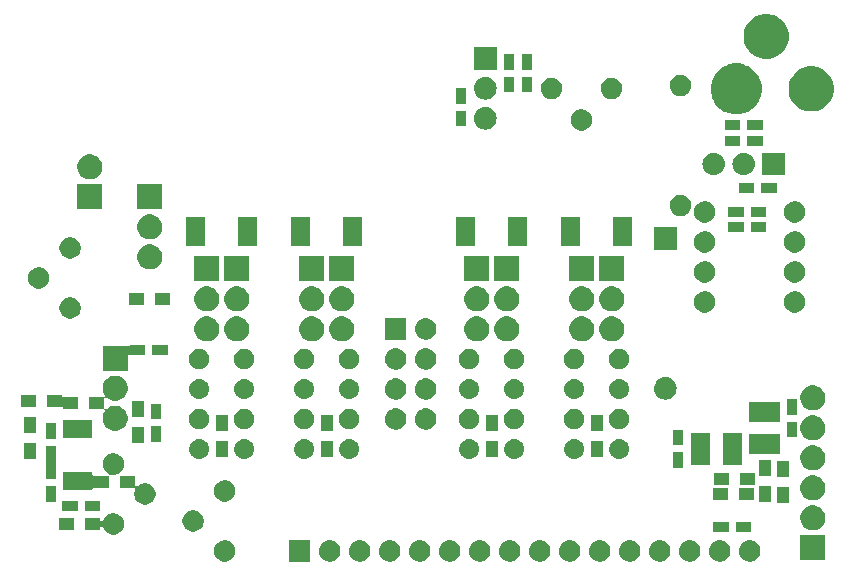
<source format=gbr>
G04 #@! TF.GenerationSoftware,KiCad,Pcbnew,(5.0.2)-1*
G04 #@! TF.CreationDate,2019-06-05T14:46:48+08:00*
G04 #@! TF.ProjectId,DC Electronic Load Mini,44432045-6c65-4637-9472-6f6e6963204c,rev?*
G04 #@! TF.SameCoordinates,Original*
G04 #@! TF.FileFunction,Soldermask,Bot*
G04 #@! TF.FilePolarity,Negative*
%FSLAX46Y46*%
G04 Gerber Fmt 4.6, Leading zero omitted, Abs format (unit mm)*
G04 Created by KiCad (PCBNEW (5.0.2)-1) date 06/05/19 14:46:48*
%MOMM*%
%LPD*%
G01*
G04 APERTURE LIST*
%ADD10C,0.100000*%
G04 APERTURE END LIST*
D10*
G36*
X77989145Y-78881932D02*
X78154572Y-78950454D01*
X78303457Y-79049936D01*
X78430064Y-79176543D01*
X78529546Y-79325428D01*
X78598068Y-79490855D01*
X78633000Y-79666470D01*
X78633000Y-79845530D01*
X78598068Y-80021145D01*
X78529546Y-80186572D01*
X78430064Y-80335457D01*
X78303457Y-80462064D01*
X78154572Y-80561546D01*
X77989145Y-80630068D01*
X77813530Y-80665000D01*
X77634470Y-80665000D01*
X77458855Y-80630068D01*
X77293428Y-80561546D01*
X77144543Y-80462064D01*
X77017936Y-80335457D01*
X76918454Y-80186572D01*
X76849932Y-80021145D01*
X76815000Y-79845530D01*
X76815000Y-79666470D01*
X76849932Y-79490855D01*
X76918454Y-79325428D01*
X77017936Y-79176543D01*
X77144543Y-79049936D01*
X77293428Y-78950454D01*
X77458855Y-78881932D01*
X77634470Y-78847000D01*
X77813530Y-78847000D01*
X77989145Y-78881932D01*
X77989145Y-78881932D01*
G37*
G36*
X112124443Y-78861519D02*
X112190627Y-78868037D01*
X112303853Y-78902384D01*
X112360467Y-78919557D01*
X112418270Y-78950454D01*
X112516991Y-79003222D01*
X112552729Y-79032552D01*
X112654186Y-79115814D01*
X112737448Y-79217271D01*
X112766778Y-79253009D01*
X112766779Y-79253011D01*
X112850443Y-79409533D01*
X112850443Y-79409534D01*
X112901963Y-79579373D01*
X112919359Y-79756000D01*
X112901963Y-79932627D01*
X112875111Y-80021145D01*
X112850443Y-80102467D01*
X112805487Y-80186572D01*
X112766778Y-80258991D01*
X112737448Y-80294729D01*
X112654186Y-80396186D01*
X112552729Y-80479448D01*
X112516991Y-80508778D01*
X112516989Y-80508779D01*
X112360467Y-80592443D01*
X112303853Y-80609616D01*
X112190627Y-80643963D01*
X112124443Y-80650481D01*
X112058260Y-80657000D01*
X111969740Y-80657000D01*
X111903557Y-80650481D01*
X111837373Y-80643963D01*
X111724147Y-80609616D01*
X111667533Y-80592443D01*
X111511011Y-80508779D01*
X111511009Y-80508778D01*
X111475271Y-80479448D01*
X111373814Y-80396186D01*
X111290552Y-80294729D01*
X111261222Y-80258991D01*
X111222513Y-80186572D01*
X111177557Y-80102467D01*
X111152889Y-80021145D01*
X111126037Y-79932627D01*
X111108641Y-79756000D01*
X111126037Y-79579373D01*
X111177557Y-79409534D01*
X111177557Y-79409533D01*
X111261221Y-79253011D01*
X111261222Y-79253009D01*
X111290552Y-79217271D01*
X111373814Y-79115814D01*
X111475271Y-79032552D01*
X111511009Y-79003222D01*
X111609730Y-78950454D01*
X111667533Y-78919557D01*
X111724147Y-78902384D01*
X111837373Y-78868037D01*
X111903557Y-78861519D01*
X111969740Y-78855000D01*
X112058260Y-78855000D01*
X112124443Y-78861519D01*
X112124443Y-78861519D01*
G37*
G36*
X114664443Y-78861519D02*
X114730627Y-78868037D01*
X114843853Y-78902384D01*
X114900467Y-78919557D01*
X114958270Y-78950454D01*
X115056991Y-79003222D01*
X115092729Y-79032552D01*
X115194186Y-79115814D01*
X115277448Y-79217271D01*
X115306778Y-79253009D01*
X115306779Y-79253011D01*
X115390443Y-79409533D01*
X115390443Y-79409534D01*
X115441963Y-79579373D01*
X115459359Y-79756000D01*
X115441963Y-79932627D01*
X115415111Y-80021145D01*
X115390443Y-80102467D01*
X115345487Y-80186572D01*
X115306778Y-80258991D01*
X115277448Y-80294729D01*
X115194186Y-80396186D01*
X115092729Y-80479448D01*
X115056991Y-80508778D01*
X115056989Y-80508779D01*
X114900467Y-80592443D01*
X114843853Y-80609616D01*
X114730627Y-80643963D01*
X114664443Y-80650481D01*
X114598260Y-80657000D01*
X114509740Y-80657000D01*
X114443557Y-80650481D01*
X114377373Y-80643963D01*
X114264147Y-80609616D01*
X114207533Y-80592443D01*
X114051011Y-80508779D01*
X114051009Y-80508778D01*
X114015271Y-80479448D01*
X113913814Y-80396186D01*
X113830552Y-80294729D01*
X113801222Y-80258991D01*
X113762513Y-80186572D01*
X113717557Y-80102467D01*
X113692889Y-80021145D01*
X113666037Y-79932627D01*
X113648641Y-79756000D01*
X113666037Y-79579373D01*
X113717557Y-79409534D01*
X113717557Y-79409533D01*
X113801221Y-79253011D01*
X113801222Y-79253009D01*
X113830552Y-79217271D01*
X113913814Y-79115814D01*
X114015271Y-79032552D01*
X114051009Y-79003222D01*
X114149730Y-78950454D01*
X114207533Y-78919557D01*
X114264147Y-78902384D01*
X114377373Y-78868037D01*
X114443557Y-78861519D01*
X114509740Y-78855000D01*
X114598260Y-78855000D01*
X114664443Y-78861519D01*
X114664443Y-78861519D01*
G37*
G36*
X117204443Y-78861519D02*
X117270627Y-78868037D01*
X117383853Y-78902384D01*
X117440467Y-78919557D01*
X117498270Y-78950454D01*
X117596991Y-79003222D01*
X117632729Y-79032552D01*
X117734186Y-79115814D01*
X117817448Y-79217271D01*
X117846778Y-79253009D01*
X117846779Y-79253011D01*
X117930443Y-79409533D01*
X117930443Y-79409534D01*
X117981963Y-79579373D01*
X117999359Y-79756000D01*
X117981963Y-79932627D01*
X117955111Y-80021145D01*
X117930443Y-80102467D01*
X117885487Y-80186572D01*
X117846778Y-80258991D01*
X117817448Y-80294729D01*
X117734186Y-80396186D01*
X117632729Y-80479448D01*
X117596991Y-80508778D01*
X117596989Y-80508779D01*
X117440467Y-80592443D01*
X117383853Y-80609616D01*
X117270627Y-80643963D01*
X117204443Y-80650481D01*
X117138260Y-80657000D01*
X117049740Y-80657000D01*
X116983557Y-80650481D01*
X116917373Y-80643963D01*
X116804147Y-80609616D01*
X116747533Y-80592443D01*
X116591011Y-80508779D01*
X116591009Y-80508778D01*
X116555271Y-80479448D01*
X116453814Y-80396186D01*
X116370552Y-80294729D01*
X116341222Y-80258991D01*
X116302513Y-80186572D01*
X116257557Y-80102467D01*
X116232889Y-80021145D01*
X116206037Y-79932627D01*
X116188641Y-79756000D01*
X116206037Y-79579373D01*
X116257557Y-79409534D01*
X116257557Y-79409533D01*
X116341221Y-79253011D01*
X116341222Y-79253009D01*
X116370552Y-79217271D01*
X116453814Y-79115814D01*
X116555271Y-79032552D01*
X116591009Y-79003222D01*
X116689730Y-78950454D01*
X116747533Y-78919557D01*
X116804147Y-78902384D01*
X116917373Y-78868037D01*
X116983557Y-78861519D01*
X117049740Y-78855000D01*
X117138260Y-78855000D01*
X117204443Y-78861519D01*
X117204443Y-78861519D01*
G37*
G36*
X119744443Y-78861519D02*
X119810627Y-78868037D01*
X119923853Y-78902384D01*
X119980467Y-78919557D01*
X120038270Y-78950454D01*
X120136991Y-79003222D01*
X120172729Y-79032552D01*
X120274186Y-79115814D01*
X120357448Y-79217271D01*
X120386778Y-79253009D01*
X120386779Y-79253011D01*
X120470443Y-79409533D01*
X120470443Y-79409534D01*
X120521963Y-79579373D01*
X120539359Y-79756000D01*
X120521963Y-79932627D01*
X120495111Y-80021145D01*
X120470443Y-80102467D01*
X120425487Y-80186572D01*
X120386778Y-80258991D01*
X120357448Y-80294729D01*
X120274186Y-80396186D01*
X120172729Y-80479448D01*
X120136991Y-80508778D01*
X120136989Y-80508779D01*
X119980467Y-80592443D01*
X119923853Y-80609616D01*
X119810627Y-80643963D01*
X119744443Y-80650481D01*
X119678260Y-80657000D01*
X119589740Y-80657000D01*
X119523557Y-80650481D01*
X119457373Y-80643963D01*
X119344147Y-80609616D01*
X119287533Y-80592443D01*
X119131011Y-80508779D01*
X119131009Y-80508778D01*
X119095271Y-80479448D01*
X118993814Y-80396186D01*
X118910552Y-80294729D01*
X118881222Y-80258991D01*
X118842513Y-80186572D01*
X118797557Y-80102467D01*
X118772889Y-80021145D01*
X118746037Y-79932627D01*
X118728641Y-79756000D01*
X118746037Y-79579373D01*
X118797557Y-79409534D01*
X118797557Y-79409533D01*
X118881221Y-79253011D01*
X118881222Y-79253009D01*
X118910552Y-79217271D01*
X118993814Y-79115814D01*
X119095271Y-79032552D01*
X119131009Y-79003222D01*
X119229730Y-78950454D01*
X119287533Y-78919557D01*
X119344147Y-78902384D01*
X119457373Y-78868037D01*
X119523557Y-78861519D01*
X119589740Y-78855000D01*
X119678260Y-78855000D01*
X119744443Y-78861519D01*
X119744443Y-78861519D01*
G37*
G36*
X109584443Y-78861519D02*
X109650627Y-78868037D01*
X109763853Y-78902384D01*
X109820467Y-78919557D01*
X109878270Y-78950454D01*
X109976991Y-79003222D01*
X110012729Y-79032552D01*
X110114186Y-79115814D01*
X110197448Y-79217271D01*
X110226778Y-79253009D01*
X110226779Y-79253011D01*
X110310443Y-79409533D01*
X110310443Y-79409534D01*
X110361963Y-79579373D01*
X110379359Y-79756000D01*
X110361963Y-79932627D01*
X110335111Y-80021145D01*
X110310443Y-80102467D01*
X110265487Y-80186572D01*
X110226778Y-80258991D01*
X110197448Y-80294729D01*
X110114186Y-80396186D01*
X110012729Y-80479448D01*
X109976991Y-80508778D01*
X109976989Y-80508779D01*
X109820467Y-80592443D01*
X109763853Y-80609616D01*
X109650627Y-80643963D01*
X109584443Y-80650481D01*
X109518260Y-80657000D01*
X109429740Y-80657000D01*
X109363557Y-80650481D01*
X109297373Y-80643963D01*
X109184147Y-80609616D01*
X109127533Y-80592443D01*
X108971011Y-80508779D01*
X108971009Y-80508778D01*
X108935271Y-80479448D01*
X108833814Y-80396186D01*
X108750552Y-80294729D01*
X108721222Y-80258991D01*
X108682513Y-80186572D01*
X108637557Y-80102467D01*
X108612889Y-80021145D01*
X108586037Y-79932627D01*
X108568641Y-79756000D01*
X108586037Y-79579373D01*
X108637557Y-79409534D01*
X108637557Y-79409533D01*
X108721221Y-79253011D01*
X108721222Y-79253009D01*
X108750552Y-79217271D01*
X108833814Y-79115814D01*
X108935271Y-79032552D01*
X108971009Y-79003222D01*
X109069730Y-78950454D01*
X109127533Y-78919557D01*
X109184147Y-78902384D01*
X109297373Y-78868037D01*
X109363557Y-78861519D01*
X109429740Y-78855000D01*
X109518260Y-78855000D01*
X109584443Y-78861519D01*
X109584443Y-78861519D01*
G37*
G36*
X107044443Y-78861519D02*
X107110627Y-78868037D01*
X107223853Y-78902384D01*
X107280467Y-78919557D01*
X107338270Y-78950454D01*
X107436991Y-79003222D01*
X107472729Y-79032552D01*
X107574186Y-79115814D01*
X107657448Y-79217271D01*
X107686778Y-79253009D01*
X107686779Y-79253011D01*
X107770443Y-79409533D01*
X107770443Y-79409534D01*
X107821963Y-79579373D01*
X107839359Y-79756000D01*
X107821963Y-79932627D01*
X107795111Y-80021145D01*
X107770443Y-80102467D01*
X107725487Y-80186572D01*
X107686778Y-80258991D01*
X107657448Y-80294729D01*
X107574186Y-80396186D01*
X107472729Y-80479448D01*
X107436991Y-80508778D01*
X107436989Y-80508779D01*
X107280467Y-80592443D01*
X107223853Y-80609616D01*
X107110627Y-80643963D01*
X107044443Y-80650481D01*
X106978260Y-80657000D01*
X106889740Y-80657000D01*
X106823557Y-80650481D01*
X106757373Y-80643963D01*
X106644147Y-80609616D01*
X106587533Y-80592443D01*
X106431011Y-80508779D01*
X106431009Y-80508778D01*
X106395271Y-80479448D01*
X106293814Y-80396186D01*
X106210552Y-80294729D01*
X106181222Y-80258991D01*
X106142513Y-80186572D01*
X106097557Y-80102467D01*
X106072889Y-80021145D01*
X106046037Y-79932627D01*
X106028641Y-79756000D01*
X106046037Y-79579373D01*
X106097557Y-79409534D01*
X106097557Y-79409533D01*
X106181221Y-79253011D01*
X106181222Y-79253009D01*
X106210552Y-79217271D01*
X106293814Y-79115814D01*
X106395271Y-79032552D01*
X106431009Y-79003222D01*
X106529730Y-78950454D01*
X106587533Y-78919557D01*
X106644147Y-78902384D01*
X106757373Y-78868037D01*
X106823557Y-78861519D01*
X106889740Y-78855000D01*
X106978260Y-78855000D01*
X107044443Y-78861519D01*
X107044443Y-78861519D01*
G37*
G36*
X104504443Y-78861519D02*
X104570627Y-78868037D01*
X104683853Y-78902384D01*
X104740467Y-78919557D01*
X104798270Y-78950454D01*
X104896991Y-79003222D01*
X104932729Y-79032552D01*
X105034186Y-79115814D01*
X105117448Y-79217271D01*
X105146778Y-79253009D01*
X105146779Y-79253011D01*
X105230443Y-79409533D01*
X105230443Y-79409534D01*
X105281963Y-79579373D01*
X105299359Y-79756000D01*
X105281963Y-79932627D01*
X105255111Y-80021145D01*
X105230443Y-80102467D01*
X105185487Y-80186572D01*
X105146778Y-80258991D01*
X105117448Y-80294729D01*
X105034186Y-80396186D01*
X104932729Y-80479448D01*
X104896991Y-80508778D01*
X104896989Y-80508779D01*
X104740467Y-80592443D01*
X104683853Y-80609616D01*
X104570627Y-80643963D01*
X104504443Y-80650481D01*
X104438260Y-80657000D01*
X104349740Y-80657000D01*
X104283557Y-80650481D01*
X104217373Y-80643963D01*
X104104147Y-80609616D01*
X104047533Y-80592443D01*
X103891011Y-80508779D01*
X103891009Y-80508778D01*
X103855271Y-80479448D01*
X103753814Y-80396186D01*
X103670552Y-80294729D01*
X103641222Y-80258991D01*
X103602513Y-80186572D01*
X103557557Y-80102467D01*
X103532889Y-80021145D01*
X103506037Y-79932627D01*
X103488641Y-79756000D01*
X103506037Y-79579373D01*
X103557557Y-79409534D01*
X103557557Y-79409533D01*
X103641221Y-79253011D01*
X103641222Y-79253009D01*
X103670552Y-79217271D01*
X103753814Y-79115814D01*
X103855271Y-79032552D01*
X103891009Y-79003222D01*
X103989730Y-78950454D01*
X104047533Y-78919557D01*
X104104147Y-78902384D01*
X104217373Y-78868037D01*
X104283557Y-78861519D01*
X104349740Y-78855000D01*
X104438260Y-78855000D01*
X104504443Y-78861519D01*
X104504443Y-78861519D01*
G37*
G36*
X101964443Y-78861519D02*
X102030627Y-78868037D01*
X102143853Y-78902384D01*
X102200467Y-78919557D01*
X102258270Y-78950454D01*
X102356991Y-79003222D01*
X102392729Y-79032552D01*
X102494186Y-79115814D01*
X102577448Y-79217271D01*
X102606778Y-79253009D01*
X102606779Y-79253011D01*
X102690443Y-79409533D01*
X102690443Y-79409534D01*
X102741963Y-79579373D01*
X102759359Y-79756000D01*
X102741963Y-79932627D01*
X102715111Y-80021145D01*
X102690443Y-80102467D01*
X102645487Y-80186572D01*
X102606778Y-80258991D01*
X102577448Y-80294729D01*
X102494186Y-80396186D01*
X102392729Y-80479448D01*
X102356991Y-80508778D01*
X102356989Y-80508779D01*
X102200467Y-80592443D01*
X102143853Y-80609616D01*
X102030627Y-80643963D01*
X101964443Y-80650481D01*
X101898260Y-80657000D01*
X101809740Y-80657000D01*
X101743557Y-80650481D01*
X101677373Y-80643963D01*
X101564147Y-80609616D01*
X101507533Y-80592443D01*
X101351011Y-80508779D01*
X101351009Y-80508778D01*
X101315271Y-80479448D01*
X101213814Y-80396186D01*
X101130552Y-80294729D01*
X101101222Y-80258991D01*
X101062513Y-80186572D01*
X101017557Y-80102467D01*
X100992889Y-80021145D01*
X100966037Y-79932627D01*
X100948641Y-79756000D01*
X100966037Y-79579373D01*
X101017557Y-79409534D01*
X101017557Y-79409533D01*
X101101221Y-79253011D01*
X101101222Y-79253009D01*
X101130552Y-79217271D01*
X101213814Y-79115814D01*
X101315271Y-79032552D01*
X101351009Y-79003222D01*
X101449730Y-78950454D01*
X101507533Y-78919557D01*
X101564147Y-78902384D01*
X101677373Y-78868037D01*
X101743557Y-78861519D01*
X101809740Y-78855000D01*
X101898260Y-78855000D01*
X101964443Y-78861519D01*
X101964443Y-78861519D01*
G37*
G36*
X96884443Y-78861519D02*
X96950627Y-78868037D01*
X97063853Y-78902384D01*
X97120467Y-78919557D01*
X97178270Y-78950454D01*
X97276991Y-79003222D01*
X97312729Y-79032552D01*
X97414186Y-79115814D01*
X97497448Y-79217271D01*
X97526778Y-79253009D01*
X97526779Y-79253011D01*
X97610443Y-79409533D01*
X97610443Y-79409534D01*
X97661963Y-79579373D01*
X97679359Y-79756000D01*
X97661963Y-79932627D01*
X97635111Y-80021145D01*
X97610443Y-80102467D01*
X97565487Y-80186572D01*
X97526778Y-80258991D01*
X97497448Y-80294729D01*
X97414186Y-80396186D01*
X97312729Y-80479448D01*
X97276991Y-80508778D01*
X97276989Y-80508779D01*
X97120467Y-80592443D01*
X97063853Y-80609616D01*
X96950627Y-80643963D01*
X96884443Y-80650481D01*
X96818260Y-80657000D01*
X96729740Y-80657000D01*
X96663557Y-80650481D01*
X96597373Y-80643963D01*
X96484147Y-80609616D01*
X96427533Y-80592443D01*
X96271011Y-80508779D01*
X96271009Y-80508778D01*
X96235271Y-80479448D01*
X96133814Y-80396186D01*
X96050552Y-80294729D01*
X96021222Y-80258991D01*
X95982513Y-80186572D01*
X95937557Y-80102467D01*
X95912889Y-80021145D01*
X95886037Y-79932627D01*
X95868641Y-79756000D01*
X95886037Y-79579373D01*
X95937557Y-79409534D01*
X95937557Y-79409533D01*
X96021221Y-79253011D01*
X96021222Y-79253009D01*
X96050552Y-79217271D01*
X96133814Y-79115814D01*
X96235271Y-79032552D01*
X96271009Y-79003222D01*
X96369730Y-78950454D01*
X96427533Y-78919557D01*
X96484147Y-78902384D01*
X96597373Y-78868037D01*
X96663557Y-78861519D01*
X96729740Y-78855000D01*
X96818260Y-78855000D01*
X96884443Y-78861519D01*
X96884443Y-78861519D01*
G37*
G36*
X84975000Y-80657000D02*
X83173000Y-80657000D01*
X83173000Y-78855000D01*
X84975000Y-78855000D01*
X84975000Y-80657000D01*
X84975000Y-80657000D01*
G37*
G36*
X122284443Y-78861519D02*
X122350627Y-78868037D01*
X122463853Y-78902384D01*
X122520467Y-78919557D01*
X122578270Y-78950454D01*
X122676991Y-79003222D01*
X122712729Y-79032552D01*
X122814186Y-79115814D01*
X122897448Y-79217271D01*
X122926778Y-79253009D01*
X122926779Y-79253011D01*
X123010443Y-79409533D01*
X123010443Y-79409534D01*
X123061963Y-79579373D01*
X123079359Y-79756000D01*
X123061963Y-79932627D01*
X123035111Y-80021145D01*
X123010443Y-80102467D01*
X122965487Y-80186572D01*
X122926778Y-80258991D01*
X122897448Y-80294729D01*
X122814186Y-80396186D01*
X122712729Y-80479448D01*
X122676991Y-80508778D01*
X122676989Y-80508779D01*
X122520467Y-80592443D01*
X122463853Y-80609616D01*
X122350627Y-80643963D01*
X122284443Y-80650481D01*
X122218260Y-80657000D01*
X122129740Y-80657000D01*
X122063557Y-80650481D01*
X121997373Y-80643963D01*
X121884147Y-80609616D01*
X121827533Y-80592443D01*
X121671011Y-80508779D01*
X121671009Y-80508778D01*
X121635271Y-80479448D01*
X121533814Y-80396186D01*
X121450552Y-80294729D01*
X121421222Y-80258991D01*
X121382513Y-80186572D01*
X121337557Y-80102467D01*
X121312889Y-80021145D01*
X121286037Y-79932627D01*
X121268641Y-79756000D01*
X121286037Y-79579373D01*
X121337557Y-79409534D01*
X121337557Y-79409533D01*
X121421221Y-79253011D01*
X121421222Y-79253009D01*
X121450552Y-79217271D01*
X121533814Y-79115814D01*
X121635271Y-79032552D01*
X121671009Y-79003222D01*
X121769730Y-78950454D01*
X121827533Y-78919557D01*
X121884147Y-78902384D01*
X121997373Y-78868037D01*
X122063557Y-78861519D01*
X122129740Y-78855000D01*
X122218260Y-78855000D01*
X122284443Y-78861519D01*
X122284443Y-78861519D01*
G37*
G36*
X86724443Y-78861519D02*
X86790627Y-78868037D01*
X86903853Y-78902384D01*
X86960467Y-78919557D01*
X87018270Y-78950454D01*
X87116991Y-79003222D01*
X87152729Y-79032552D01*
X87254186Y-79115814D01*
X87337448Y-79217271D01*
X87366778Y-79253009D01*
X87366779Y-79253011D01*
X87450443Y-79409533D01*
X87450443Y-79409534D01*
X87501963Y-79579373D01*
X87519359Y-79756000D01*
X87501963Y-79932627D01*
X87475111Y-80021145D01*
X87450443Y-80102467D01*
X87405487Y-80186572D01*
X87366778Y-80258991D01*
X87337448Y-80294729D01*
X87254186Y-80396186D01*
X87152729Y-80479448D01*
X87116991Y-80508778D01*
X87116989Y-80508779D01*
X86960467Y-80592443D01*
X86903853Y-80609616D01*
X86790627Y-80643963D01*
X86724443Y-80650481D01*
X86658260Y-80657000D01*
X86569740Y-80657000D01*
X86503557Y-80650481D01*
X86437373Y-80643963D01*
X86324147Y-80609616D01*
X86267533Y-80592443D01*
X86111011Y-80508779D01*
X86111009Y-80508778D01*
X86075271Y-80479448D01*
X85973814Y-80396186D01*
X85890552Y-80294729D01*
X85861222Y-80258991D01*
X85822513Y-80186572D01*
X85777557Y-80102467D01*
X85752889Y-80021145D01*
X85726037Y-79932627D01*
X85708641Y-79756000D01*
X85726037Y-79579373D01*
X85777557Y-79409534D01*
X85777557Y-79409533D01*
X85861221Y-79253011D01*
X85861222Y-79253009D01*
X85890552Y-79217271D01*
X85973814Y-79115814D01*
X86075271Y-79032552D01*
X86111009Y-79003222D01*
X86209730Y-78950454D01*
X86267533Y-78919557D01*
X86324147Y-78902384D01*
X86437373Y-78868037D01*
X86503557Y-78861519D01*
X86569740Y-78855000D01*
X86658260Y-78855000D01*
X86724443Y-78861519D01*
X86724443Y-78861519D01*
G37*
G36*
X89264443Y-78861519D02*
X89330627Y-78868037D01*
X89443853Y-78902384D01*
X89500467Y-78919557D01*
X89558270Y-78950454D01*
X89656991Y-79003222D01*
X89692729Y-79032552D01*
X89794186Y-79115814D01*
X89877448Y-79217271D01*
X89906778Y-79253009D01*
X89906779Y-79253011D01*
X89990443Y-79409533D01*
X89990443Y-79409534D01*
X90041963Y-79579373D01*
X90059359Y-79756000D01*
X90041963Y-79932627D01*
X90015111Y-80021145D01*
X89990443Y-80102467D01*
X89945487Y-80186572D01*
X89906778Y-80258991D01*
X89877448Y-80294729D01*
X89794186Y-80396186D01*
X89692729Y-80479448D01*
X89656991Y-80508778D01*
X89656989Y-80508779D01*
X89500467Y-80592443D01*
X89443853Y-80609616D01*
X89330627Y-80643963D01*
X89264443Y-80650481D01*
X89198260Y-80657000D01*
X89109740Y-80657000D01*
X89043557Y-80650481D01*
X88977373Y-80643963D01*
X88864147Y-80609616D01*
X88807533Y-80592443D01*
X88651011Y-80508779D01*
X88651009Y-80508778D01*
X88615271Y-80479448D01*
X88513814Y-80396186D01*
X88430552Y-80294729D01*
X88401222Y-80258991D01*
X88362513Y-80186572D01*
X88317557Y-80102467D01*
X88292889Y-80021145D01*
X88266037Y-79932627D01*
X88248641Y-79756000D01*
X88266037Y-79579373D01*
X88317557Y-79409534D01*
X88317557Y-79409533D01*
X88401221Y-79253011D01*
X88401222Y-79253009D01*
X88430552Y-79217271D01*
X88513814Y-79115814D01*
X88615271Y-79032552D01*
X88651009Y-79003222D01*
X88749730Y-78950454D01*
X88807533Y-78919557D01*
X88864147Y-78902384D01*
X88977373Y-78868037D01*
X89043557Y-78861519D01*
X89109740Y-78855000D01*
X89198260Y-78855000D01*
X89264443Y-78861519D01*
X89264443Y-78861519D01*
G37*
G36*
X91804443Y-78861519D02*
X91870627Y-78868037D01*
X91983853Y-78902384D01*
X92040467Y-78919557D01*
X92098270Y-78950454D01*
X92196991Y-79003222D01*
X92232729Y-79032552D01*
X92334186Y-79115814D01*
X92417448Y-79217271D01*
X92446778Y-79253009D01*
X92446779Y-79253011D01*
X92530443Y-79409533D01*
X92530443Y-79409534D01*
X92581963Y-79579373D01*
X92599359Y-79756000D01*
X92581963Y-79932627D01*
X92555111Y-80021145D01*
X92530443Y-80102467D01*
X92485487Y-80186572D01*
X92446778Y-80258991D01*
X92417448Y-80294729D01*
X92334186Y-80396186D01*
X92232729Y-80479448D01*
X92196991Y-80508778D01*
X92196989Y-80508779D01*
X92040467Y-80592443D01*
X91983853Y-80609616D01*
X91870627Y-80643963D01*
X91804443Y-80650481D01*
X91738260Y-80657000D01*
X91649740Y-80657000D01*
X91583557Y-80650481D01*
X91517373Y-80643963D01*
X91404147Y-80609616D01*
X91347533Y-80592443D01*
X91191011Y-80508779D01*
X91191009Y-80508778D01*
X91155271Y-80479448D01*
X91053814Y-80396186D01*
X90970552Y-80294729D01*
X90941222Y-80258991D01*
X90902513Y-80186572D01*
X90857557Y-80102467D01*
X90832889Y-80021145D01*
X90806037Y-79932627D01*
X90788641Y-79756000D01*
X90806037Y-79579373D01*
X90857557Y-79409534D01*
X90857557Y-79409533D01*
X90941221Y-79253011D01*
X90941222Y-79253009D01*
X90970552Y-79217271D01*
X91053814Y-79115814D01*
X91155271Y-79032552D01*
X91191009Y-79003222D01*
X91289730Y-78950454D01*
X91347533Y-78919557D01*
X91404147Y-78902384D01*
X91517373Y-78868037D01*
X91583557Y-78861519D01*
X91649740Y-78855000D01*
X91738260Y-78855000D01*
X91804443Y-78861519D01*
X91804443Y-78861519D01*
G37*
G36*
X94344443Y-78861519D02*
X94410627Y-78868037D01*
X94523853Y-78902384D01*
X94580467Y-78919557D01*
X94638270Y-78950454D01*
X94736991Y-79003222D01*
X94772729Y-79032552D01*
X94874186Y-79115814D01*
X94957448Y-79217271D01*
X94986778Y-79253009D01*
X94986779Y-79253011D01*
X95070443Y-79409533D01*
X95070443Y-79409534D01*
X95121963Y-79579373D01*
X95139359Y-79756000D01*
X95121963Y-79932627D01*
X95095111Y-80021145D01*
X95070443Y-80102467D01*
X95025487Y-80186572D01*
X94986778Y-80258991D01*
X94957448Y-80294729D01*
X94874186Y-80396186D01*
X94772729Y-80479448D01*
X94736991Y-80508778D01*
X94736989Y-80508779D01*
X94580467Y-80592443D01*
X94523853Y-80609616D01*
X94410627Y-80643963D01*
X94344443Y-80650481D01*
X94278260Y-80657000D01*
X94189740Y-80657000D01*
X94123557Y-80650481D01*
X94057373Y-80643963D01*
X93944147Y-80609616D01*
X93887533Y-80592443D01*
X93731011Y-80508779D01*
X93731009Y-80508778D01*
X93695271Y-80479448D01*
X93593814Y-80396186D01*
X93510552Y-80294729D01*
X93481222Y-80258991D01*
X93442513Y-80186572D01*
X93397557Y-80102467D01*
X93372889Y-80021145D01*
X93346037Y-79932627D01*
X93328641Y-79756000D01*
X93346037Y-79579373D01*
X93397557Y-79409534D01*
X93397557Y-79409533D01*
X93481221Y-79253011D01*
X93481222Y-79253009D01*
X93510552Y-79217271D01*
X93593814Y-79115814D01*
X93695271Y-79032552D01*
X93731009Y-79003222D01*
X93829730Y-78950454D01*
X93887533Y-78919557D01*
X93944147Y-78902384D01*
X94057373Y-78868037D01*
X94123557Y-78861519D01*
X94189740Y-78855000D01*
X94278260Y-78855000D01*
X94344443Y-78861519D01*
X94344443Y-78861519D01*
G37*
G36*
X99424443Y-78861519D02*
X99490627Y-78868037D01*
X99603853Y-78902384D01*
X99660467Y-78919557D01*
X99718270Y-78950454D01*
X99816991Y-79003222D01*
X99852729Y-79032552D01*
X99954186Y-79115814D01*
X100037448Y-79217271D01*
X100066778Y-79253009D01*
X100066779Y-79253011D01*
X100150443Y-79409533D01*
X100150443Y-79409534D01*
X100201963Y-79579373D01*
X100219359Y-79756000D01*
X100201963Y-79932627D01*
X100175111Y-80021145D01*
X100150443Y-80102467D01*
X100105487Y-80186572D01*
X100066778Y-80258991D01*
X100037448Y-80294729D01*
X99954186Y-80396186D01*
X99852729Y-80479448D01*
X99816991Y-80508778D01*
X99816989Y-80508779D01*
X99660467Y-80592443D01*
X99603853Y-80609616D01*
X99490627Y-80643963D01*
X99424443Y-80650481D01*
X99358260Y-80657000D01*
X99269740Y-80657000D01*
X99203557Y-80650481D01*
X99137373Y-80643963D01*
X99024147Y-80609616D01*
X98967533Y-80592443D01*
X98811011Y-80508779D01*
X98811009Y-80508778D01*
X98775271Y-80479448D01*
X98673814Y-80396186D01*
X98590552Y-80294729D01*
X98561222Y-80258991D01*
X98522513Y-80186572D01*
X98477557Y-80102467D01*
X98452889Y-80021145D01*
X98426037Y-79932627D01*
X98408641Y-79756000D01*
X98426037Y-79579373D01*
X98477557Y-79409534D01*
X98477557Y-79409533D01*
X98561221Y-79253011D01*
X98561222Y-79253009D01*
X98590552Y-79217271D01*
X98673814Y-79115814D01*
X98775271Y-79032552D01*
X98811009Y-79003222D01*
X98909730Y-78950454D01*
X98967533Y-78919557D01*
X99024147Y-78902384D01*
X99137373Y-78868037D01*
X99203557Y-78861519D01*
X99269740Y-78855000D01*
X99358260Y-78855000D01*
X99424443Y-78861519D01*
X99424443Y-78861519D01*
G37*
G36*
X128567000Y-80561000D02*
X126449000Y-80561000D01*
X126449000Y-78443000D01*
X128567000Y-78443000D01*
X128567000Y-80561000D01*
X128567000Y-80561000D01*
G37*
G36*
X68570946Y-76595932D02*
X68736373Y-76664454D01*
X68885258Y-76763936D01*
X69011865Y-76890543D01*
X69111347Y-77039428D01*
X69179869Y-77204855D01*
X69214801Y-77380470D01*
X69214801Y-77559530D01*
X69179869Y-77735145D01*
X69111347Y-77900572D01*
X69011865Y-78049457D01*
X68885258Y-78176064D01*
X68736373Y-78275546D01*
X68570946Y-78344068D01*
X68395331Y-78379000D01*
X68216271Y-78379000D01*
X68040656Y-78344068D01*
X67875229Y-78275546D01*
X67726344Y-78176064D01*
X67599737Y-78049457D01*
X67500255Y-77900572D01*
X67439485Y-77753860D01*
X67427934Y-77732249D01*
X67412388Y-77713307D01*
X67393446Y-77697761D01*
X67371836Y-77686210D01*
X67348386Y-77679097D01*
X67324000Y-77676695D01*
X67299614Y-77679097D01*
X67276165Y-77686210D01*
X67254554Y-77697761D01*
X67235612Y-77713307D01*
X67220066Y-77732249D01*
X67208515Y-77753859D01*
X67201402Y-77777309D01*
X67199000Y-77801695D01*
X67199000Y-77971000D01*
X65897000Y-77971000D01*
X65897000Y-76969000D01*
X67199000Y-76969000D01*
X67199000Y-77138305D01*
X67201402Y-77162691D01*
X67208515Y-77186140D01*
X67220066Y-77207751D01*
X67235612Y-77226693D01*
X67254554Y-77242239D01*
X67276165Y-77253790D01*
X67299614Y-77260903D01*
X67324000Y-77263305D01*
X67348386Y-77260903D01*
X67371835Y-77253790D01*
X67393446Y-77242239D01*
X67412388Y-77226693D01*
X67427934Y-77207751D01*
X67439485Y-77186140D01*
X67500255Y-77039428D01*
X67599737Y-76890543D01*
X67726344Y-76763936D01*
X67875229Y-76664454D01*
X68040656Y-76595932D01*
X68216271Y-76561000D01*
X68395331Y-76561000D01*
X68570946Y-76595932D01*
X68570946Y-76595932D01*
G37*
G36*
X120417000Y-78150000D02*
X119115000Y-78150000D01*
X119115000Y-77298000D01*
X120417000Y-77298000D01*
X120417000Y-78150000D01*
X120417000Y-78150000D01*
G37*
G36*
X122317000Y-78150000D02*
X121015000Y-78150000D01*
X121015000Y-77298000D01*
X122317000Y-77298000D01*
X122317000Y-78150000D01*
X122317000Y-78150000D01*
G37*
G36*
X75322145Y-76341932D02*
X75487572Y-76410454D01*
X75636457Y-76509936D01*
X75763064Y-76636543D01*
X75862546Y-76785428D01*
X75931068Y-76950855D01*
X75966000Y-77126470D01*
X75966000Y-77305530D01*
X75931068Y-77481145D01*
X75862546Y-77646572D01*
X75763064Y-77795457D01*
X75636457Y-77922064D01*
X75487572Y-78021546D01*
X75322145Y-78090068D01*
X75146530Y-78125000D01*
X74967470Y-78125000D01*
X74791855Y-78090068D01*
X74626428Y-78021546D01*
X74477543Y-77922064D01*
X74350936Y-77795457D01*
X74251454Y-77646572D01*
X74182932Y-77481145D01*
X74148000Y-77305530D01*
X74148000Y-77126470D01*
X74182932Y-76950855D01*
X74251454Y-76785428D01*
X74350936Y-76636543D01*
X74477543Y-76509936D01*
X74626428Y-76410454D01*
X74791855Y-76341932D01*
X74967470Y-76307000D01*
X75146530Y-76307000D01*
X75322145Y-76341932D01*
X75322145Y-76341932D01*
G37*
G36*
X127816896Y-75943696D02*
X127816898Y-75943697D01*
X127816899Y-75943697D01*
X128009625Y-76023526D01*
X128182291Y-76138898D01*
X128183076Y-76139423D01*
X128330577Y-76286924D01*
X128330579Y-76286927D01*
X128446474Y-76460375D01*
X128526303Y-76653101D01*
X128526304Y-76653104D01*
X128567000Y-76857696D01*
X128567000Y-77066304D01*
X128528292Y-77260903D01*
X128526303Y-77270899D01*
X128446474Y-77463625D01*
X128331102Y-77636291D01*
X128330577Y-77637076D01*
X128183076Y-77784577D01*
X128183073Y-77784579D01*
X128009625Y-77900474D01*
X127816899Y-77980303D01*
X127816898Y-77980303D01*
X127816896Y-77980304D01*
X127612304Y-78021000D01*
X127403696Y-78021000D01*
X127199104Y-77980304D01*
X127199102Y-77980303D01*
X127199101Y-77980303D01*
X127006375Y-77900474D01*
X126832927Y-77784579D01*
X126832924Y-77784577D01*
X126685423Y-77637076D01*
X126684898Y-77636291D01*
X126569526Y-77463625D01*
X126489697Y-77270899D01*
X126487709Y-77260903D01*
X126449000Y-77066304D01*
X126449000Y-76857696D01*
X126489696Y-76653104D01*
X126489697Y-76653101D01*
X126569526Y-76460375D01*
X126685421Y-76286927D01*
X126685423Y-76286924D01*
X126832924Y-76139423D01*
X126833709Y-76138898D01*
X127006375Y-76023526D01*
X127199101Y-75943697D01*
X127199102Y-75943697D01*
X127199104Y-75943696D01*
X127403696Y-75903000D01*
X127612304Y-75903000D01*
X127816896Y-75943696D01*
X127816896Y-75943696D01*
G37*
G36*
X64999000Y-77971000D02*
X63697000Y-77971000D01*
X63697000Y-76969000D01*
X64999000Y-76969000D01*
X64999000Y-77971000D01*
X64999000Y-77971000D01*
G37*
G36*
X65299000Y-76372000D02*
X63997000Y-76372000D01*
X63997000Y-75520000D01*
X65299000Y-75520000D01*
X65299000Y-76372000D01*
X65299000Y-76372000D01*
G37*
G36*
X67199000Y-76372000D02*
X65897000Y-76372000D01*
X65897000Y-75520000D01*
X67199000Y-75520000D01*
X67199000Y-76372000D01*
X67199000Y-76372000D01*
G37*
G36*
X70161000Y-74154504D02*
X70163402Y-74178890D01*
X70170515Y-74202339D01*
X70182066Y-74223950D01*
X70197612Y-74242892D01*
X70216554Y-74258438D01*
X70238165Y-74269989D01*
X70261614Y-74277102D01*
X70286000Y-74279504D01*
X70310386Y-74277102D01*
X70333835Y-74269989D01*
X70355446Y-74258438D01*
X70374388Y-74242892D01*
X70393344Y-74223936D01*
X70542229Y-74124454D01*
X70707656Y-74055932D01*
X70883271Y-74021000D01*
X71062331Y-74021000D01*
X71237946Y-74055932D01*
X71403373Y-74124454D01*
X71552258Y-74223936D01*
X71678865Y-74350543D01*
X71778347Y-74499428D01*
X71846869Y-74664855D01*
X71881801Y-74840470D01*
X71881801Y-75019530D01*
X71846869Y-75195145D01*
X71778347Y-75360572D01*
X71678865Y-75509457D01*
X71552258Y-75636064D01*
X71403373Y-75735546D01*
X71237946Y-75804068D01*
X71062331Y-75839000D01*
X70883271Y-75839000D01*
X70707656Y-75804068D01*
X70542229Y-75735546D01*
X70393344Y-75636064D01*
X70266737Y-75509457D01*
X70167255Y-75360572D01*
X70098733Y-75195145D01*
X70063801Y-75019530D01*
X70063801Y-74840470D01*
X70098733Y-74664857D01*
X70130636Y-74587836D01*
X70137749Y-74564387D01*
X70140151Y-74540001D01*
X70137749Y-74515614D01*
X70130636Y-74492165D01*
X70119085Y-74470554D01*
X70103540Y-74451612D01*
X70084598Y-74436067D01*
X70062987Y-74424515D01*
X70039538Y-74417402D01*
X70015151Y-74415000D01*
X68859000Y-74415000D01*
X68859000Y-73413000D01*
X70161000Y-73413000D01*
X70161000Y-74154504D01*
X70161000Y-74154504D01*
G37*
G36*
X125469000Y-75665000D02*
X124467000Y-75665000D01*
X124467000Y-74363000D01*
X125469000Y-74363000D01*
X125469000Y-75665000D01*
X125469000Y-75665000D01*
G37*
G36*
X77989145Y-73801932D02*
X78154572Y-73870454D01*
X78303457Y-73969936D01*
X78430064Y-74096543D01*
X78529546Y-74245428D01*
X78598068Y-74410855D01*
X78633000Y-74586470D01*
X78633000Y-74765530D01*
X78598068Y-74941145D01*
X78529546Y-75106572D01*
X78430064Y-75255457D01*
X78303457Y-75382064D01*
X78154572Y-75481546D01*
X77989145Y-75550068D01*
X77813530Y-75585000D01*
X77634470Y-75585000D01*
X77458855Y-75550068D01*
X77293428Y-75481546D01*
X77144543Y-75382064D01*
X77017936Y-75255457D01*
X76918454Y-75106572D01*
X76849932Y-74941145D01*
X76815000Y-74765530D01*
X76815000Y-74586470D01*
X76849932Y-74410855D01*
X76918454Y-74245428D01*
X77017936Y-74096543D01*
X77144543Y-73969936D01*
X77293428Y-73870454D01*
X77458855Y-73801932D01*
X77634470Y-73767000D01*
X77813530Y-73767000D01*
X77989145Y-73801932D01*
X77989145Y-73801932D01*
G37*
G36*
X63418000Y-75581000D02*
X62566000Y-75581000D01*
X62566000Y-74279000D01*
X63418000Y-74279000D01*
X63418000Y-75581000D01*
X63418000Y-75581000D01*
G37*
G36*
X123945000Y-75581000D02*
X122943000Y-75581000D01*
X122943000Y-74279000D01*
X123945000Y-74279000D01*
X123945000Y-75581000D01*
X123945000Y-75581000D01*
G37*
G36*
X127816896Y-73403696D02*
X127816898Y-73403697D01*
X127816899Y-73403697D01*
X128009625Y-73483526D01*
X128182291Y-73598898D01*
X128183076Y-73599423D01*
X128330577Y-73746924D01*
X128330579Y-73746927D01*
X128446474Y-73920375D01*
X128526303Y-74113101D01*
X128526304Y-74113104D01*
X128567000Y-74317696D01*
X128567000Y-74526304D01*
X128559425Y-74564387D01*
X128526303Y-74730899D01*
X128446474Y-74923625D01*
X128331102Y-75096291D01*
X128330577Y-75097076D01*
X128183076Y-75244577D01*
X128183073Y-75244579D01*
X128009625Y-75360474D01*
X127816899Y-75440303D01*
X127816898Y-75440303D01*
X127816896Y-75440304D01*
X127612304Y-75481000D01*
X127403696Y-75481000D01*
X127199104Y-75440304D01*
X127199102Y-75440303D01*
X127199101Y-75440303D01*
X127006375Y-75360474D01*
X126832927Y-75244579D01*
X126832924Y-75244577D01*
X126685423Y-75097076D01*
X126684898Y-75096291D01*
X126569526Y-74923625D01*
X126489697Y-74730899D01*
X126456576Y-74564387D01*
X126449000Y-74526304D01*
X126449000Y-74317696D01*
X126489696Y-74113104D01*
X126489697Y-74113101D01*
X126569526Y-73920375D01*
X126685421Y-73746927D01*
X126685423Y-73746924D01*
X126832924Y-73599423D01*
X126833709Y-73598898D01*
X127006375Y-73483526D01*
X127199101Y-73403697D01*
X127199102Y-73403697D01*
X127199104Y-73403696D01*
X127403696Y-73363000D01*
X127612304Y-73363000D01*
X127816896Y-73403696D01*
X127816896Y-73403696D01*
G37*
G36*
X120371000Y-75431000D02*
X119069000Y-75431000D01*
X119069000Y-74429000D01*
X120371000Y-74429000D01*
X120371000Y-75431000D01*
X120371000Y-75431000D01*
G37*
G36*
X122571000Y-75431000D02*
X121269000Y-75431000D01*
X121269000Y-74429000D01*
X122571000Y-74429000D01*
X122571000Y-75431000D01*
X122571000Y-75431000D01*
G37*
G36*
X68570946Y-71515932D02*
X68736373Y-71584454D01*
X68885258Y-71683936D01*
X69011865Y-71810543D01*
X69111347Y-71959428D01*
X69179869Y-72124855D01*
X69214801Y-72300470D01*
X69214801Y-72479530D01*
X69179869Y-72655145D01*
X69111347Y-72820572D01*
X69011865Y-72969457D01*
X68885258Y-73096064D01*
X68753554Y-73184066D01*
X68734612Y-73199612D01*
X68728223Y-73207397D01*
X68709614Y-73209230D01*
X68686165Y-73216343D01*
X68570946Y-73264068D01*
X68395331Y-73299000D01*
X68216271Y-73299000D01*
X68110386Y-73277938D01*
X68086000Y-73275536D01*
X68061614Y-73277938D01*
X68038165Y-73285051D01*
X68016554Y-73296602D01*
X67997612Y-73312148D01*
X67982066Y-73331090D01*
X67970515Y-73352700D01*
X67963402Y-73376150D01*
X67961000Y-73400536D01*
X67961000Y-74415000D01*
X66654000Y-74415000D01*
X66629614Y-74417402D01*
X66606165Y-74424515D01*
X66584554Y-74436066D01*
X66565612Y-74451612D01*
X66550066Y-74470554D01*
X66538515Y-74492165D01*
X66531402Y-74515614D01*
X66529000Y-74540000D01*
X66529000Y-74604000D01*
X64027000Y-74604000D01*
X64027000Y-73052000D01*
X66529000Y-73052000D01*
X66529000Y-73288000D01*
X66531402Y-73312386D01*
X66538515Y-73335835D01*
X66550066Y-73357446D01*
X66565612Y-73376388D01*
X66584554Y-73391934D01*
X66606165Y-73403485D01*
X66629614Y-73410598D01*
X66654000Y-73413000D01*
X67788602Y-73413000D01*
X67812988Y-73410598D01*
X67836437Y-73403485D01*
X67858048Y-73391934D01*
X67876990Y-73376388D01*
X67892536Y-73357446D01*
X67904087Y-73335835D01*
X67911200Y-73312386D01*
X67913602Y-73288000D01*
X67911200Y-73263614D01*
X67904087Y-73240165D01*
X67892536Y-73218554D01*
X67876990Y-73199612D01*
X67858048Y-73184066D01*
X67726344Y-73096064D01*
X67599737Y-72969457D01*
X67500255Y-72820572D01*
X67431733Y-72655145D01*
X67396801Y-72479530D01*
X67396801Y-72300470D01*
X67431733Y-72124855D01*
X67500255Y-71959428D01*
X67599737Y-71810543D01*
X67726344Y-71683936D01*
X67875229Y-71584454D01*
X68040656Y-71515932D01*
X68216271Y-71481000D01*
X68395331Y-71481000D01*
X68570946Y-71515932D01*
X68570946Y-71515932D01*
G37*
G36*
X120455000Y-74161000D02*
X119153000Y-74161000D01*
X119153000Y-73159000D01*
X120455000Y-73159000D01*
X120455000Y-74161000D01*
X120455000Y-74161000D01*
G37*
G36*
X122655000Y-74161000D02*
X121353000Y-74161000D01*
X121353000Y-73159000D01*
X122655000Y-73159000D01*
X122655000Y-74161000D01*
X122655000Y-74161000D01*
G37*
G36*
X63418000Y-73681000D02*
X62566000Y-73681000D01*
X62566000Y-70845000D01*
X63418000Y-70845000D01*
X63418000Y-73681000D01*
X63418000Y-73681000D01*
G37*
G36*
X125469000Y-73465000D02*
X124467000Y-73465000D01*
X124467000Y-72163000D01*
X125469000Y-72163000D01*
X125469000Y-73465000D01*
X125469000Y-73465000D01*
G37*
G36*
X123945000Y-73381000D02*
X122943000Y-73381000D01*
X122943000Y-72079000D01*
X123945000Y-72079000D01*
X123945000Y-73381000D01*
X123945000Y-73381000D01*
G37*
G36*
X127816896Y-70863696D02*
X127816898Y-70863697D01*
X127816899Y-70863697D01*
X128009625Y-70943526D01*
X128182291Y-71058898D01*
X128183076Y-71059423D01*
X128330577Y-71206924D01*
X128330579Y-71206927D01*
X128446474Y-71380375D01*
X128526303Y-71573101D01*
X128526304Y-71573104D01*
X128567000Y-71777696D01*
X128567000Y-71986304D01*
X128531853Y-72163000D01*
X128526303Y-72190899D01*
X128446474Y-72383625D01*
X128331102Y-72556291D01*
X128330577Y-72557076D01*
X128183076Y-72704577D01*
X128183073Y-72704579D01*
X128009625Y-72820474D01*
X127816899Y-72900303D01*
X127816898Y-72900303D01*
X127816896Y-72900304D01*
X127612304Y-72941000D01*
X127403696Y-72941000D01*
X127199104Y-72900304D01*
X127199102Y-72900303D01*
X127199101Y-72900303D01*
X127006375Y-72820474D01*
X126832927Y-72704579D01*
X126832924Y-72704577D01*
X126685423Y-72557076D01*
X126684898Y-72556291D01*
X126569526Y-72383625D01*
X126489697Y-72190899D01*
X126484148Y-72163000D01*
X126449000Y-71986304D01*
X126449000Y-71777696D01*
X126489696Y-71573104D01*
X126489697Y-71573101D01*
X126569526Y-71380375D01*
X126685421Y-71206927D01*
X126685423Y-71206924D01*
X126832924Y-71059423D01*
X126833709Y-71058898D01*
X127006375Y-70943526D01*
X127199101Y-70863697D01*
X127199102Y-70863697D01*
X127199104Y-70863696D01*
X127403696Y-70823000D01*
X127612304Y-70823000D01*
X127816896Y-70863696D01*
X127816896Y-70863696D01*
G37*
G36*
X116504000Y-72721000D02*
X115652000Y-72721000D01*
X115652000Y-71419000D01*
X116504000Y-71419000D01*
X116504000Y-72721000D01*
X116504000Y-72721000D01*
G37*
G36*
X121561000Y-72446000D02*
X119899000Y-72446000D01*
X119899000Y-69794000D01*
X121561000Y-69794000D01*
X121561000Y-72446000D01*
X121561000Y-72446000D01*
G37*
G36*
X118861000Y-72446000D02*
X117199000Y-72446000D01*
X117199000Y-69794000D01*
X118861000Y-69794000D01*
X118861000Y-72446000D01*
X118861000Y-72446000D01*
G37*
G36*
X75731821Y-70281313D02*
X75731824Y-70281314D01*
X75731825Y-70281314D01*
X75892239Y-70329975D01*
X75892241Y-70329976D01*
X75892244Y-70329977D01*
X76040078Y-70408995D01*
X76169659Y-70515341D01*
X76276005Y-70644922D01*
X76355023Y-70792756D01*
X76355024Y-70792759D01*
X76355025Y-70792761D01*
X76376543Y-70863696D01*
X76403687Y-70953179D01*
X76420117Y-71120000D01*
X76403687Y-71286821D01*
X76355023Y-71447244D01*
X76276005Y-71595078D01*
X76169659Y-71724659D01*
X76040078Y-71831005D01*
X75892244Y-71910023D01*
X75892241Y-71910024D01*
X75892239Y-71910025D01*
X75731825Y-71958686D01*
X75731824Y-71958686D01*
X75731821Y-71958687D01*
X75606804Y-71971000D01*
X75523196Y-71971000D01*
X75398179Y-71958687D01*
X75398176Y-71958686D01*
X75398175Y-71958686D01*
X75237761Y-71910025D01*
X75237759Y-71910024D01*
X75237756Y-71910023D01*
X75089922Y-71831005D01*
X74960341Y-71724659D01*
X74853995Y-71595078D01*
X74774977Y-71447244D01*
X74726313Y-71286821D01*
X74709883Y-71120000D01*
X74726313Y-70953179D01*
X74753457Y-70863696D01*
X74774975Y-70792761D01*
X74774976Y-70792759D01*
X74774977Y-70792756D01*
X74853995Y-70644922D01*
X74960341Y-70515341D01*
X75089922Y-70408995D01*
X75237756Y-70329977D01*
X75237759Y-70329976D01*
X75237761Y-70329975D01*
X75398175Y-70281314D01*
X75398176Y-70281314D01*
X75398179Y-70281313D01*
X75523196Y-70269000D01*
X75606804Y-70269000D01*
X75731821Y-70281313D01*
X75731821Y-70281313D01*
G37*
G36*
X111291821Y-70281313D02*
X111291824Y-70281314D01*
X111291825Y-70281314D01*
X111452239Y-70329975D01*
X111452241Y-70329976D01*
X111452244Y-70329977D01*
X111600078Y-70408995D01*
X111729659Y-70515341D01*
X111836005Y-70644922D01*
X111915023Y-70792756D01*
X111915024Y-70792759D01*
X111915025Y-70792761D01*
X111936543Y-70863696D01*
X111963687Y-70953179D01*
X111980117Y-71120000D01*
X111963687Y-71286821D01*
X111915023Y-71447244D01*
X111836005Y-71595078D01*
X111729659Y-71724659D01*
X111600078Y-71831005D01*
X111452244Y-71910023D01*
X111452241Y-71910024D01*
X111452239Y-71910025D01*
X111291825Y-71958686D01*
X111291824Y-71958686D01*
X111291821Y-71958687D01*
X111166804Y-71971000D01*
X111083196Y-71971000D01*
X110958179Y-71958687D01*
X110958176Y-71958686D01*
X110958175Y-71958686D01*
X110797761Y-71910025D01*
X110797759Y-71910024D01*
X110797756Y-71910023D01*
X110649922Y-71831005D01*
X110520341Y-71724659D01*
X110413995Y-71595078D01*
X110334977Y-71447244D01*
X110286313Y-71286821D01*
X110269883Y-71120000D01*
X110286313Y-70953179D01*
X110313457Y-70863696D01*
X110334975Y-70792761D01*
X110334976Y-70792759D01*
X110334977Y-70792756D01*
X110413995Y-70644922D01*
X110520341Y-70515341D01*
X110649922Y-70408995D01*
X110797756Y-70329977D01*
X110797759Y-70329976D01*
X110797761Y-70329975D01*
X110958175Y-70281314D01*
X110958176Y-70281314D01*
X110958179Y-70281313D01*
X111083196Y-70269000D01*
X111166804Y-70269000D01*
X111291821Y-70281313D01*
X111291821Y-70281313D01*
G37*
G36*
X102401821Y-70281313D02*
X102401824Y-70281314D01*
X102401825Y-70281314D01*
X102562239Y-70329975D01*
X102562241Y-70329976D01*
X102562244Y-70329977D01*
X102710078Y-70408995D01*
X102839659Y-70515341D01*
X102946005Y-70644922D01*
X103025023Y-70792756D01*
X103025024Y-70792759D01*
X103025025Y-70792761D01*
X103046543Y-70863696D01*
X103073687Y-70953179D01*
X103090117Y-71120000D01*
X103073687Y-71286821D01*
X103025023Y-71447244D01*
X102946005Y-71595078D01*
X102839659Y-71724659D01*
X102710078Y-71831005D01*
X102562244Y-71910023D01*
X102562241Y-71910024D01*
X102562239Y-71910025D01*
X102401825Y-71958686D01*
X102401824Y-71958686D01*
X102401821Y-71958687D01*
X102276804Y-71971000D01*
X102193196Y-71971000D01*
X102068179Y-71958687D01*
X102068176Y-71958686D01*
X102068175Y-71958686D01*
X101907761Y-71910025D01*
X101907759Y-71910024D01*
X101907756Y-71910023D01*
X101759922Y-71831005D01*
X101630341Y-71724659D01*
X101523995Y-71595078D01*
X101444977Y-71447244D01*
X101396313Y-71286821D01*
X101379883Y-71120000D01*
X101396313Y-70953179D01*
X101423457Y-70863696D01*
X101444975Y-70792761D01*
X101444976Y-70792759D01*
X101444977Y-70792756D01*
X101523995Y-70644922D01*
X101630341Y-70515341D01*
X101759922Y-70408995D01*
X101907756Y-70329977D01*
X101907759Y-70329976D01*
X101907761Y-70329975D01*
X102068175Y-70281314D01*
X102068176Y-70281314D01*
X102068179Y-70281313D01*
X102193196Y-70269000D01*
X102276804Y-70269000D01*
X102401821Y-70281313D01*
X102401821Y-70281313D01*
G37*
G36*
X98591821Y-70281313D02*
X98591824Y-70281314D01*
X98591825Y-70281314D01*
X98752239Y-70329975D01*
X98752241Y-70329976D01*
X98752244Y-70329977D01*
X98900078Y-70408995D01*
X99029659Y-70515341D01*
X99136005Y-70644922D01*
X99215023Y-70792756D01*
X99215024Y-70792759D01*
X99215025Y-70792761D01*
X99236543Y-70863696D01*
X99263687Y-70953179D01*
X99280117Y-71120000D01*
X99263687Y-71286821D01*
X99215023Y-71447244D01*
X99136005Y-71595078D01*
X99029659Y-71724659D01*
X98900078Y-71831005D01*
X98752244Y-71910023D01*
X98752241Y-71910024D01*
X98752239Y-71910025D01*
X98591825Y-71958686D01*
X98591824Y-71958686D01*
X98591821Y-71958687D01*
X98466804Y-71971000D01*
X98383196Y-71971000D01*
X98258179Y-71958687D01*
X98258176Y-71958686D01*
X98258175Y-71958686D01*
X98097761Y-71910025D01*
X98097759Y-71910024D01*
X98097756Y-71910023D01*
X97949922Y-71831005D01*
X97820341Y-71724659D01*
X97713995Y-71595078D01*
X97634977Y-71447244D01*
X97586313Y-71286821D01*
X97569883Y-71120000D01*
X97586313Y-70953179D01*
X97613457Y-70863696D01*
X97634975Y-70792761D01*
X97634976Y-70792759D01*
X97634977Y-70792756D01*
X97713995Y-70644922D01*
X97820341Y-70515341D01*
X97949922Y-70408995D01*
X98097756Y-70329977D01*
X98097759Y-70329976D01*
X98097761Y-70329975D01*
X98258175Y-70281314D01*
X98258176Y-70281314D01*
X98258179Y-70281313D01*
X98383196Y-70269000D01*
X98466804Y-70269000D01*
X98591821Y-70281313D01*
X98591821Y-70281313D01*
G37*
G36*
X84621821Y-70281313D02*
X84621824Y-70281314D01*
X84621825Y-70281314D01*
X84782239Y-70329975D01*
X84782241Y-70329976D01*
X84782244Y-70329977D01*
X84930078Y-70408995D01*
X85059659Y-70515341D01*
X85166005Y-70644922D01*
X85245023Y-70792756D01*
X85245024Y-70792759D01*
X85245025Y-70792761D01*
X85266543Y-70863696D01*
X85293687Y-70953179D01*
X85310117Y-71120000D01*
X85293687Y-71286821D01*
X85245023Y-71447244D01*
X85166005Y-71595078D01*
X85059659Y-71724659D01*
X84930078Y-71831005D01*
X84782244Y-71910023D01*
X84782241Y-71910024D01*
X84782239Y-71910025D01*
X84621825Y-71958686D01*
X84621824Y-71958686D01*
X84621821Y-71958687D01*
X84496804Y-71971000D01*
X84413196Y-71971000D01*
X84288179Y-71958687D01*
X84288176Y-71958686D01*
X84288175Y-71958686D01*
X84127761Y-71910025D01*
X84127759Y-71910024D01*
X84127756Y-71910023D01*
X83979922Y-71831005D01*
X83850341Y-71724659D01*
X83743995Y-71595078D01*
X83664977Y-71447244D01*
X83616313Y-71286821D01*
X83599883Y-71120000D01*
X83616313Y-70953179D01*
X83643457Y-70863696D01*
X83664975Y-70792761D01*
X83664976Y-70792759D01*
X83664977Y-70792756D01*
X83743995Y-70644922D01*
X83850341Y-70515341D01*
X83979922Y-70408995D01*
X84127756Y-70329977D01*
X84127759Y-70329976D01*
X84127761Y-70329975D01*
X84288175Y-70281314D01*
X84288176Y-70281314D01*
X84288179Y-70281313D01*
X84413196Y-70269000D01*
X84496804Y-70269000D01*
X84621821Y-70281313D01*
X84621821Y-70281313D01*
G37*
G36*
X107481821Y-70281313D02*
X107481824Y-70281314D01*
X107481825Y-70281314D01*
X107642239Y-70329975D01*
X107642241Y-70329976D01*
X107642244Y-70329977D01*
X107790078Y-70408995D01*
X107919659Y-70515341D01*
X108026005Y-70644922D01*
X108105023Y-70792756D01*
X108105024Y-70792759D01*
X108105025Y-70792761D01*
X108126543Y-70863696D01*
X108153687Y-70953179D01*
X108170117Y-71120000D01*
X108153687Y-71286821D01*
X108105023Y-71447244D01*
X108026005Y-71595078D01*
X107919659Y-71724659D01*
X107790078Y-71831005D01*
X107642244Y-71910023D01*
X107642241Y-71910024D01*
X107642239Y-71910025D01*
X107481825Y-71958686D01*
X107481824Y-71958686D01*
X107481821Y-71958687D01*
X107356804Y-71971000D01*
X107273196Y-71971000D01*
X107148179Y-71958687D01*
X107148176Y-71958686D01*
X107148175Y-71958686D01*
X106987761Y-71910025D01*
X106987759Y-71910024D01*
X106987756Y-71910023D01*
X106839922Y-71831005D01*
X106710341Y-71724659D01*
X106603995Y-71595078D01*
X106524977Y-71447244D01*
X106476313Y-71286821D01*
X106459883Y-71120000D01*
X106476313Y-70953179D01*
X106503457Y-70863696D01*
X106524975Y-70792761D01*
X106524976Y-70792759D01*
X106524977Y-70792756D01*
X106603995Y-70644922D01*
X106710341Y-70515341D01*
X106839922Y-70408995D01*
X106987756Y-70329977D01*
X106987759Y-70329976D01*
X106987761Y-70329975D01*
X107148175Y-70281314D01*
X107148176Y-70281314D01*
X107148179Y-70281313D01*
X107273196Y-70269000D01*
X107356804Y-70269000D01*
X107481821Y-70281313D01*
X107481821Y-70281313D01*
G37*
G36*
X79541821Y-70281313D02*
X79541824Y-70281314D01*
X79541825Y-70281314D01*
X79702239Y-70329975D01*
X79702241Y-70329976D01*
X79702244Y-70329977D01*
X79850078Y-70408995D01*
X79979659Y-70515341D01*
X80086005Y-70644922D01*
X80165023Y-70792756D01*
X80165024Y-70792759D01*
X80165025Y-70792761D01*
X80186543Y-70863696D01*
X80213687Y-70953179D01*
X80230117Y-71120000D01*
X80213687Y-71286821D01*
X80165023Y-71447244D01*
X80086005Y-71595078D01*
X79979659Y-71724659D01*
X79850078Y-71831005D01*
X79702244Y-71910023D01*
X79702241Y-71910024D01*
X79702239Y-71910025D01*
X79541825Y-71958686D01*
X79541824Y-71958686D01*
X79541821Y-71958687D01*
X79416804Y-71971000D01*
X79333196Y-71971000D01*
X79208179Y-71958687D01*
X79208176Y-71958686D01*
X79208175Y-71958686D01*
X79047761Y-71910025D01*
X79047759Y-71910024D01*
X79047756Y-71910023D01*
X78899922Y-71831005D01*
X78770341Y-71724659D01*
X78663995Y-71595078D01*
X78584977Y-71447244D01*
X78536313Y-71286821D01*
X78519883Y-71120000D01*
X78536313Y-70953179D01*
X78563457Y-70863696D01*
X78584975Y-70792761D01*
X78584976Y-70792759D01*
X78584977Y-70792756D01*
X78663995Y-70644922D01*
X78770341Y-70515341D01*
X78899922Y-70408995D01*
X79047756Y-70329977D01*
X79047759Y-70329976D01*
X79047761Y-70329975D01*
X79208175Y-70281314D01*
X79208176Y-70281314D01*
X79208179Y-70281313D01*
X79333196Y-70269000D01*
X79416804Y-70269000D01*
X79541821Y-70281313D01*
X79541821Y-70281313D01*
G37*
G36*
X88431821Y-70281313D02*
X88431824Y-70281314D01*
X88431825Y-70281314D01*
X88592239Y-70329975D01*
X88592241Y-70329976D01*
X88592244Y-70329977D01*
X88740078Y-70408995D01*
X88869659Y-70515341D01*
X88976005Y-70644922D01*
X89055023Y-70792756D01*
X89055024Y-70792759D01*
X89055025Y-70792761D01*
X89076543Y-70863696D01*
X89103687Y-70953179D01*
X89120117Y-71120000D01*
X89103687Y-71286821D01*
X89055023Y-71447244D01*
X88976005Y-71595078D01*
X88869659Y-71724659D01*
X88740078Y-71831005D01*
X88592244Y-71910023D01*
X88592241Y-71910024D01*
X88592239Y-71910025D01*
X88431825Y-71958686D01*
X88431824Y-71958686D01*
X88431821Y-71958687D01*
X88306804Y-71971000D01*
X88223196Y-71971000D01*
X88098179Y-71958687D01*
X88098176Y-71958686D01*
X88098175Y-71958686D01*
X87937761Y-71910025D01*
X87937759Y-71910024D01*
X87937756Y-71910023D01*
X87789922Y-71831005D01*
X87660341Y-71724659D01*
X87553995Y-71595078D01*
X87474977Y-71447244D01*
X87426313Y-71286821D01*
X87409883Y-71120000D01*
X87426313Y-70953179D01*
X87453457Y-70863696D01*
X87474975Y-70792761D01*
X87474976Y-70792759D01*
X87474977Y-70792756D01*
X87553995Y-70644922D01*
X87660341Y-70515341D01*
X87789922Y-70408995D01*
X87937756Y-70329977D01*
X87937759Y-70329976D01*
X87937761Y-70329975D01*
X88098175Y-70281314D01*
X88098176Y-70281314D01*
X88098179Y-70281313D01*
X88223196Y-70269000D01*
X88306804Y-70269000D01*
X88431821Y-70281313D01*
X88431821Y-70281313D01*
G37*
G36*
X61715000Y-71939000D02*
X60713000Y-71939000D01*
X60713000Y-70637000D01*
X61715000Y-70637000D01*
X61715000Y-71939000D01*
X61715000Y-71939000D01*
G37*
G36*
X77971000Y-71771000D02*
X76969000Y-71771000D01*
X76969000Y-70469000D01*
X77971000Y-70469000D01*
X77971000Y-71771000D01*
X77971000Y-71771000D01*
G37*
G36*
X86861000Y-71771000D02*
X85859000Y-71771000D01*
X85859000Y-70469000D01*
X86861000Y-70469000D01*
X86861000Y-71771000D01*
X86861000Y-71771000D01*
G37*
G36*
X100831000Y-71771000D02*
X99829000Y-71771000D01*
X99829000Y-70469000D01*
X100831000Y-70469000D01*
X100831000Y-71771000D01*
X100831000Y-71771000D01*
G37*
G36*
X109721000Y-71771000D02*
X108719000Y-71771000D01*
X108719000Y-70469000D01*
X109721000Y-70469000D01*
X109721000Y-71771000D01*
X109721000Y-71771000D01*
G37*
G36*
X124770000Y-71523000D02*
X122118000Y-71523000D01*
X122118000Y-69861000D01*
X124770000Y-69861000D01*
X124770000Y-71523000D01*
X124770000Y-71523000D01*
G37*
G36*
X116504000Y-70821000D02*
X115652000Y-70821000D01*
X115652000Y-69519000D01*
X116504000Y-69519000D01*
X116504000Y-70821000D01*
X116504000Y-70821000D01*
G37*
G36*
X70859000Y-70585000D02*
X69857000Y-70585000D01*
X69857000Y-69283000D01*
X70859000Y-69283000D01*
X70859000Y-70585000D01*
X70859000Y-70585000D01*
G37*
G36*
X72308000Y-70501000D02*
X71456000Y-70501000D01*
X71456000Y-69199000D01*
X72308000Y-69199000D01*
X72308000Y-70501000D01*
X72308000Y-70501000D01*
G37*
G36*
X127816896Y-68323696D02*
X127816898Y-68323697D01*
X127816899Y-68323697D01*
X128009625Y-68403526D01*
X128182291Y-68518898D01*
X128183076Y-68519423D01*
X128330577Y-68666924D01*
X128330579Y-68666927D01*
X128446474Y-68840375D01*
X128505592Y-68983100D01*
X128526304Y-69033104D01*
X128567000Y-69237696D01*
X128567000Y-69446304D01*
X128552540Y-69519000D01*
X128526303Y-69650899D01*
X128446474Y-69843625D01*
X128331102Y-70016291D01*
X128330577Y-70017076D01*
X128183076Y-70164577D01*
X128183073Y-70164579D01*
X128009625Y-70280474D01*
X127816899Y-70360303D01*
X127816898Y-70360303D01*
X127816896Y-70360304D01*
X127612304Y-70401000D01*
X127403696Y-70401000D01*
X127199104Y-70360304D01*
X127199102Y-70360303D01*
X127199101Y-70360303D01*
X127006375Y-70280474D01*
X126832927Y-70164579D01*
X126832924Y-70164577D01*
X126685423Y-70017076D01*
X126684898Y-70016291D01*
X126569526Y-69843625D01*
X126489697Y-69650899D01*
X126463461Y-69519000D01*
X126449000Y-69446304D01*
X126449000Y-69237696D01*
X126489696Y-69033104D01*
X126510408Y-68983100D01*
X126569526Y-68840375D01*
X126685421Y-68666927D01*
X126685423Y-68666924D01*
X126832924Y-68519423D01*
X126833709Y-68518898D01*
X127006375Y-68403526D01*
X127199101Y-68323697D01*
X127199102Y-68323697D01*
X127199104Y-68323696D01*
X127403696Y-68283000D01*
X127612304Y-68283000D01*
X127816896Y-68323696D01*
X127816896Y-68323696D01*
G37*
G36*
X63418000Y-70247000D02*
X62566000Y-70247000D01*
X62566000Y-68945000D01*
X63418000Y-68945000D01*
X63418000Y-70247000D01*
X63418000Y-70247000D01*
G37*
G36*
X66529000Y-70204000D02*
X64027000Y-70204000D01*
X64027000Y-68652000D01*
X66529000Y-68652000D01*
X66529000Y-70204000D01*
X66529000Y-70204000D01*
G37*
G36*
X126156000Y-70115000D02*
X125304000Y-70115000D01*
X125304000Y-68813000D01*
X126156000Y-68813000D01*
X126156000Y-70115000D01*
X126156000Y-70115000D01*
G37*
G36*
X61715000Y-69739000D02*
X60713000Y-69739000D01*
X60713000Y-68437000D01*
X61715000Y-68437000D01*
X61715000Y-69739000D01*
X61715000Y-69739000D01*
G37*
G36*
X68761896Y-64972695D02*
X68761898Y-64972696D01*
X68761899Y-64972696D01*
X68954625Y-65052525D01*
X69084043Y-65139000D01*
X69128076Y-65168422D01*
X69275577Y-65315923D01*
X69275579Y-65315926D01*
X69391474Y-65489374D01*
X69447778Y-65625306D01*
X69471304Y-65682103D01*
X69512000Y-65886695D01*
X69512000Y-66095303D01*
X69489817Y-66206825D01*
X69471303Y-66299898D01*
X69391474Y-66492624D01*
X69296341Y-66634999D01*
X69275577Y-66666075D01*
X69128076Y-66813576D01*
X69128073Y-66813578D01*
X68954625Y-66929473D01*
X68761899Y-67009302D01*
X68761898Y-67009302D01*
X68761896Y-67009303D01*
X68557304Y-67049999D01*
X68348696Y-67049999D01*
X68144104Y-67009303D01*
X68144102Y-67009302D01*
X68144101Y-67009302D01*
X67951375Y-66929473D01*
X67777927Y-66813578D01*
X67777924Y-66813576D01*
X67750388Y-66786040D01*
X67731446Y-66770494D01*
X67709835Y-66758943D01*
X67686386Y-66751830D01*
X67662000Y-66749428D01*
X67637614Y-66751830D01*
X67614165Y-66758943D01*
X67592554Y-66770494D01*
X67573612Y-66786040D01*
X67558066Y-66804982D01*
X67546515Y-66826593D01*
X67539402Y-66850042D01*
X67537000Y-66874428D01*
X67537000Y-67647570D01*
X67539402Y-67671956D01*
X67546515Y-67695405D01*
X67558066Y-67717016D01*
X67573612Y-67735958D01*
X67592554Y-67751504D01*
X67614165Y-67763055D01*
X67637614Y-67770168D01*
X67662000Y-67772570D01*
X67686386Y-67770168D01*
X67709835Y-67763055D01*
X67731446Y-67751504D01*
X67750388Y-67735958D01*
X67777924Y-67708422D01*
X67832499Y-67671956D01*
X67951375Y-67592525D01*
X68144101Y-67512696D01*
X68144102Y-67512696D01*
X68144104Y-67512695D01*
X68348696Y-67471999D01*
X68557304Y-67471999D01*
X68761896Y-67512695D01*
X68761898Y-67512696D01*
X68761899Y-67512696D01*
X68954625Y-67592525D01*
X69073501Y-67671956D01*
X69128076Y-67708422D01*
X69275577Y-67855923D01*
X69275579Y-67855926D01*
X69391474Y-68029374D01*
X69468362Y-68215000D01*
X69471304Y-68222103D01*
X69512000Y-68426695D01*
X69512000Y-68635303D01*
X69473625Y-68828228D01*
X69471303Y-68839898D01*
X69391474Y-69032624D01*
X69331433Y-69122481D01*
X69275577Y-69206075D01*
X69128076Y-69353576D01*
X69128073Y-69353578D01*
X68954625Y-69469473D01*
X68761899Y-69549302D01*
X68761898Y-69549302D01*
X68761896Y-69549303D01*
X68557304Y-69589999D01*
X68348696Y-69589999D01*
X68144104Y-69549303D01*
X68144102Y-69549302D01*
X68144101Y-69549302D01*
X67951375Y-69469473D01*
X67777927Y-69353578D01*
X67777924Y-69353576D01*
X67630423Y-69206075D01*
X67574567Y-69122481D01*
X67514526Y-69032624D01*
X67434697Y-68839898D01*
X67432376Y-68828228D01*
X67394000Y-68635303D01*
X67394000Y-68426695D01*
X67434696Y-68222103D01*
X67437638Y-68215000D01*
X67514526Y-68029374D01*
X67563261Y-67956437D01*
X67574808Y-67934835D01*
X67581921Y-67911386D01*
X67584323Y-67886999D01*
X67581921Y-67862613D01*
X67574808Y-67839164D01*
X67563257Y-67817553D01*
X67547712Y-67798611D01*
X67528769Y-67783065D01*
X67507159Y-67771514D01*
X67483710Y-67764401D01*
X67459323Y-67761999D01*
X66235000Y-67761999D01*
X66235000Y-66759999D01*
X67459323Y-66759999D01*
X67483709Y-66757597D01*
X67507158Y-66750484D01*
X67528769Y-66738933D01*
X67547711Y-66723387D01*
X67563257Y-66704445D01*
X67574808Y-66682834D01*
X67581921Y-66659385D01*
X67584323Y-66634999D01*
X67581921Y-66610613D01*
X67574808Y-66587164D01*
X67563261Y-66565561D01*
X67514526Y-66492624D01*
X67434697Y-66299898D01*
X67416184Y-66206825D01*
X67394000Y-66095303D01*
X67394000Y-65886695D01*
X67434696Y-65682103D01*
X67458222Y-65625306D01*
X67514526Y-65489374D01*
X67630421Y-65315926D01*
X67630423Y-65315923D01*
X67777924Y-65168422D01*
X67821957Y-65139000D01*
X67951375Y-65052525D01*
X68144101Y-64972696D01*
X68144102Y-64972696D01*
X68144104Y-64972695D01*
X68348696Y-64931999D01*
X68557304Y-64931999D01*
X68761896Y-64972695D01*
X68761896Y-64972695D01*
G37*
G36*
X109721000Y-69571000D02*
X108719000Y-69571000D01*
X108719000Y-68269000D01*
X109721000Y-68269000D01*
X109721000Y-69571000D01*
X109721000Y-69571000D01*
G37*
G36*
X100831000Y-69571000D02*
X99829000Y-69571000D01*
X99829000Y-68269000D01*
X100831000Y-68269000D01*
X100831000Y-69571000D01*
X100831000Y-69571000D01*
G37*
G36*
X86861000Y-69571000D02*
X85859000Y-69571000D01*
X85859000Y-68269000D01*
X86861000Y-68269000D01*
X86861000Y-69571000D01*
X86861000Y-69571000D01*
G37*
G36*
X77971000Y-69571000D02*
X76969000Y-69571000D01*
X76969000Y-68269000D01*
X77971000Y-68269000D01*
X77971000Y-69571000D01*
X77971000Y-69571000D01*
G37*
G36*
X94852443Y-67685519D02*
X94918627Y-67692037D01*
X95031853Y-67726384D01*
X95088467Y-67743557D01*
X95162380Y-67783065D01*
X95244991Y-67827222D01*
X95259542Y-67839164D01*
X95382186Y-67939814D01*
X95455685Y-68029374D01*
X95494778Y-68077009D01*
X95494779Y-68077011D01*
X95578443Y-68233533D01*
X95593448Y-68283000D01*
X95629963Y-68403373D01*
X95647359Y-68580000D01*
X95629963Y-68756627D01*
X95612862Y-68813000D01*
X95578443Y-68926467D01*
X95521700Y-69032624D01*
X95494778Y-69082991D01*
X95465448Y-69118729D01*
X95382186Y-69220186D01*
X95280729Y-69303448D01*
X95244991Y-69332778D01*
X95244989Y-69332779D01*
X95088467Y-69416443D01*
X95040478Y-69431000D01*
X94918627Y-69467963D01*
X94852442Y-69474482D01*
X94786260Y-69481000D01*
X94697740Y-69481000D01*
X94631558Y-69474482D01*
X94565373Y-69467963D01*
X94443522Y-69431000D01*
X94395533Y-69416443D01*
X94239011Y-69332779D01*
X94239009Y-69332778D01*
X94203271Y-69303448D01*
X94101814Y-69220186D01*
X94018552Y-69118729D01*
X93989222Y-69082991D01*
X93962300Y-69032624D01*
X93905557Y-68926467D01*
X93871138Y-68813000D01*
X93854037Y-68756627D01*
X93836641Y-68580000D01*
X93854037Y-68403373D01*
X93890552Y-68283000D01*
X93905557Y-68233533D01*
X93989221Y-68077011D01*
X93989222Y-68077009D01*
X94028315Y-68029374D01*
X94101814Y-67939814D01*
X94224458Y-67839164D01*
X94239009Y-67827222D01*
X94321620Y-67783065D01*
X94395533Y-67743557D01*
X94452147Y-67726384D01*
X94565373Y-67692037D01*
X94631557Y-67685519D01*
X94697740Y-67679000D01*
X94786260Y-67679000D01*
X94852443Y-67685519D01*
X94852443Y-67685519D01*
G37*
G36*
X92312443Y-67685519D02*
X92378627Y-67692037D01*
X92491853Y-67726384D01*
X92548467Y-67743557D01*
X92622380Y-67783065D01*
X92704991Y-67827222D01*
X92719542Y-67839164D01*
X92842186Y-67939814D01*
X92915685Y-68029374D01*
X92954778Y-68077009D01*
X92954779Y-68077011D01*
X93038443Y-68233533D01*
X93053448Y-68283000D01*
X93089963Y-68403373D01*
X93107359Y-68580000D01*
X93089963Y-68756627D01*
X93072862Y-68813000D01*
X93038443Y-68926467D01*
X92981700Y-69032624D01*
X92954778Y-69082991D01*
X92925448Y-69118729D01*
X92842186Y-69220186D01*
X92740729Y-69303448D01*
X92704991Y-69332778D01*
X92704989Y-69332779D01*
X92548467Y-69416443D01*
X92500478Y-69431000D01*
X92378627Y-69467963D01*
X92312442Y-69474482D01*
X92246260Y-69481000D01*
X92157740Y-69481000D01*
X92091558Y-69474482D01*
X92025373Y-69467963D01*
X91903522Y-69431000D01*
X91855533Y-69416443D01*
X91699011Y-69332779D01*
X91699009Y-69332778D01*
X91663271Y-69303448D01*
X91561814Y-69220186D01*
X91478552Y-69118729D01*
X91449222Y-69082991D01*
X91422300Y-69032624D01*
X91365557Y-68926467D01*
X91331138Y-68813000D01*
X91314037Y-68756627D01*
X91296641Y-68580000D01*
X91314037Y-68403373D01*
X91350552Y-68283000D01*
X91365557Y-68233533D01*
X91449221Y-68077011D01*
X91449222Y-68077009D01*
X91488315Y-68029374D01*
X91561814Y-67939814D01*
X91684458Y-67839164D01*
X91699009Y-67827222D01*
X91781620Y-67783065D01*
X91855533Y-67743557D01*
X91912147Y-67726384D01*
X92025373Y-67692037D01*
X92091557Y-67685519D01*
X92157740Y-67679000D01*
X92246260Y-67679000D01*
X92312443Y-67685519D01*
X92312443Y-67685519D01*
G37*
G36*
X84703228Y-67761703D02*
X84858100Y-67825853D01*
X84997481Y-67918985D01*
X85116015Y-68037519D01*
X85209147Y-68176900D01*
X85273297Y-68331772D01*
X85306000Y-68496184D01*
X85306000Y-68663816D01*
X85273297Y-68828228D01*
X85209147Y-68983100D01*
X85116015Y-69122481D01*
X84997481Y-69241015D01*
X84858100Y-69334147D01*
X84703228Y-69398297D01*
X84538816Y-69431000D01*
X84371184Y-69431000D01*
X84206772Y-69398297D01*
X84051900Y-69334147D01*
X83912519Y-69241015D01*
X83793985Y-69122481D01*
X83700853Y-68983100D01*
X83636703Y-68828228D01*
X83604000Y-68663816D01*
X83604000Y-68496184D01*
X83636703Y-68331772D01*
X83700853Y-68176900D01*
X83793985Y-68037519D01*
X83912519Y-67918985D01*
X84051900Y-67825853D01*
X84206772Y-67761703D01*
X84371184Y-67729000D01*
X84538816Y-67729000D01*
X84703228Y-67761703D01*
X84703228Y-67761703D01*
G37*
G36*
X75813228Y-67761703D02*
X75968100Y-67825853D01*
X76107481Y-67918985D01*
X76226015Y-68037519D01*
X76319147Y-68176900D01*
X76383297Y-68331772D01*
X76416000Y-68496184D01*
X76416000Y-68663816D01*
X76383297Y-68828228D01*
X76319147Y-68983100D01*
X76226015Y-69122481D01*
X76107481Y-69241015D01*
X75968100Y-69334147D01*
X75813228Y-69398297D01*
X75648816Y-69431000D01*
X75481184Y-69431000D01*
X75316772Y-69398297D01*
X75161900Y-69334147D01*
X75022519Y-69241015D01*
X74903985Y-69122481D01*
X74810853Y-68983100D01*
X74746703Y-68828228D01*
X74714000Y-68663816D01*
X74714000Y-68496184D01*
X74746703Y-68331772D01*
X74810853Y-68176900D01*
X74903985Y-68037519D01*
X75022519Y-67918985D01*
X75161900Y-67825853D01*
X75316772Y-67761703D01*
X75481184Y-67729000D01*
X75648816Y-67729000D01*
X75813228Y-67761703D01*
X75813228Y-67761703D01*
G37*
G36*
X79623228Y-67761703D02*
X79778100Y-67825853D01*
X79917481Y-67918985D01*
X80036015Y-68037519D01*
X80129147Y-68176900D01*
X80193297Y-68331772D01*
X80226000Y-68496184D01*
X80226000Y-68663816D01*
X80193297Y-68828228D01*
X80129147Y-68983100D01*
X80036015Y-69122481D01*
X79917481Y-69241015D01*
X79778100Y-69334147D01*
X79623228Y-69398297D01*
X79458816Y-69431000D01*
X79291184Y-69431000D01*
X79126772Y-69398297D01*
X78971900Y-69334147D01*
X78832519Y-69241015D01*
X78713985Y-69122481D01*
X78620853Y-68983100D01*
X78556703Y-68828228D01*
X78524000Y-68663816D01*
X78524000Y-68496184D01*
X78556703Y-68331772D01*
X78620853Y-68176900D01*
X78713985Y-68037519D01*
X78832519Y-67918985D01*
X78971900Y-67825853D01*
X79126772Y-67761703D01*
X79291184Y-67729000D01*
X79458816Y-67729000D01*
X79623228Y-67761703D01*
X79623228Y-67761703D01*
G37*
G36*
X88513228Y-67761703D02*
X88668100Y-67825853D01*
X88807481Y-67918985D01*
X88926015Y-68037519D01*
X89019147Y-68176900D01*
X89083297Y-68331772D01*
X89116000Y-68496184D01*
X89116000Y-68663816D01*
X89083297Y-68828228D01*
X89019147Y-68983100D01*
X88926015Y-69122481D01*
X88807481Y-69241015D01*
X88668100Y-69334147D01*
X88513228Y-69398297D01*
X88348816Y-69431000D01*
X88181184Y-69431000D01*
X88016772Y-69398297D01*
X87861900Y-69334147D01*
X87722519Y-69241015D01*
X87603985Y-69122481D01*
X87510853Y-68983100D01*
X87446703Y-68828228D01*
X87414000Y-68663816D01*
X87414000Y-68496184D01*
X87446703Y-68331772D01*
X87510853Y-68176900D01*
X87603985Y-68037519D01*
X87722519Y-67918985D01*
X87861900Y-67825853D01*
X88016772Y-67761703D01*
X88181184Y-67729000D01*
X88348816Y-67729000D01*
X88513228Y-67761703D01*
X88513228Y-67761703D01*
G37*
G36*
X98673228Y-67761703D02*
X98828100Y-67825853D01*
X98967481Y-67918985D01*
X99086015Y-68037519D01*
X99179147Y-68176900D01*
X99243297Y-68331772D01*
X99276000Y-68496184D01*
X99276000Y-68663816D01*
X99243297Y-68828228D01*
X99179147Y-68983100D01*
X99086015Y-69122481D01*
X98967481Y-69241015D01*
X98828100Y-69334147D01*
X98673228Y-69398297D01*
X98508816Y-69431000D01*
X98341184Y-69431000D01*
X98176772Y-69398297D01*
X98021900Y-69334147D01*
X97882519Y-69241015D01*
X97763985Y-69122481D01*
X97670853Y-68983100D01*
X97606703Y-68828228D01*
X97574000Y-68663816D01*
X97574000Y-68496184D01*
X97606703Y-68331772D01*
X97670853Y-68176900D01*
X97763985Y-68037519D01*
X97882519Y-67918985D01*
X98021900Y-67825853D01*
X98176772Y-67761703D01*
X98341184Y-67729000D01*
X98508816Y-67729000D01*
X98673228Y-67761703D01*
X98673228Y-67761703D01*
G37*
G36*
X102483228Y-67761703D02*
X102638100Y-67825853D01*
X102777481Y-67918985D01*
X102896015Y-68037519D01*
X102989147Y-68176900D01*
X103053297Y-68331772D01*
X103086000Y-68496184D01*
X103086000Y-68663816D01*
X103053297Y-68828228D01*
X102989147Y-68983100D01*
X102896015Y-69122481D01*
X102777481Y-69241015D01*
X102638100Y-69334147D01*
X102483228Y-69398297D01*
X102318816Y-69431000D01*
X102151184Y-69431000D01*
X101986772Y-69398297D01*
X101831900Y-69334147D01*
X101692519Y-69241015D01*
X101573985Y-69122481D01*
X101480853Y-68983100D01*
X101416703Y-68828228D01*
X101384000Y-68663816D01*
X101384000Y-68496184D01*
X101416703Y-68331772D01*
X101480853Y-68176900D01*
X101573985Y-68037519D01*
X101692519Y-67918985D01*
X101831900Y-67825853D01*
X101986772Y-67761703D01*
X102151184Y-67729000D01*
X102318816Y-67729000D01*
X102483228Y-67761703D01*
X102483228Y-67761703D01*
G37*
G36*
X107563228Y-67761703D02*
X107718100Y-67825853D01*
X107857481Y-67918985D01*
X107976015Y-68037519D01*
X108069147Y-68176900D01*
X108133297Y-68331772D01*
X108166000Y-68496184D01*
X108166000Y-68663816D01*
X108133297Y-68828228D01*
X108069147Y-68983100D01*
X107976015Y-69122481D01*
X107857481Y-69241015D01*
X107718100Y-69334147D01*
X107563228Y-69398297D01*
X107398816Y-69431000D01*
X107231184Y-69431000D01*
X107066772Y-69398297D01*
X106911900Y-69334147D01*
X106772519Y-69241015D01*
X106653985Y-69122481D01*
X106560853Y-68983100D01*
X106496703Y-68828228D01*
X106464000Y-68663816D01*
X106464000Y-68496184D01*
X106496703Y-68331772D01*
X106560853Y-68176900D01*
X106653985Y-68037519D01*
X106772519Y-67918985D01*
X106911900Y-67825853D01*
X107066772Y-67761703D01*
X107231184Y-67729000D01*
X107398816Y-67729000D01*
X107563228Y-67761703D01*
X107563228Y-67761703D01*
G37*
G36*
X111373228Y-67761703D02*
X111528100Y-67825853D01*
X111667481Y-67918985D01*
X111786015Y-68037519D01*
X111879147Y-68176900D01*
X111943297Y-68331772D01*
X111976000Y-68496184D01*
X111976000Y-68663816D01*
X111943297Y-68828228D01*
X111879147Y-68983100D01*
X111786015Y-69122481D01*
X111667481Y-69241015D01*
X111528100Y-69334147D01*
X111373228Y-69398297D01*
X111208816Y-69431000D01*
X111041184Y-69431000D01*
X110876772Y-69398297D01*
X110721900Y-69334147D01*
X110582519Y-69241015D01*
X110463985Y-69122481D01*
X110370853Y-68983100D01*
X110306703Y-68828228D01*
X110274000Y-68663816D01*
X110274000Y-68496184D01*
X110306703Y-68331772D01*
X110370853Y-68176900D01*
X110463985Y-68037519D01*
X110582519Y-67918985D01*
X110721900Y-67825853D01*
X110876772Y-67761703D01*
X111041184Y-67729000D01*
X111208816Y-67729000D01*
X111373228Y-67761703D01*
X111373228Y-67761703D01*
G37*
G36*
X124770000Y-68823000D02*
X122118000Y-68823000D01*
X122118000Y-67161000D01*
X124770000Y-67161000D01*
X124770000Y-68823000D01*
X124770000Y-68823000D01*
G37*
G36*
X72308000Y-68601000D02*
X71456000Y-68601000D01*
X71456000Y-67299000D01*
X72308000Y-67299000D01*
X72308000Y-68601000D01*
X72308000Y-68601000D01*
G37*
G36*
X70859000Y-68385000D02*
X69857000Y-68385000D01*
X69857000Y-67083000D01*
X70859000Y-67083000D01*
X70859000Y-68385000D01*
X70859000Y-68385000D01*
G37*
G36*
X126156000Y-68215000D02*
X125304000Y-68215000D01*
X125304000Y-66913000D01*
X126156000Y-66913000D01*
X126156000Y-68215000D01*
X126156000Y-68215000D01*
G37*
G36*
X127816896Y-65783696D02*
X127816898Y-65783697D01*
X127816899Y-65783697D01*
X128009625Y-65863526D01*
X128182291Y-65978898D01*
X128183076Y-65979423D01*
X128330577Y-66126924D01*
X128330579Y-66126927D01*
X128446474Y-66300375D01*
X128526105Y-66492624D01*
X128526304Y-66493104D01*
X128567000Y-66697696D01*
X128567000Y-66906304D01*
X128531853Y-67083000D01*
X128526303Y-67110899D01*
X128446474Y-67303625D01*
X128333969Y-67471999D01*
X128330577Y-67477076D01*
X128183076Y-67624577D01*
X128183073Y-67624579D01*
X128009625Y-67740474D01*
X127816899Y-67820303D01*
X127816898Y-67820303D01*
X127816896Y-67820304D01*
X127612304Y-67861000D01*
X127403696Y-67861000D01*
X127199104Y-67820304D01*
X127199102Y-67820303D01*
X127199101Y-67820303D01*
X127006375Y-67740474D01*
X126832927Y-67624579D01*
X126832924Y-67624577D01*
X126685423Y-67477076D01*
X126682031Y-67471999D01*
X126569526Y-67303625D01*
X126489697Y-67110899D01*
X126484148Y-67083000D01*
X126449000Y-66906304D01*
X126449000Y-66697696D01*
X126489696Y-66493104D01*
X126489895Y-66492624D01*
X126569526Y-66300375D01*
X126685421Y-66126927D01*
X126685423Y-66126924D01*
X126832924Y-65979423D01*
X126833709Y-65978898D01*
X127006375Y-65863526D01*
X127199101Y-65783697D01*
X127199102Y-65783697D01*
X127199104Y-65783696D01*
X127403696Y-65743000D01*
X127612304Y-65743000D01*
X127816896Y-65783696D01*
X127816896Y-65783696D01*
G37*
G36*
X63981000Y-66634999D02*
X63983402Y-66659385D01*
X63990515Y-66682834D01*
X64002066Y-66704445D01*
X64017612Y-66723387D01*
X64036554Y-66738933D01*
X64058165Y-66750484D01*
X64081614Y-66757597D01*
X64106000Y-66759999D01*
X65337000Y-66759999D01*
X65337000Y-67761999D01*
X64035000Y-67761999D01*
X64035000Y-67682000D01*
X64032598Y-67657614D01*
X64025485Y-67634165D01*
X64013934Y-67612554D01*
X63998388Y-67593612D01*
X63979446Y-67578066D01*
X63957835Y-67566515D01*
X63934386Y-67559402D01*
X63910000Y-67557000D01*
X62679000Y-67557000D01*
X62679000Y-66555000D01*
X63981000Y-66555000D01*
X63981000Y-66634999D01*
X63981000Y-66634999D01*
G37*
G36*
X61781000Y-67557000D02*
X60479000Y-67557000D01*
X60479000Y-66555000D01*
X61781000Y-66555000D01*
X61781000Y-67557000D01*
X61781000Y-67557000D01*
G37*
G36*
X115228226Y-65053759D02*
X115228229Y-65053760D01*
X115228230Y-65053760D01*
X115407494Y-65108139D01*
X115407496Y-65108140D01*
X115572706Y-65196447D01*
X115717513Y-65315287D01*
X115836353Y-65460094D01*
X115877465Y-65537009D01*
X115924661Y-65625306D01*
X115951190Y-65712761D01*
X115979041Y-65804574D01*
X115997402Y-65990999D01*
X115979041Y-66177424D01*
X115979040Y-66177427D01*
X115979040Y-66177428D01*
X115941745Y-66300375D01*
X115924660Y-66356694D01*
X115836353Y-66521904D01*
X115717513Y-66666711D01*
X115572706Y-66785551D01*
X115572704Y-66785552D01*
X115407494Y-66873859D01*
X115228230Y-66928238D01*
X115228229Y-66928238D01*
X115228226Y-66928239D01*
X115088519Y-66941999D01*
X114995083Y-66941999D01*
X114855376Y-66928239D01*
X114855373Y-66928238D01*
X114855372Y-66928238D01*
X114676108Y-66873859D01*
X114510898Y-66785552D01*
X114510896Y-66785551D01*
X114366089Y-66666711D01*
X114247249Y-66521904D01*
X114158942Y-66356694D01*
X114141858Y-66300375D01*
X114104562Y-66177428D01*
X114104562Y-66177427D01*
X114104561Y-66177424D01*
X114086200Y-65990999D01*
X114104561Y-65804574D01*
X114132412Y-65712761D01*
X114158941Y-65625306D01*
X114206137Y-65537009D01*
X114247249Y-65460094D01*
X114366089Y-65315287D01*
X114510896Y-65196447D01*
X114676106Y-65108140D01*
X114676108Y-65108139D01*
X114855372Y-65053760D01*
X114855373Y-65053760D01*
X114855376Y-65053759D01*
X114995083Y-65039999D01*
X115088519Y-65039999D01*
X115228226Y-65053759D01*
X115228226Y-65053759D01*
G37*
G36*
X92312442Y-65145518D02*
X92378627Y-65152037D01*
X92491853Y-65186384D01*
X92548467Y-65203557D01*
X92635311Y-65249977D01*
X92704991Y-65287222D01*
X92739188Y-65315287D01*
X92842186Y-65399814D01*
X92891657Y-65460096D01*
X92954778Y-65537009D01*
X92954779Y-65537011D01*
X93038443Y-65693533D01*
X93053448Y-65743000D01*
X93089963Y-65863373D01*
X93107359Y-66040000D01*
X93089963Y-66216627D01*
X93064704Y-66299895D01*
X93038443Y-66386467D01*
X92981700Y-66492624D01*
X92954778Y-66542991D01*
X92925448Y-66578729D01*
X92842186Y-66680186D01*
X92754886Y-66751830D01*
X92704991Y-66792778D01*
X92704989Y-66792779D01*
X92548467Y-66876443D01*
X92541069Y-66878687D01*
X92378627Y-66927963D01*
X92312442Y-66934482D01*
X92246260Y-66941000D01*
X92157740Y-66941000D01*
X92091558Y-66934482D01*
X92025373Y-66927963D01*
X91862931Y-66878687D01*
X91855533Y-66876443D01*
X91699011Y-66792779D01*
X91699009Y-66792778D01*
X91649114Y-66751830D01*
X91561814Y-66680186D01*
X91478552Y-66578729D01*
X91449222Y-66542991D01*
X91422300Y-66492624D01*
X91365557Y-66386467D01*
X91339296Y-66299895D01*
X91314037Y-66216627D01*
X91296641Y-66040000D01*
X91314037Y-65863373D01*
X91350552Y-65743000D01*
X91365557Y-65693533D01*
X91449221Y-65537011D01*
X91449222Y-65537009D01*
X91512343Y-65460096D01*
X91561814Y-65399814D01*
X91664812Y-65315287D01*
X91699009Y-65287222D01*
X91768689Y-65249977D01*
X91855533Y-65203557D01*
X91912147Y-65186384D01*
X92025373Y-65152037D01*
X92091558Y-65145518D01*
X92157740Y-65139000D01*
X92246260Y-65139000D01*
X92312442Y-65145518D01*
X92312442Y-65145518D01*
G37*
G36*
X94852442Y-65145518D02*
X94918627Y-65152037D01*
X95031853Y-65186384D01*
X95088467Y-65203557D01*
X95175311Y-65249977D01*
X95244991Y-65287222D01*
X95279188Y-65315287D01*
X95382186Y-65399814D01*
X95431657Y-65460096D01*
X95494778Y-65537009D01*
X95494779Y-65537011D01*
X95578443Y-65693533D01*
X95593448Y-65743000D01*
X95629963Y-65863373D01*
X95647359Y-66040000D01*
X95629963Y-66216627D01*
X95604704Y-66299895D01*
X95578443Y-66386467D01*
X95521700Y-66492624D01*
X95494778Y-66542991D01*
X95465448Y-66578729D01*
X95382186Y-66680186D01*
X95294886Y-66751830D01*
X95244991Y-66792778D01*
X95244989Y-66792779D01*
X95088467Y-66876443D01*
X95081069Y-66878687D01*
X94918627Y-66927963D01*
X94852442Y-66934482D01*
X94786260Y-66941000D01*
X94697740Y-66941000D01*
X94631558Y-66934482D01*
X94565373Y-66927963D01*
X94402931Y-66878687D01*
X94395533Y-66876443D01*
X94239011Y-66792779D01*
X94239009Y-66792778D01*
X94189114Y-66751830D01*
X94101814Y-66680186D01*
X94018552Y-66578729D01*
X93989222Y-66542991D01*
X93962300Y-66492624D01*
X93905557Y-66386467D01*
X93879296Y-66299895D01*
X93854037Y-66216627D01*
X93836641Y-66040000D01*
X93854037Y-65863373D01*
X93890552Y-65743000D01*
X93905557Y-65693533D01*
X93989221Y-65537011D01*
X93989222Y-65537009D01*
X94052343Y-65460096D01*
X94101814Y-65399814D01*
X94204812Y-65315287D01*
X94239009Y-65287222D01*
X94308689Y-65249977D01*
X94395533Y-65203557D01*
X94452147Y-65186384D01*
X94565373Y-65152037D01*
X94631558Y-65145518D01*
X94697740Y-65139000D01*
X94786260Y-65139000D01*
X94852442Y-65145518D01*
X94852442Y-65145518D01*
G37*
G36*
X107481821Y-65201313D02*
X107481824Y-65201314D01*
X107481825Y-65201314D01*
X107642239Y-65249975D01*
X107642241Y-65249976D01*
X107642244Y-65249977D01*
X107790078Y-65328995D01*
X107919659Y-65435341D01*
X108026005Y-65564922D01*
X108105023Y-65712756D01*
X108105024Y-65712759D01*
X108105025Y-65712761D01*
X108150713Y-65863375D01*
X108153687Y-65873179D01*
X108170117Y-66040000D01*
X108153687Y-66206821D01*
X108153686Y-66206824D01*
X108153686Y-66206825D01*
X108108224Y-66356694D01*
X108105023Y-66367244D01*
X108026005Y-66515078D01*
X107919659Y-66644659D01*
X107790078Y-66751005D01*
X107642244Y-66830023D01*
X107642241Y-66830024D01*
X107642239Y-66830025D01*
X107481825Y-66878686D01*
X107481824Y-66878686D01*
X107481821Y-66878687D01*
X107356804Y-66891000D01*
X107273196Y-66891000D01*
X107148179Y-66878687D01*
X107148176Y-66878686D01*
X107148175Y-66878686D01*
X106987761Y-66830025D01*
X106987759Y-66830024D01*
X106987756Y-66830023D01*
X106839922Y-66751005D01*
X106710341Y-66644659D01*
X106603995Y-66515078D01*
X106524977Y-66367244D01*
X106521777Y-66356694D01*
X106476314Y-66206825D01*
X106476314Y-66206824D01*
X106476313Y-66206821D01*
X106459883Y-66040000D01*
X106476313Y-65873179D01*
X106479287Y-65863375D01*
X106524975Y-65712761D01*
X106524976Y-65712759D01*
X106524977Y-65712756D01*
X106603995Y-65564922D01*
X106710341Y-65435341D01*
X106839922Y-65328995D01*
X106987756Y-65249977D01*
X106987759Y-65249976D01*
X106987761Y-65249975D01*
X107148175Y-65201314D01*
X107148176Y-65201314D01*
X107148179Y-65201313D01*
X107273196Y-65189000D01*
X107356804Y-65189000D01*
X107481821Y-65201313D01*
X107481821Y-65201313D01*
G37*
G36*
X111291821Y-65201313D02*
X111291824Y-65201314D01*
X111291825Y-65201314D01*
X111452239Y-65249975D01*
X111452241Y-65249976D01*
X111452244Y-65249977D01*
X111600078Y-65328995D01*
X111729659Y-65435341D01*
X111836005Y-65564922D01*
X111915023Y-65712756D01*
X111915024Y-65712759D01*
X111915025Y-65712761D01*
X111960713Y-65863375D01*
X111963687Y-65873179D01*
X111980117Y-66040000D01*
X111963687Y-66206821D01*
X111963686Y-66206824D01*
X111963686Y-66206825D01*
X111918224Y-66356694D01*
X111915023Y-66367244D01*
X111836005Y-66515078D01*
X111729659Y-66644659D01*
X111600078Y-66751005D01*
X111452244Y-66830023D01*
X111452241Y-66830024D01*
X111452239Y-66830025D01*
X111291825Y-66878686D01*
X111291824Y-66878686D01*
X111291821Y-66878687D01*
X111166804Y-66891000D01*
X111083196Y-66891000D01*
X110958179Y-66878687D01*
X110958176Y-66878686D01*
X110958175Y-66878686D01*
X110797761Y-66830025D01*
X110797759Y-66830024D01*
X110797756Y-66830023D01*
X110649922Y-66751005D01*
X110520341Y-66644659D01*
X110413995Y-66515078D01*
X110334977Y-66367244D01*
X110331777Y-66356694D01*
X110286314Y-66206825D01*
X110286314Y-66206824D01*
X110286313Y-66206821D01*
X110269883Y-66040000D01*
X110286313Y-65873179D01*
X110289287Y-65863375D01*
X110334975Y-65712761D01*
X110334976Y-65712759D01*
X110334977Y-65712756D01*
X110413995Y-65564922D01*
X110520341Y-65435341D01*
X110649922Y-65328995D01*
X110797756Y-65249977D01*
X110797759Y-65249976D01*
X110797761Y-65249975D01*
X110958175Y-65201314D01*
X110958176Y-65201314D01*
X110958179Y-65201313D01*
X111083196Y-65189000D01*
X111166804Y-65189000D01*
X111291821Y-65201313D01*
X111291821Y-65201313D01*
G37*
G36*
X84621821Y-65201313D02*
X84621824Y-65201314D01*
X84621825Y-65201314D01*
X84782239Y-65249975D01*
X84782241Y-65249976D01*
X84782244Y-65249977D01*
X84930078Y-65328995D01*
X85059659Y-65435341D01*
X85166005Y-65564922D01*
X85245023Y-65712756D01*
X85245024Y-65712759D01*
X85245025Y-65712761D01*
X85290713Y-65863375D01*
X85293687Y-65873179D01*
X85310117Y-66040000D01*
X85293687Y-66206821D01*
X85293686Y-66206824D01*
X85293686Y-66206825D01*
X85248224Y-66356694D01*
X85245023Y-66367244D01*
X85166005Y-66515078D01*
X85059659Y-66644659D01*
X84930078Y-66751005D01*
X84782244Y-66830023D01*
X84782241Y-66830024D01*
X84782239Y-66830025D01*
X84621825Y-66878686D01*
X84621824Y-66878686D01*
X84621821Y-66878687D01*
X84496804Y-66891000D01*
X84413196Y-66891000D01*
X84288179Y-66878687D01*
X84288176Y-66878686D01*
X84288175Y-66878686D01*
X84127761Y-66830025D01*
X84127759Y-66830024D01*
X84127756Y-66830023D01*
X83979922Y-66751005D01*
X83850341Y-66644659D01*
X83743995Y-66515078D01*
X83664977Y-66367244D01*
X83661777Y-66356694D01*
X83616314Y-66206825D01*
X83616314Y-66206824D01*
X83616313Y-66206821D01*
X83599883Y-66040000D01*
X83616313Y-65873179D01*
X83619287Y-65863375D01*
X83664975Y-65712761D01*
X83664976Y-65712759D01*
X83664977Y-65712756D01*
X83743995Y-65564922D01*
X83850341Y-65435341D01*
X83979922Y-65328995D01*
X84127756Y-65249977D01*
X84127759Y-65249976D01*
X84127761Y-65249975D01*
X84288175Y-65201314D01*
X84288176Y-65201314D01*
X84288179Y-65201313D01*
X84413196Y-65189000D01*
X84496804Y-65189000D01*
X84621821Y-65201313D01*
X84621821Y-65201313D01*
G37*
G36*
X98591821Y-65201313D02*
X98591824Y-65201314D01*
X98591825Y-65201314D01*
X98752239Y-65249975D01*
X98752241Y-65249976D01*
X98752244Y-65249977D01*
X98900078Y-65328995D01*
X99029659Y-65435341D01*
X99136005Y-65564922D01*
X99215023Y-65712756D01*
X99215024Y-65712759D01*
X99215025Y-65712761D01*
X99260713Y-65863375D01*
X99263687Y-65873179D01*
X99280117Y-66040000D01*
X99263687Y-66206821D01*
X99263686Y-66206824D01*
X99263686Y-66206825D01*
X99218224Y-66356694D01*
X99215023Y-66367244D01*
X99136005Y-66515078D01*
X99029659Y-66644659D01*
X98900078Y-66751005D01*
X98752244Y-66830023D01*
X98752241Y-66830024D01*
X98752239Y-66830025D01*
X98591825Y-66878686D01*
X98591824Y-66878686D01*
X98591821Y-66878687D01*
X98466804Y-66891000D01*
X98383196Y-66891000D01*
X98258179Y-66878687D01*
X98258176Y-66878686D01*
X98258175Y-66878686D01*
X98097761Y-66830025D01*
X98097759Y-66830024D01*
X98097756Y-66830023D01*
X97949922Y-66751005D01*
X97820341Y-66644659D01*
X97713995Y-66515078D01*
X97634977Y-66367244D01*
X97631777Y-66356694D01*
X97586314Y-66206825D01*
X97586314Y-66206824D01*
X97586313Y-66206821D01*
X97569883Y-66040000D01*
X97586313Y-65873179D01*
X97589287Y-65863375D01*
X97634975Y-65712761D01*
X97634976Y-65712759D01*
X97634977Y-65712756D01*
X97713995Y-65564922D01*
X97820341Y-65435341D01*
X97949922Y-65328995D01*
X98097756Y-65249977D01*
X98097759Y-65249976D01*
X98097761Y-65249975D01*
X98258175Y-65201314D01*
X98258176Y-65201314D01*
X98258179Y-65201313D01*
X98383196Y-65189000D01*
X98466804Y-65189000D01*
X98591821Y-65201313D01*
X98591821Y-65201313D01*
G37*
G36*
X79541821Y-65201313D02*
X79541824Y-65201314D01*
X79541825Y-65201314D01*
X79702239Y-65249975D01*
X79702241Y-65249976D01*
X79702244Y-65249977D01*
X79850078Y-65328995D01*
X79979659Y-65435341D01*
X80086005Y-65564922D01*
X80165023Y-65712756D01*
X80165024Y-65712759D01*
X80165025Y-65712761D01*
X80210713Y-65863375D01*
X80213687Y-65873179D01*
X80230117Y-66040000D01*
X80213687Y-66206821D01*
X80213686Y-66206824D01*
X80213686Y-66206825D01*
X80168224Y-66356694D01*
X80165023Y-66367244D01*
X80086005Y-66515078D01*
X79979659Y-66644659D01*
X79850078Y-66751005D01*
X79702244Y-66830023D01*
X79702241Y-66830024D01*
X79702239Y-66830025D01*
X79541825Y-66878686D01*
X79541824Y-66878686D01*
X79541821Y-66878687D01*
X79416804Y-66891000D01*
X79333196Y-66891000D01*
X79208179Y-66878687D01*
X79208176Y-66878686D01*
X79208175Y-66878686D01*
X79047761Y-66830025D01*
X79047759Y-66830024D01*
X79047756Y-66830023D01*
X78899922Y-66751005D01*
X78770341Y-66644659D01*
X78663995Y-66515078D01*
X78584977Y-66367244D01*
X78581777Y-66356694D01*
X78536314Y-66206825D01*
X78536314Y-66206824D01*
X78536313Y-66206821D01*
X78519883Y-66040000D01*
X78536313Y-65873179D01*
X78539287Y-65863375D01*
X78584975Y-65712761D01*
X78584976Y-65712759D01*
X78584977Y-65712756D01*
X78663995Y-65564922D01*
X78770341Y-65435341D01*
X78899922Y-65328995D01*
X79047756Y-65249977D01*
X79047759Y-65249976D01*
X79047761Y-65249975D01*
X79208175Y-65201314D01*
X79208176Y-65201314D01*
X79208179Y-65201313D01*
X79333196Y-65189000D01*
X79416804Y-65189000D01*
X79541821Y-65201313D01*
X79541821Y-65201313D01*
G37*
G36*
X88431821Y-65201313D02*
X88431824Y-65201314D01*
X88431825Y-65201314D01*
X88592239Y-65249975D01*
X88592241Y-65249976D01*
X88592244Y-65249977D01*
X88740078Y-65328995D01*
X88869659Y-65435341D01*
X88976005Y-65564922D01*
X89055023Y-65712756D01*
X89055024Y-65712759D01*
X89055025Y-65712761D01*
X89100713Y-65863375D01*
X89103687Y-65873179D01*
X89120117Y-66040000D01*
X89103687Y-66206821D01*
X89103686Y-66206824D01*
X89103686Y-66206825D01*
X89058224Y-66356694D01*
X89055023Y-66367244D01*
X88976005Y-66515078D01*
X88869659Y-66644659D01*
X88740078Y-66751005D01*
X88592244Y-66830023D01*
X88592241Y-66830024D01*
X88592239Y-66830025D01*
X88431825Y-66878686D01*
X88431824Y-66878686D01*
X88431821Y-66878687D01*
X88306804Y-66891000D01*
X88223196Y-66891000D01*
X88098179Y-66878687D01*
X88098176Y-66878686D01*
X88098175Y-66878686D01*
X87937761Y-66830025D01*
X87937759Y-66830024D01*
X87937756Y-66830023D01*
X87789922Y-66751005D01*
X87660341Y-66644659D01*
X87553995Y-66515078D01*
X87474977Y-66367244D01*
X87471777Y-66356694D01*
X87426314Y-66206825D01*
X87426314Y-66206824D01*
X87426313Y-66206821D01*
X87409883Y-66040000D01*
X87426313Y-65873179D01*
X87429287Y-65863375D01*
X87474975Y-65712761D01*
X87474976Y-65712759D01*
X87474977Y-65712756D01*
X87553995Y-65564922D01*
X87660341Y-65435341D01*
X87789922Y-65328995D01*
X87937756Y-65249977D01*
X87937759Y-65249976D01*
X87937761Y-65249975D01*
X88098175Y-65201314D01*
X88098176Y-65201314D01*
X88098179Y-65201313D01*
X88223196Y-65189000D01*
X88306804Y-65189000D01*
X88431821Y-65201313D01*
X88431821Y-65201313D01*
G37*
G36*
X102401821Y-65201313D02*
X102401824Y-65201314D01*
X102401825Y-65201314D01*
X102562239Y-65249975D01*
X102562241Y-65249976D01*
X102562244Y-65249977D01*
X102710078Y-65328995D01*
X102839659Y-65435341D01*
X102946005Y-65564922D01*
X103025023Y-65712756D01*
X103025024Y-65712759D01*
X103025025Y-65712761D01*
X103070713Y-65863375D01*
X103073687Y-65873179D01*
X103090117Y-66040000D01*
X103073687Y-66206821D01*
X103073686Y-66206824D01*
X103073686Y-66206825D01*
X103028224Y-66356694D01*
X103025023Y-66367244D01*
X102946005Y-66515078D01*
X102839659Y-66644659D01*
X102710078Y-66751005D01*
X102562244Y-66830023D01*
X102562241Y-66830024D01*
X102562239Y-66830025D01*
X102401825Y-66878686D01*
X102401824Y-66878686D01*
X102401821Y-66878687D01*
X102276804Y-66891000D01*
X102193196Y-66891000D01*
X102068179Y-66878687D01*
X102068176Y-66878686D01*
X102068175Y-66878686D01*
X101907761Y-66830025D01*
X101907759Y-66830024D01*
X101907756Y-66830023D01*
X101759922Y-66751005D01*
X101630341Y-66644659D01*
X101523995Y-66515078D01*
X101444977Y-66367244D01*
X101441777Y-66356694D01*
X101396314Y-66206825D01*
X101396314Y-66206824D01*
X101396313Y-66206821D01*
X101379883Y-66040000D01*
X101396313Y-65873179D01*
X101399287Y-65863375D01*
X101444975Y-65712761D01*
X101444976Y-65712759D01*
X101444977Y-65712756D01*
X101523995Y-65564922D01*
X101630341Y-65435341D01*
X101759922Y-65328995D01*
X101907756Y-65249977D01*
X101907759Y-65249976D01*
X101907761Y-65249975D01*
X102068175Y-65201314D01*
X102068176Y-65201314D01*
X102068179Y-65201313D01*
X102193196Y-65189000D01*
X102276804Y-65189000D01*
X102401821Y-65201313D01*
X102401821Y-65201313D01*
G37*
G36*
X75731821Y-65201313D02*
X75731824Y-65201314D01*
X75731825Y-65201314D01*
X75892239Y-65249975D01*
X75892241Y-65249976D01*
X75892244Y-65249977D01*
X76040078Y-65328995D01*
X76169659Y-65435341D01*
X76276005Y-65564922D01*
X76355023Y-65712756D01*
X76355024Y-65712759D01*
X76355025Y-65712761D01*
X76400713Y-65863375D01*
X76403687Y-65873179D01*
X76420117Y-66040000D01*
X76403687Y-66206821D01*
X76403686Y-66206824D01*
X76403686Y-66206825D01*
X76358224Y-66356694D01*
X76355023Y-66367244D01*
X76276005Y-66515078D01*
X76169659Y-66644659D01*
X76040078Y-66751005D01*
X75892244Y-66830023D01*
X75892241Y-66830024D01*
X75892239Y-66830025D01*
X75731825Y-66878686D01*
X75731824Y-66878686D01*
X75731821Y-66878687D01*
X75606804Y-66891000D01*
X75523196Y-66891000D01*
X75398179Y-66878687D01*
X75398176Y-66878686D01*
X75398175Y-66878686D01*
X75237761Y-66830025D01*
X75237759Y-66830024D01*
X75237756Y-66830023D01*
X75089922Y-66751005D01*
X74960341Y-66644659D01*
X74853995Y-66515078D01*
X74774977Y-66367244D01*
X74771777Y-66356694D01*
X74726314Y-66206825D01*
X74726314Y-66206824D01*
X74726313Y-66206821D01*
X74709883Y-66040000D01*
X74726313Y-65873179D01*
X74729287Y-65863375D01*
X74774975Y-65712761D01*
X74774976Y-65712759D01*
X74774977Y-65712756D01*
X74853995Y-65564922D01*
X74960341Y-65435341D01*
X75089922Y-65328995D01*
X75237756Y-65249977D01*
X75237759Y-65249976D01*
X75237761Y-65249975D01*
X75398175Y-65201314D01*
X75398176Y-65201314D01*
X75398179Y-65201313D01*
X75523196Y-65189000D01*
X75606804Y-65189000D01*
X75731821Y-65201313D01*
X75731821Y-65201313D01*
G37*
G36*
X71009000Y-63164000D02*
X69637000Y-63164000D01*
X69612614Y-63166402D01*
X69589165Y-63173515D01*
X69567554Y-63185066D01*
X69548612Y-63200612D01*
X69533066Y-63219554D01*
X69521515Y-63241165D01*
X69514402Y-63264614D01*
X69512000Y-63289000D01*
X69512000Y-64509999D01*
X67394000Y-64509999D01*
X67394000Y-62391999D01*
X69582000Y-62391999D01*
X69606386Y-62389597D01*
X69629835Y-62382484D01*
X69651446Y-62370933D01*
X69670388Y-62355387D01*
X69685934Y-62336445D01*
X69697485Y-62314834D01*
X69698345Y-62312000D01*
X71009000Y-62312000D01*
X71009000Y-63164000D01*
X71009000Y-63164000D01*
G37*
G36*
X94852442Y-62605518D02*
X94918627Y-62612037D01*
X95031853Y-62646384D01*
X95088467Y-62663557D01*
X95227087Y-62737652D01*
X95244991Y-62747222D01*
X95280729Y-62776552D01*
X95382186Y-62859814D01*
X95462369Y-62957519D01*
X95494778Y-62997009D01*
X95494779Y-62997011D01*
X95578443Y-63153533D01*
X95584504Y-63173515D01*
X95629963Y-63323373D01*
X95647359Y-63500000D01*
X95629963Y-63676627D01*
X95608243Y-63748228D01*
X95578443Y-63846467D01*
X95504348Y-63985087D01*
X95494778Y-64002991D01*
X95465448Y-64038729D01*
X95382186Y-64140186D01*
X95280729Y-64223448D01*
X95244991Y-64252778D01*
X95244989Y-64252779D01*
X95088467Y-64336443D01*
X95040478Y-64351000D01*
X94918627Y-64387963D01*
X94852442Y-64394482D01*
X94786260Y-64401000D01*
X94697740Y-64401000D01*
X94631558Y-64394482D01*
X94565373Y-64387963D01*
X94443522Y-64351000D01*
X94395533Y-64336443D01*
X94239011Y-64252779D01*
X94239009Y-64252778D01*
X94203271Y-64223448D01*
X94101814Y-64140186D01*
X94018552Y-64038729D01*
X93989222Y-64002991D01*
X93979652Y-63985087D01*
X93905557Y-63846467D01*
X93875757Y-63748228D01*
X93854037Y-63676627D01*
X93836641Y-63500000D01*
X93854037Y-63323373D01*
X93899496Y-63173515D01*
X93905557Y-63153533D01*
X93989221Y-62997011D01*
X93989222Y-62997009D01*
X94021631Y-62957519D01*
X94101814Y-62859814D01*
X94203271Y-62776552D01*
X94239009Y-62747222D01*
X94256913Y-62737652D01*
X94395533Y-62663557D01*
X94452147Y-62646384D01*
X94565373Y-62612037D01*
X94631558Y-62605518D01*
X94697740Y-62599000D01*
X94786260Y-62599000D01*
X94852442Y-62605518D01*
X94852442Y-62605518D01*
G37*
G36*
X92312442Y-62605518D02*
X92378627Y-62612037D01*
X92491853Y-62646384D01*
X92548467Y-62663557D01*
X92687087Y-62737652D01*
X92704991Y-62747222D01*
X92740729Y-62776552D01*
X92842186Y-62859814D01*
X92922369Y-62957519D01*
X92954778Y-62997009D01*
X92954779Y-62997011D01*
X93038443Y-63153533D01*
X93044504Y-63173515D01*
X93089963Y-63323373D01*
X93107359Y-63500000D01*
X93089963Y-63676627D01*
X93068243Y-63748228D01*
X93038443Y-63846467D01*
X92964348Y-63985087D01*
X92954778Y-64002991D01*
X92925448Y-64038729D01*
X92842186Y-64140186D01*
X92740729Y-64223448D01*
X92704991Y-64252778D01*
X92704989Y-64252779D01*
X92548467Y-64336443D01*
X92500478Y-64351000D01*
X92378627Y-64387963D01*
X92312442Y-64394482D01*
X92246260Y-64401000D01*
X92157740Y-64401000D01*
X92091558Y-64394482D01*
X92025373Y-64387963D01*
X91903522Y-64351000D01*
X91855533Y-64336443D01*
X91699011Y-64252779D01*
X91699009Y-64252778D01*
X91663271Y-64223448D01*
X91561814Y-64140186D01*
X91478552Y-64038729D01*
X91449222Y-64002991D01*
X91439652Y-63985087D01*
X91365557Y-63846467D01*
X91335757Y-63748228D01*
X91314037Y-63676627D01*
X91296641Y-63500000D01*
X91314037Y-63323373D01*
X91359496Y-63173515D01*
X91365557Y-63153533D01*
X91449221Y-62997011D01*
X91449222Y-62997009D01*
X91481631Y-62957519D01*
X91561814Y-62859814D01*
X91663271Y-62776552D01*
X91699009Y-62747222D01*
X91716913Y-62737652D01*
X91855533Y-62663557D01*
X91912147Y-62646384D01*
X92025373Y-62612037D01*
X92091558Y-62605518D01*
X92157740Y-62599000D01*
X92246260Y-62599000D01*
X92312442Y-62605518D01*
X92312442Y-62605518D01*
G37*
G36*
X102483228Y-62681703D02*
X102638100Y-62745853D01*
X102777481Y-62838985D01*
X102896015Y-62957519D01*
X102989147Y-63096900D01*
X103053297Y-63251772D01*
X103086000Y-63416184D01*
X103086000Y-63583816D01*
X103053297Y-63748228D01*
X102989147Y-63903100D01*
X102896015Y-64042481D01*
X102777481Y-64161015D01*
X102638100Y-64254147D01*
X102483228Y-64318297D01*
X102318816Y-64351000D01*
X102151184Y-64351000D01*
X101986772Y-64318297D01*
X101831900Y-64254147D01*
X101692519Y-64161015D01*
X101573985Y-64042481D01*
X101480853Y-63903100D01*
X101416703Y-63748228D01*
X101384000Y-63583816D01*
X101384000Y-63416184D01*
X101416703Y-63251772D01*
X101480853Y-63096900D01*
X101573985Y-62957519D01*
X101692519Y-62838985D01*
X101831900Y-62745853D01*
X101986772Y-62681703D01*
X102151184Y-62649000D01*
X102318816Y-62649000D01*
X102483228Y-62681703D01*
X102483228Y-62681703D01*
G37*
G36*
X84703228Y-62681703D02*
X84858100Y-62745853D01*
X84997481Y-62838985D01*
X85116015Y-62957519D01*
X85209147Y-63096900D01*
X85273297Y-63251772D01*
X85306000Y-63416184D01*
X85306000Y-63583816D01*
X85273297Y-63748228D01*
X85209147Y-63903100D01*
X85116015Y-64042481D01*
X84997481Y-64161015D01*
X84858100Y-64254147D01*
X84703228Y-64318297D01*
X84538816Y-64351000D01*
X84371184Y-64351000D01*
X84206772Y-64318297D01*
X84051900Y-64254147D01*
X83912519Y-64161015D01*
X83793985Y-64042481D01*
X83700853Y-63903100D01*
X83636703Y-63748228D01*
X83604000Y-63583816D01*
X83604000Y-63416184D01*
X83636703Y-63251772D01*
X83700853Y-63096900D01*
X83793985Y-62957519D01*
X83912519Y-62838985D01*
X84051900Y-62745853D01*
X84206772Y-62681703D01*
X84371184Y-62649000D01*
X84538816Y-62649000D01*
X84703228Y-62681703D01*
X84703228Y-62681703D01*
G37*
G36*
X88513228Y-62681703D02*
X88668100Y-62745853D01*
X88807481Y-62838985D01*
X88926015Y-62957519D01*
X89019147Y-63096900D01*
X89083297Y-63251772D01*
X89116000Y-63416184D01*
X89116000Y-63583816D01*
X89083297Y-63748228D01*
X89019147Y-63903100D01*
X88926015Y-64042481D01*
X88807481Y-64161015D01*
X88668100Y-64254147D01*
X88513228Y-64318297D01*
X88348816Y-64351000D01*
X88181184Y-64351000D01*
X88016772Y-64318297D01*
X87861900Y-64254147D01*
X87722519Y-64161015D01*
X87603985Y-64042481D01*
X87510853Y-63903100D01*
X87446703Y-63748228D01*
X87414000Y-63583816D01*
X87414000Y-63416184D01*
X87446703Y-63251772D01*
X87510853Y-63096900D01*
X87603985Y-62957519D01*
X87722519Y-62838985D01*
X87861900Y-62745853D01*
X88016772Y-62681703D01*
X88181184Y-62649000D01*
X88348816Y-62649000D01*
X88513228Y-62681703D01*
X88513228Y-62681703D01*
G37*
G36*
X75813228Y-62681703D02*
X75968100Y-62745853D01*
X76107481Y-62838985D01*
X76226015Y-62957519D01*
X76319147Y-63096900D01*
X76383297Y-63251772D01*
X76416000Y-63416184D01*
X76416000Y-63583816D01*
X76383297Y-63748228D01*
X76319147Y-63903100D01*
X76226015Y-64042481D01*
X76107481Y-64161015D01*
X75968100Y-64254147D01*
X75813228Y-64318297D01*
X75648816Y-64351000D01*
X75481184Y-64351000D01*
X75316772Y-64318297D01*
X75161900Y-64254147D01*
X75022519Y-64161015D01*
X74903985Y-64042481D01*
X74810853Y-63903100D01*
X74746703Y-63748228D01*
X74714000Y-63583816D01*
X74714000Y-63416184D01*
X74746703Y-63251772D01*
X74810853Y-63096900D01*
X74903985Y-62957519D01*
X75022519Y-62838985D01*
X75161900Y-62745853D01*
X75316772Y-62681703D01*
X75481184Y-62649000D01*
X75648816Y-62649000D01*
X75813228Y-62681703D01*
X75813228Y-62681703D01*
G37*
G36*
X98673228Y-62681703D02*
X98828100Y-62745853D01*
X98967481Y-62838985D01*
X99086015Y-62957519D01*
X99179147Y-63096900D01*
X99243297Y-63251772D01*
X99276000Y-63416184D01*
X99276000Y-63583816D01*
X99243297Y-63748228D01*
X99179147Y-63903100D01*
X99086015Y-64042481D01*
X98967481Y-64161015D01*
X98828100Y-64254147D01*
X98673228Y-64318297D01*
X98508816Y-64351000D01*
X98341184Y-64351000D01*
X98176772Y-64318297D01*
X98021900Y-64254147D01*
X97882519Y-64161015D01*
X97763985Y-64042481D01*
X97670853Y-63903100D01*
X97606703Y-63748228D01*
X97574000Y-63583816D01*
X97574000Y-63416184D01*
X97606703Y-63251772D01*
X97670853Y-63096900D01*
X97763985Y-62957519D01*
X97882519Y-62838985D01*
X98021900Y-62745853D01*
X98176772Y-62681703D01*
X98341184Y-62649000D01*
X98508816Y-62649000D01*
X98673228Y-62681703D01*
X98673228Y-62681703D01*
G37*
G36*
X107563228Y-62681703D02*
X107718100Y-62745853D01*
X107857481Y-62838985D01*
X107976015Y-62957519D01*
X108069147Y-63096900D01*
X108133297Y-63251772D01*
X108166000Y-63416184D01*
X108166000Y-63583816D01*
X108133297Y-63748228D01*
X108069147Y-63903100D01*
X107976015Y-64042481D01*
X107857481Y-64161015D01*
X107718100Y-64254147D01*
X107563228Y-64318297D01*
X107398816Y-64351000D01*
X107231184Y-64351000D01*
X107066772Y-64318297D01*
X106911900Y-64254147D01*
X106772519Y-64161015D01*
X106653985Y-64042481D01*
X106560853Y-63903100D01*
X106496703Y-63748228D01*
X106464000Y-63583816D01*
X106464000Y-63416184D01*
X106496703Y-63251772D01*
X106560853Y-63096900D01*
X106653985Y-62957519D01*
X106772519Y-62838985D01*
X106911900Y-62745853D01*
X107066772Y-62681703D01*
X107231184Y-62649000D01*
X107398816Y-62649000D01*
X107563228Y-62681703D01*
X107563228Y-62681703D01*
G37*
G36*
X111373228Y-62681703D02*
X111528100Y-62745853D01*
X111667481Y-62838985D01*
X111786015Y-62957519D01*
X111879147Y-63096900D01*
X111943297Y-63251772D01*
X111976000Y-63416184D01*
X111976000Y-63583816D01*
X111943297Y-63748228D01*
X111879147Y-63903100D01*
X111786015Y-64042481D01*
X111667481Y-64161015D01*
X111528100Y-64254147D01*
X111373228Y-64318297D01*
X111208816Y-64351000D01*
X111041184Y-64351000D01*
X110876772Y-64318297D01*
X110721900Y-64254147D01*
X110582519Y-64161015D01*
X110463985Y-64042481D01*
X110370853Y-63903100D01*
X110306703Y-63748228D01*
X110274000Y-63583816D01*
X110274000Y-63416184D01*
X110306703Y-63251772D01*
X110370853Y-63096900D01*
X110463985Y-62957519D01*
X110582519Y-62838985D01*
X110721900Y-62745853D01*
X110876772Y-62681703D01*
X111041184Y-62649000D01*
X111208816Y-62649000D01*
X111373228Y-62681703D01*
X111373228Y-62681703D01*
G37*
G36*
X79623228Y-62681703D02*
X79778100Y-62745853D01*
X79917481Y-62838985D01*
X80036015Y-62957519D01*
X80129147Y-63096900D01*
X80193297Y-63251772D01*
X80226000Y-63416184D01*
X80226000Y-63583816D01*
X80193297Y-63748228D01*
X80129147Y-63903100D01*
X80036015Y-64042481D01*
X79917481Y-64161015D01*
X79778100Y-64254147D01*
X79623228Y-64318297D01*
X79458816Y-64351000D01*
X79291184Y-64351000D01*
X79126772Y-64318297D01*
X78971900Y-64254147D01*
X78832519Y-64161015D01*
X78713985Y-64042481D01*
X78620853Y-63903100D01*
X78556703Y-63748228D01*
X78524000Y-63583816D01*
X78524000Y-63416184D01*
X78556703Y-63251772D01*
X78620853Y-63096900D01*
X78713985Y-62957519D01*
X78832519Y-62838985D01*
X78971900Y-62745853D01*
X79126772Y-62681703D01*
X79291184Y-62649000D01*
X79458816Y-62649000D01*
X79623228Y-62681703D01*
X79623228Y-62681703D01*
G37*
G36*
X72909000Y-63164000D02*
X71607000Y-63164000D01*
X71607000Y-62312000D01*
X72909000Y-62312000D01*
X72909000Y-63164000D01*
X72909000Y-63164000D01*
G37*
G36*
X101908896Y-59941696D02*
X101908898Y-59941697D01*
X101908899Y-59941697D01*
X102101625Y-60021526D01*
X102254324Y-60123557D01*
X102275076Y-60137423D01*
X102422577Y-60284924D01*
X102422579Y-60284927D01*
X102538474Y-60458375D01*
X102618303Y-60651101D01*
X102659000Y-60855698D01*
X102659000Y-61064302D01*
X102618303Y-61268899D01*
X102538474Y-61461625D01*
X102445890Y-61600186D01*
X102422577Y-61635076D01*
X102275076Y-61782577D01*
X102275073Y-61782579D01*
X102101625Y-61898474D01*
X101908899Y-61978303D01*
X101908898Y-61978303D01*
X101908896Y-61978304D01*
X101704304Y-62019000D01*
X101495696Y-62019000D01*
X101291104Y-61978304D01*
X101291102Y-61978303D01*
X101291101Y-61978303D01*
X101098375Y-61898474D01*
X100924927Y-61782579D01*
X100924924Y-61782577D01*
X100777423Y-61635076D01*
X100754110Y-61600186D01*
X100661526Y-61461625D01*
X100581697Y-61268899D01*
X100541000Y-61064302D01*
X100541000Y-60855698D01*
X100581697Y-60651101D01*
X100661526Y-60458375D01*
X100777421Y-60284927D01*
X100777423Y-60284924D01*
X100924924Y-60137423D01*
X100945676Y-60123557D01*
X101098375Y-60021526D01*
X101291101Y-59941697D01*
X101291102Y-59941697D01*
X101291104Y-59941696D01*
X101495696Y-59901000D01*
X101704304Y-59901000D01*
X101908896Y-59941696D01*
X101908896Y-59941696D01*
G37*
G36*
X110798896Y-59941696D02*
X110798898Y-59941697D01*
X110798899Y-59941697D01*
X110991625Y-60021526D01*
X111144324Y-60123557D01*
X111165076Y-60137423D01*
X111312577Y-60284924D01*
X111312579Y-60284927D01*
X111428474Y-60458375D01*
X111508303Y-60651101D01*
X111549000Y-60855698D01*
X111549000Y-61064302D01*
X111508303Y-61268899D01*
X111428474Y-61461625D01*
X111335890Y-61600186D01*
X111312577Y-61635076D01*
X111165076Y-61782577D01*
X111165073Y-61782579D01*
X110991625Y-61898474D01*
X110798899Y-61978303D01*
X110798898Y-61978303D01*
X110798896Y-61978304D01*
X110594304Y-62019000D01*
X110385696Y-62019000D01*
X110181104Y-61978304D01*
X110181102Y-61978303D01*
X110181101Y-61978303D01*
X109988375Y-61898474D01*
X109814927Y-61782579D01*
X109814924Y-61782577D01*
X109667423Y-61635076D01*
X109644110Y-61600186D01*
X109551526Y-61461625D01*
X109471697Y-61268899D01*
X109431000Y-61064302D01*
X109431000Y-60855698D01*
X109471697Y-60651101D01*
X109551526Y-60458375D01*
X109667421Y-60284927D01*
X109667423Y-60284924D01*
X109814924Y-60137423D01*
X109835676Y-60123557D01*
X109988375Y-60021526D01*
X110181101Y-59941697D01*
X110181102Y-59941697D01*
X110181104Y-59941696D01*
X110385696Y-59901000D01*
X110594304Y-59901000D01*
X110798896Y-59941696D01*
X110798896Y-59941696D01*
G37*
G36*
X108258896Y-59941696D02*
X108258898Y-59941697D01*
X108258899Y-59941697D01*
X108451625Y-60021526D01*
X108604324Y-60123557D01*
X108625076Y-60137423D01*
X108772577Y-60284924D01*
X108772579Y-60284927D01*
X108888474Y-60458375D01*
X108968303Y-60651101D01*
X109009000Y-60855698D01*
X109009000Y-61064302D01*
X108968303Y-61268899D01*
X108888474Y-61461625D01*
X108795890Y-61600186D01*
X108772577Y-61635076D01*
X108625076Y-61782577D01*
X108625073Y-61782579D01*
X108451625Y-61898474D01*
X108258899Y-61978303D01*
X108258898Y-61978303D01*
X108258896Y-61978304D01*
X108054304Y-62019000D01*
X107845696Y-62019000D01*
X107641104Y-61978304D01*
X107641102Y-61978303D01*
X107641101Y-61978303D01*
X107448375Y-61898474D01*
X107274927Y-61782579D01*
X107274924Y-61782577D01*
X107127423Y-61635076D01*
X107104110Y-61600186D01*
X107011526Y-61461625D01*
X106931697Y-61268899D01*
X106891000Y-61064302D01*
X106891000Y-60855698D01*
X106931697Y-60651101D01*
X107011526Y-60458375D01*
X107127421Y-60284927D01*
X107127423Y-60284924D01*
X107274924Y-60137423D01*
X107295676Y-60123557D01*
X107448375Y-60021526D01*
X107641101Y-59941697D01*
X107641102Y-59941697D01*
X107641104Y-59941696D01*
X107845696Y-59901000D01*
X108054304Y-59901000D01*
X108258896Y-59941696D01*
X108258896Y-59941696D01*
G37*
G36*
X99368896Y-59941696D02*
X99368898Y-59941697D01*
X99368899Y-59941697D01*
X99561625Y-60021526D01*
X99714324Y-60123557D01*
X99735076Y-60137423D01*
X99882577Y-60284924D01*
X99882579Y-60284927D01*
X99998474Y-60458375D01*
X100078303Y-60651101D01*
X100119000Y-60855698D01*
X100119000Y-61064302D01*
X100078303Y-61268899D01*
X99998474Y-61461625D01*
X99905890Y-61600186D01*
X99882577Y-61635076D01*
X99735076Y-61782577D01*
X99735073Y-61782579D01*
X99561625Y-61898474D01*
X99368899Y-61978303D01*
X99368898Y-61978303D01*
X99368896Y-61978304D01*
X99164304Y-62019000D01*
X98955696Y-62019000D01*
X98751104Y-61978304D01*
X98751102Y-61978303D01*
X98751101Y-61978303D01*
X98558375Y-61898474D01*
X98384927Y-61782579D01*
X98384924Y-61782577D01*
X98237423Y-61635076D01*
X98214110Y-61600186D01*
X98121526Y-61461625D01*
X98041697Y-61268899D01*
X98001000Y-61064302D01*
X98001000Y-60855698D01*
X98041697Y-60651101D01*
X98121526Y-60458375D01*
X98237421Y-60284927D01*
X98237423Y-60284924D01*
X98384924Y-60137423D01*
X98405676Y-60123557D01*
X98558375Y-60021526D01*
X98751101Y-59941697D01*
X98751102Y-59941697D01*
X98751104Y-59941696D01*
X98955696Y-59901000D01*
X99164304Y-59901000D01*
X99368896Y-59941696D01*
X99368896Y-59941696D01*
G37*
G36*
X85398896Y-59941696D02*
X85398898Y-59941697D01*
X85398899Y-59941697D01*
X85591625Y-60021526D01*
X85744324Y-60123557D01*
X85765076Y-60137423D01*
X85912577Y-60284924D01*
X85912579Y-60284927D01*
X86028474Y-60458375D01*
X86108303Y-60651101D01*
X86149000Y-60855698D01*
X86149000Y-61064302D01*
X86108303Y-61268899D01*
X86028474Y-61461625D01*
X85935890Y-61600186D01*
X85912577Y-61635076D01*
X85765076Y-61782577D01*
X85765073Y-61782579D01*
X85591625Y-61898474D01*
X85398899Y-61978303D01*
X85398898Y-61978303D01*
X85398896Y-61978304D01*
X85194304Y-62019000D01*
X84985696Y-62019000D01*
X84781104Y-61978304D01*
X84781102Y-61978303D01*
X84781101Y-61978303D01*
X84588375Y-61898474D01*
X84414927Y-61782579D01*
X84414924Y-61782577D01*
X84267423Y-61635076D01*
X84244110Y-61600186D01*
X84151526Y-61461625D01*
X84071697Y-61268899D01*
X84031000Y-61064302D01*
X84031000Y-60855698D01*
X84071697Y-60651101D01*
X84151526Y-60458375D01*
X84267421Y-60284927D01*
X84267423Y-60284924D01*
X84414924Y-60137423D01*
X84435676Y-60123557D01*
X84588375Y-60021526D01*
X84781101Y-59941697D01*
X84781102Y-59941697D01*
X84781104Y-59941696D01*
X84985696Y-59901000D01*
X85194304Y-59901000D01*
X85398896Y-59941696D01*
X85398896Y-59941696D01*
G37*
G36*
X76508896Y-59941696D02*
X76508898Y-59941697D01*
X76508899Y-59941697D01*
X76701625Y-60021526D01*
X76854324Y-60123557D01*
X76875076Y-60137423D01*
X77022577Y-60284924D01*
X77022579Y-60284927D01*
X77138474Y-60458375D01*
X77218303Y-60651101D01*
X77259000Y-60855698D01*
X77259000Y-61064302D01*
X77218303Y-61268899D01*
X77138474Y-61461625D01*
X77045890Y-61600186D01*
X77022577Y-61635076D01*
X76875076Y-61782577D01*
X76875073Y-61782579D01*
X76701625Y-61898474D01*
X76508899Y-61978303D01*
X76508898Y-61978303D01*
X76508896Y-61978304D01*
X76304304Y-62019000D01*
X76095696Y-62019000D01*
X75891104Y-61978304D01*
X75891102Y-61978303D01*
X75891101Y-61978303D01*
X75698375Y-61898474D01*
X75524927Y-61782579D01*
X75524924Y-61782577D01*
X75377423Y-61635076D01*
X75354110Y-61600186D01*
X75261526Y-61461625D01*
X75181697Y-61268899D01*
X75141000Y-61064302D01*
X75141000Y-60855698D01*
X75181697Y-60651101D01*
X75261526Y-60458375D01*
X75377421Y-60284927D01*
X75377423Y-60284924D01*
X75524924Y-60137423D01*
X75545676Y-60123557D01*
X75698375Y-60021526D01*
X75891101Y-59941697D01*
X75891102Y-59941697D01*
X75891104Y-59941696D01*
X76095696Y-59901000D01*
X76304304Y-59901000D01*
X76508896Y-59941696D01*
X76508896Y-59941696D01*
G37*
G36*
X79048896Y-59941696D02*
X79048898Y-59941697D01*
X79048899Y-59941697D01*
X79241625Y-60021526D01*
X79394324Y-60123557D01*
X79415076Y-60137423D01*
X79562577Y-60284924D01*
X79562579Y-60284927D01*
X79678474Y-60458375D01*
X79758303Y-60651101D01*
X79799000Y-60855698D01*
X79799000Y-61064302D01*
X79758303Y-61268899D01*
X79678474Y-61461625D01*
X79585890Y-61600186D01*
X79562577Y-61635076D01*
X79415076Y-61782577D01*
X79415073Y-61782579D01*
X79241625Y-61898474D01*
X79048899Y-61978303D01*
X79048898Y-61978303D01*
X79048896Y-61978304D01*
X78844304Y-62019000D01*
X78635696Y-62019000D01*
X78431104Y-61978304D01*
X78431102Y-61978303D01*
X78431101Y-61978303D01*
X78238375Y-61898474D01*
X78064927Y-61782579D01*
X78064924Y-61782577D01*
X77917423Y-61635076D01*
X77894110Y-61600186D01*
X77801526Y-61461625D01*
X77721697Y-61268899D01*
X77681000Y-61064302D01*
X77681000Y-60855698D01*
X77721697Y-60651101D01*
X77801526Y-60458375D01*
X77917421Y-60284927D01*
X77917423Y-60284924D01*
X78064924Y-60137423D01*
X78085676Y-60123557D01*
X78238375Y-60021526D01*
X78431101Y-59941697D01*
X78431102Y-59941697D01*
X78431104Y-59941696D01*
X78635696Y-59901000D01*
X78844304Y-59901000D01*
X79048896Y-59941696D01*
X79048896Y-59941696D01*
G37*
G36*
X87938896Y-59941696D02*
X87938898Y-59941697D01*
X87938899Y-59941697D01*
X88131625Y-60021526D01*
X88284324Y-60123557D01*
X88305076Y-60137423D01*
X88452577Y-60284924D01*
X88452579Y-60284927D01*
X88568474Y-60458375D01*
X88648303Y-60651101D01*
X88689000Y-60855698D01*
X88689000Y-61064302D01*
X88648303Y-61268899D01*
X88568474Y-61461625D01*
X88475890Y-61600186D01*
X88452577Y-61635076D01*
X88305076Y-61782577D01*
X88305073Y-61782579D01*
X88131625Y-61898474D01*
X87938899Y-61978303D01*
X87938898Y-61978303D01*
X87938896Y-61978304D01*
X87734304Y-62019000D01*
X87525696Y-62019000D01*
X87321104Y-61978304D01*
X87321102Y-61978303D01*
X87321101Y-61978303D01*
X87128375Y-61898474D01*
X86954927Y-61782579D01*
X86954924Y-61782577D01*
X86807423Y-61635076D01*
X86784110Y-61600186D01*
X86691526Y-61461625D01*
X86611697Y-61268899D01*
X86571000Y-61064302D01*
X86571000Y-60855698D01*
X86611697Y-60651101D01*
X86691526Y-60458375D01*
X86807421Y-60284927D01*
X86807423Y-60284924D01*
X86954924Y-60137423D01*
X86975676Y-60123557D01*
X87128375Y-60021526D01*
X87321101Y-59941697D01*
X87321102Y-59941697D01*
X87321104Y-59941696D01*
X87525696Y-59901000D01*
X87734304Y-59901000D01*
X87938896Y-59941696D01*
X87938896Y-59941696D01*
G37*
G36*
X93103000Y-61861000D02*
X91301000Y-61861000D01*
X91301000Y-60059000D01*
X93103000Y-60059000D01*
X93103000Y-61861000D01*
X93103000Y-61861000D01*
G37*
G36*
X94852442Y-60065518D02*
X94918627Y-60072037D01*
X95031853Y-60106384D01*
X95088467Y-60123557D01*
X95227087Y-60197652D01*
X95244991Y-60207222D01*
X95280729Y-60236552D01*
X95382186Y-60319814D01*
X95465448Y-60421271D01*
X95494778Y-60457009D01*
X95494779Y-60457011D01*
X95578443Y-60613533D01*
X95578443Y-60613534D01*
X95629963Y-60783373D01*
X95647359Y-60960000D01*
X95629963Y-61136627D01*
X95595616Y-61249853D01*
X95578443Y-61306467D01*
X95504348Y-61445087D01*
X95494778Y-61462991D01*
X95465448Y-61498729D01*
X95382186Y-61600186D01*
X95280729Y-61683448D01*
X95244991Y-61712778D01*
X95244989Y-61712779D01*
X95088467Y-61796443D01*
X95031853Y-61813616D01*
X94918627Y-61847963D01*
X94852443Y-61854481D01*
X94786260Y-61861000D01*
X94697740Y-61861000D01*
X94631557Y-61854481D01*
X94565373Y-61847963D01*
X94452147Y-61813616D01*
X94395533Y-61796443D01*
X94239011Y-61712779D01*
X94239009Y-61712778D01*
X94203271Y-61683448D01*
X94101814Y-61600186D01*
X94018552Y-61498729D01*
X93989222Y-61462991D01*
X93979652Y-61445087D01*
X93905557Y-61306467D01*
X93888384Y-61249853D01*
X93854037Y-61136627D01*
X93836641Y-60960000D01*
X93854037Y-60783373D01*
X93905557Y-60613534D01*
X93905557Y-60613533D01*
X93989221Y-60457011D01*
X93989222Y-60457009D01*
X94018552Y-60421271D01*
X94101814Y-60319814D01*
X94203271Y-60236552D01*
X94239009Y-60207222D01*
X94256913Y-60197652D01*
X94395533Y-60123557D01*
X94452147Y-60106384D01*
X94565373Y-60072037D01*
X94631558Y-60065518D01*
X94697740Y-60059000D01*
X94786260Y-60059000D01*
X94852442Y-60065518D01*
X94852442Y-60065518D01*
G37*
G36*
X64908145Y-58307932D02*
X65073572Y-58376454D01*
X65222457Y-58475936D01*
X65349064Y-58602543D01*
X65448546Y-58751428D01*
X65517068Y-58916855D01*
X65552000Y-59092470D01*
X65552000Y-59271530D01*
X65517068Y-59447145D01*
X65448546Y-59612572D01*
X65349064Y-59761457D01*
X65222457Y-59888064D01*
X65073572Y-59987546D01*
X64908145Y-60056068D01*
X64732530Y-60091000D01*
X64553470Y-60091000D01*
X64377855Y-60056068D01*
X64212428Y-59987546D01*
X64063543Y-59888064D01*
X63936936Y-59761457D01*
X63837454Y-59612572D01*
X63768932Y-59447145D01*
X63734000Y-59271530D01*
X63734000Y-59092470D01*
X63768932Y-58916855D01*
X63837454Y-58751428D01*
X63936936Y-58602543D01*
X64063543Y-58475936D01*
X64212428Y-58376454D01*
X64377855Y-58307932D01*
X64553470Y-58273000D01*
X64732530Y-58273000D01*
X64908145Y-58307932D01*
X64908145Y-58307932D01*
G37*
G36*
X126249145Y-57799932D02*
X126414572Y-57868454D01*
X126563457Y-57967936D01*
X126690064Y-58094543D01*
X126789546Y-58243428D01*
X126858068Y-58408855D01*
X126893000Y-58584470D01*
X126893000Y-58763530D01*
X126858068Y-58939145D01*
X126789546Y-59104572D01*
X126690064Y-59253457D01*
X126563457Y-59380064D01*
X126414572Y-59479546D01*
X126249145Y-59548068D01*
X126073530Y-59583000D01*
X125894470Y-59583000D01*
X125718855Y-59548068D01*
X125553428Y-59479546D01*
X125404543Y-59380064D01*
X125277936Y-59253457D01*
X125178454Y-59104572D01*
X125109932Y-58939145D01*
X125075000Y-58763530D01*
X125075000Y-58584470D01*
X125109932Y-58408855D01*
X125178454Y-58243428D01*
X125277936Y-58094543D01*
X125404543Y-57967936D01*
X125553428Y-57868454D01*
X125718855Y-57799932D01*
X125894470Y-57765000D01*
X126073530Y-57765000D01*
X126249145Y-57799932D01*
X126249145Y-57799932D01*
G37*
G36*
X118629145Y-57799932D02*
X118794572Y-57868454D01*
X118943457Y-57967936D01*
X119070064Y-58094543D01*
X119169546Y-58243428D01*
X119238068Y-58408855D01*
X119273000Y-58584470D01*
X119273000Y-58763530D01*
X119238068Y-58939145D01*
X119169546Y-59104572D01*
X119070064Y-59253457D01*
X118943457Y-59380064D01*
X118794572Y-59479546D01*
X118629145Y-59548068D01*
X118453530Y-59583000D01*
X118274470Y-59583000D01*
X118098855Y-59548068D01*
X117933428Y-59479546D01*
X117784543Y-59380064D01*
X117657936Y-59253457D01*
X117558454Y-59104572D01*
X117489932Y-58939145D01*
X117455000Y-58763530D01*
X117455000Y-58584470D01*
X117489932Y-58408855D01*
X117558454Y-58243428D01*
X117657936Y-58094543D01*
X117784543Y-57967936D01*
X117933428Y-57868454D01*
X118098855Y-57799932D01*
X118274470Y-57765000D01*
X118453530Y-57765000D01*
X118629145Y-57799932D01*
X118629145Y-57799932D01*
G37*
G36*
X87938896Y-57401696D02*
X87938898Y-57401697D01*
X87938899Y-57401697D01*
X88131625Y-57481526D01*
X88304291Y-57596898D01*
X88305076Y-57597423D01*
X88452577Y-57744924D01*
X88452579Y-57744927D01*
X88568474Y-57918375D01*
X88648303Y-58111101D01*
X88648304Y-58111104D01*
X88689000Y-58315696D01*
X88689000Y-58524304D01*
X88673437Y-58602546D01*
X88648303Y-58728899D01*
X88568474Y-58921625D01*
X88556767Y-58939145D01*
X88452577Y-59095076D01*
X88305076Y-59242577D01*
X88305073Y-59242579D01*
X88131625Y-59358474D01*
X87938899Y-59438303D01*
X87938898Y-59438303D01*
X87938896Y-59438304D01*
X87734304Y-59479000D01*
X87525696Y-59479000D01*
X87321104Y-59438304D01*
X87321102Y-59438303D01*
X87321101Y-59438303D01*
X87128375Y-59358474D01*
X86954927Y-59242579D01*
X86954924Y-59242577D01*
X86807423Y-59095076D01*
X86703233Y-58939145D01*
X86691526Y-58921625D01*
X86611697Y-58728899D01*
X86586564Y-58602546D01*
X86571000Y-58524304D01*
X86571000Y-58315696D01*
X86611696Y-58111104D01*
X86611697Y-58111101D01*
X86691526Y-57918375D01*
X86807421Y-57744927D01*
X86807423Y-57744924D01*
X86954924Y-57597423D01*
X86955709Y-57596898D01*
X87128375Y-57481526D01*
X87321101Y-57401697D01*
X87321102Y-57401697D01*
X87321104Y-57401696D01*
X87525696Y-57361000D01*
X87734304Y-57361000D01*
X87938896Y-57401696D01*
X87938896Y-57401696D01*
G37*
G36*
X76508896Y-57401696D02*
X76508898Y-57401697D01*
X76508899Y-57401697D01*
X76701625Y-57481526D01*
X76874291Y-57596898D01*
X76875076Y-57597423D01*
X77022577Y-57744924D01*
X77022579Y-57744927D01*
X77138474Y-57918375D01*
X77218303Y-58111101D01*
X77218304Y-58111104D01*
X77259000Y-58315696D01*
X77259000Y-58524304D01*
X77243437Y-58602546D01*
X77218303Y-58728899D01*
X77138474Y-58921625D01*
X77126767Y-58939145D01*
X77022577Y-59095076D01*
X76875076Y-59242577D01*
X76875073Y-59242579D01*
X76701625Y-59358474D01*
X76508899Y-59438303D01*
X76508898Y-59438303D01*
X76508896Y-59438304D01*
X76304304Y-59479000D01*
X76095696Y-59479000D01*
X75891104Y-59438304D01*
X75891102Y-59438303D01*
X75891101Y-59438303D01*
X75698375Y-59358474D01*
X75524927Y-59242579D01*
X75524924Y-59242577D01*
X75377423Y-59095076D01*
X75273233Y-58939145D01*
X75261526Y-58921625D01*
X75181697Y-58728899D01*
X75156564Y-58602546D01*
X75141000Y-58524304D01*
X75141000Y-58315696D01*
X75181696Y-58111104D01*
X75181697Y-58111101D01*
X75261526Y-57918375D01*
X75377421Y-57744927D01*
X75377423Y-57744924D01*
X75524924Y-57597423D01*
X75525709Y-57596898D01*
X75698375Y-57481526D01*
X75891101Y-57401697D01*
X75891102Y-57401697D01*
X75891104Y-57401696D01*
X76095696Y-57361000D01*
X76304304Y-57361000D01*
X76508896Y-57401696D01*
X76508896Y-57401696D01*
G37*
G36*
X79048896Y-57401696D02*
X79048898Y-57401697D01*
X79048899Y-57401697D01*
X79241625Y-57481526D01*
X79414291Y-57596898D01*
X79415076Y-57597423D01*
X79562577Y-57744924D01*
X79562579Y-57744927D01*
X79678474Y-57918375D01*
X79758303Y-58111101D01*
X79758304Y-58111104D01*
X79799000Y-58315696D01*
X79799000Y-58524304D01*
X79783437Y-58602546D01*
X79758303Y-58728899D01*
X79678474Y-58921625D01*
X79666767Y-58939145D01*
X79562577Y-59095076D01*
X79415076Y-59242577D01*
X79415073Y-59242579D01*
X79241625Y-59358474D01*
X79048899Y-59438303D01*
X79048898Y-59438303D01*
X79048896Y-59438304D01*
X78844304Y-59479000D01*
X78635696Y-59479000D01*
X78431104Y-59438304D01*
X78431102Y-59438303D01*
X78431101Y-59438303D01*
X78238375Y-59358474D01*
X78064927Y-59242579D01*
X78064924Y-59242577D01*
X77917423Y-59095076D01*
X77813233Y-58939145D01*
X77801526Y-58921625D01*
X77721697Y-58728899D01*
X77696564Y-58602546D01*
X77681000Y-58524304D01*
X77681000Y-58315696D01*
X77721696Y-58111104D01*
X77721697Y-58111101D01*
X77801526Y-57918375D01*
X77917421Y-57744927D01*
X77917423Y-57744924D01*
X78064924Y-57597423D01*
X78065709Y-57596898D01*
X78238375Y-57481526D01*
X78431101Y-57401697D01*
X78431102Y-57401697D01*
X78431104Y-57401696D01*
X78635696Y-57361000D01*
X78844304Y-57361000D01*
X79048896Y-57401696D01*
X79048896Y-57401696D01*
G37*
G36*
X85398896Y-57401696D02*
X85398898Y-57401697D01*
X85398899Y-57401697D01*
X85591625Y-57481526D01*
X85764291Y-57596898D01*
X85765076Y-57597423D01*
X85912577Y-57744924D01*
X85912579Y-57744927D01*
X86028474Y-57918375D01*
X86108303Y-58111101D01*
X86108304Y-58111104D01*
X86149000Y-58315696D01*
X86149000Y-58524304D01*
X86133437Y-58602546D01*
X86108303Y-58728899D01*
X86028474Y-58921625D01*
X86016767Y-58939145D01*
X85912577Y-59095076D01*
X85765076Y-59242577D01*
X85765073Y-59242579D01*
X85591625Y-59358474D01*
X85398899Y-59438303D01*
X85398898Y-59438303D01*
X85398896Y-59438304D01*
X85194304Y-59479000D01*
X84985696Y-59479000D01*
X84781104Y-59438304D01*
X84781102Y-59438303D01*
X84781101Y-59438303D01*
X84588375Y-59358474D01*
X84414927Y-59242579D01*
X84414924Y-59242577D01*
X84267423Y-59095076D01*
X84163233Y-58939145D01*
X84151526Y-58921625D01*
X84071697Y-58728899D01*
X84046564Y-58602546D01*
X84031000Y-58524304D01*
X84031000Y-58315696D01*
X84071696Y-58111104D01*
X84071697Y-58111101D01*
X84151526Y-57918375D01*
X84267421Y-57744927D01*
X84267423Y-57744924D01*
X84414924Y-57597423D01*
X84415709Y-57596898D01*
X84588375Y-57481526D01*
X84781101Y-57401697D01*
X84781102Y-57401697D01*
X84781104Y-57401696D01*
X84985696Y-57361000D01*
X85194304Y-57361000D01*
X85398896Y-57401696D01*
X85398896Y-57401696D01*
G37*
G36*
X99368896Y-57401696D02*
X99368898Y-57401697D01*
X99368899Y-57401697D01*
X99561625Y-57481526D01*
X99734291Y-57596898D01*
X99735076Y-57597423D01*
X99882577Y-57744924D01*
X99882579Y-57744927D01*
X99998474Y-57918375D01*
X100078303Y-58111101D01*
X100078304Y-58111104D01*
X100119000Y-58315696D01*
X100119000Y-58524304D01*
X100103437Y-58602546D01*
X100078303Y-58728899D01*
X99998474Y-58921625D01*
X99986767Y-58939145D01*
X99882577Y-59095076D01*
X99735076Y-59242577D01*
X99735073Y-59242579D01*
X99561625Y-59358474D01*
X99368899Y-59438303D01*
X99368898Y-59438303D01*
X99368896Y-59438304D01*
X99164304Y-59479000D01*
X98955696Y-59479000D01*
X98751104Y-59438304D01*
X98751102Y-59438303D01*
X98751101Y-59438303D01*
X98558375Y-59358474D01*
X98384927Y-59242579D01*
X98384924Y-59242577D01*
X98237423Y-59095076D01*
X98133233Y-58939145D01*
X98121526Y-58921625D01*
X98041697Y-58728899D01*
X98016564Y-58602546D01*
X98001000Y-58524304D01*
X98001000Y-58315696D01*
X98041696Y-58111104D01*
X98041697Y-58111101D01*
X98121526Y-57918375D01*
X98237421Y-57744927D01*
X98237423Y-57744924D01*
X98384924Y-57597423D01*
X98385709Y-57596898D01*
X98558375Y-57481526D01*
X98751101Y-57401697D01*
X98751102Y-57401697D01*
X98751104Y-57401696D01*
X98955696Y-57361000D01*
X99164304Y-57361000D01*
X99368896Y-57401696D01*
X99368896Y-57401696D01*
G37*
G36*
X101908896Y-57401696D02*
X101908898Y-57401697D01*
X101908899Y-57401697D01*
X102101625Y-57481526D01*
X102274291Y-57596898D01*
X102275076Y-57597423D01*
X102422577Y-57744924D01*
X102422579Y-57744927D01*
X102538474Y-57918375D01*
X102618303Y-58111101D01*
X102618304Y-58111104D01*
X102659000Y-58315696D01*
X102659000Y-58524304D01*
X102643437Y-58602546D01*
X102618303Y-58728899D01*
X102538474Y-58921625D01*
X102526767Y-58939145D01*
X102422577Y-59095076D01*
X102275076Y-59242577D01*
X102275073Y-59242579D01*
X102101625Y-59358474D01*
X101908899Y-59438303D01*
X101908898Y-59438303D01*
X101908896Y-59438304D01*
X101704304Y-59479000D01*
X101495696Y-59479000D01*
X101291104Y-59438304D01*
X101291102Y-59438303D01*
X101291101Y-59438303D01*
X101098375Y-59358474D01*
X100924927Y-59242579D01*
X100924924Y-59242577D01*
X100777423Y-59095076D01*
X100673233Y-58939145D01*
X100661526Y-58921625D01*
X100581697Y-58728899D01*
X100556564Y-58602546D01*
X100541000Y-58524304D01*
X100541000Y-58315696D01*
X100581696Y-58111104D01*
X100581697Y-58111101D01*
X100661526Y-57918375D01*
X100777421Y-57744927D01*
X100777423Y-57744924D01*
X100924924Y-57597423D01*
X100925709Y-57596898D01*
X101098375Y-57481526D01*
X101291101Y-57401697D01*
X101291102Y-57401697D01*
X101291104Y-57401696D01*
X101495696Y-57361000D01*
X101704304Y-57361000D01*
X101908896Y-57401696D01*
X101908896Y-57401696D01*
G37*
G36*
X108258896Y-57401696D02*
X108258898Y-57401697D01*
X108258899Y-57401697D01*
X108451625Y-57481526D01*
X108624291Y-57596898D01*
X108625076Y-57597423D01*
X108772577Y-57744924D01*
X108772579Y-57744927D01*
X108888474Y-57918375D01*
X108968303Y-58111101D01*
X108968304Y-58111104D01*
X109009000Y-58315696D01*
X109009000Y-58524304D01*
X108993437Y-58602546D01*
X108968303Y-58728899D01*
X108888474Y-58921625D01*
X108876767Y-58939145D01*
X108772577Y-59095076D01*
X108625076Y-59242577D01*
X108625073Y-59242579D01*
X108451625Y-59358474D01*
X108258899Y-59438303D01*
X108258898Y-59438303D01*
X108258896Y-59438304D01*
X108054304Y-59479000D01*
X107845696Y-59479000D01*
X107641104Y-59438304D01*
X107641102Y-59438303D01*
X107641101Y-59438303D01*
X107448375Y-59358474D01*
X107274927Y-59242579D01*
X107274924Y-59242577D01*
X107127423Y-59095076D01*
X107023233Y-58939145D01*
X107011526Y-58921625D01*
X106931697Y-58728899D01*
X106906564Y-58602546D01*
X106891000Y-58524304D01*
X106891000Y-58315696D01*
X106931696Y-58111104D01*
X106931697Y-58111101D01*
X107011526Y-57918375D01*
X107127421Y-57744927D01*
X107127423Y-57744924D01*
X107274924Y-57597423D01*
X107275709Y-57596898D01*
X107448375Y-57481526D01*
X107641101Y-57401697D01*
X107641102Y-57401697D01*
X107641104Y-57401696D01*
X107845696Y-57361000D01*
X108054304Y-57361000D01*
X108258896Y-57401696D01*
X108258896Y-57401696D01*
G37*
G36*
X110798896Y-57401696D02*
X110798898Y-57401697D01*
X110798899Y-57401697D01*
X110991625Y-57481526D01*
X111164291Y-57596898D01*
X111165076Y-57597423D01*
X111312577Y-57744924D01*
X111312579Y-57744927D01*
X111428474Y-57918375D01*
X111508303Y-58111101D01*
X111508304Y-58111104D01*
X111549000Y-58315696D01*
X111549000Y-58524304D01*
X111533437Y-58602546D01*
X111508303Y-58728899D01*
X111428474Y-58921625D01*
X111416767Y-58939145D01*
X111312577Y-59095076D01*
X111165076Y-59242577D01*
X111165073Y-59242579D01*
X110991625Y-59358474D01*
X110798899Y-59438303D01*
X110798898Y-59438303D01*
X110798896Y-59438304D01*
X110594304Y-59479000D01*
X110385696Y-59479000D01*
X110181104Y-59438304D01*
X110181102Y-59438303D01*
X110181101Y-59438303D01*
X109988375Y-59358474D01*
X109814927Y-59242579D01*
X109814924Y-59242577D01*
X109667423Y-59095076D01*
X109563233Y-58939145D01*
X109551526Y-58921625D01*
X109471697Y-58728899D01*
X109446564Y-58602546D01*
X109431000Y-58524304D01*
X109431000Y-58315696D01*
X109471696Y-58111104D01*
X109471697Y-58111101D01*
X109551526Y-57918375D01*
X109667421Y-57744927D01*
X109667423Y-57744924D01*
X109814924Y-57597423D01*
X109815709Y-57596898D01*
X109988375Y-57481526D01*
X110181101Y-57401697D01*
X110181102Y-57401697D01*
X110181104Y-57401696D01*
X110385696Y-57361000D01*
X110594304Y-57361000D01*
X110798896Y-57401696D01*
X110798896Y-57401696D01*
G37*
G36*
X70925000Y-58921000D02*
X69623000Y-58921000D01*
X69623000Y-57919000D01*
X70925000Y-57919000D01*
X70925000Y-58921000D01*
X70925000Y-58921000D01*
G37*
G36*
X73125000Y-58921000D02*
X71823000Y-58921000D01*
X71823000Y-57919000D01*
X73125000Y-57919000D01*
X73125000Y-58921000D01*
X73125000Y-58921000D01*
G37*
G36*
X62241145Y-55767932D02*
X62406572Y-55836454D01*
X62555457Y-55935936D01*
X62682064Y-56062543D01*
X62781546Y-56211428D01*
X62850068Y-56376855D01*
X62885000Y-56552470D01*
X62885000Y-56731530D01*
X62850068Y-56907145D01*
X62781546Y-57072572D01*
X62682064Y-57221457D01*
X62555457Y-57348064D01*
X62406572Y-57447546D01*
X62241145Y-57516068D01*
X62065530Y-57551000D01*
X61886470Y-57551000D01*
X61710855Y-57516068D01*
X61545428Y-57447546D01*
X61396543Y-57348064D01*
X61269936Y-57221457D01*
X61170454Y-57072572D01*
X61101932Y-56907145D01*
X61067000Y-56731530D01*
X61067000Y-56552470D01*
X61101932Y-56376855D01*
X61170454Y-56211428D01*
X61269936Y-56062543D01*
X61396543Y-55935936D01*
X61545428Y-55836454D01*
X61710855Y-55767932D01*
X61886470Y-55733000D01*
X62065530Y-55733000D01*
X62241145Y-55767932D01*
X62241145Y-55767932D01*
G37*
G36*
X118629145Y-55259932D02*
X118794572Y-55328454D01*
X118943457Y-55427936D01*
X119070064Y-55554543D01*
X119169546Y-55703428D01*
X119238068Y-55868855D01*
X119273000Y-56044470D01*
X119273000Y-56223530D01*
X119238068Y-56399145D01*
X119169546Y-56564572D01*
X119070064Y-56713457D01*
X118943457Y-56840064D01*
X118794572Y-56939546D01*
X118629145Y-57008068D01*
X118453530Y-57043000D01*
X118274470Y-57043000D01*
X118098855Y-57008068D01*
X117933428Y-56939546D01*
X117784543Y-56840064D01*
X117657936Y-56713457D01*
X117558454Y-56564572D01*
X117489932Y-56399145D01*
X117455000Y-56223530D01*
X117455000Y-56044470D01*
X117489932Y-55868855D01*
X117558454Y-55703428D01*
X117657936Y-55554543D01*
X117784543Y-55427936D01*
X117933428Y-55328454D01*
X118098855Y-55259932D01*
X118274470Y-55225000D01*
X118453530Y-55225000D01*
X118629145Y-55259932D01*
X118629145Y-55259932D01*
G37*
G36*
X126249145Y-55259932D02*
X126414572Y-55328454D01*
X126563457Y-55427936D01*
X126690064Y-55554543D01*
X126789546Y-55703428D01*
X126858068Y-55868855D01*
X126893000Y-56044470D01*
X126893000Y-56223530D01*
X126858068Y-56399145D01*
X126789546Y-56564572D01*
X126690064Y-56713457D01*
X126563457Y-56840064D01*
X126414572Y-56939546D01*
X126249145Y-57008068D01*
X126073530Y-57043000D01*
X125894470Y-57043000D01*
X125718855Y-57008068D01*
X125553428Y-56939546D01*
X125404543Y-56840064D01*
X125277936Y-56713457D01*
X125178454Y-56564572D01*
X125109932Y-56399145D01*
X125075000Y-56223530D01*
X125075000Y-56044470D01*
X125109932Y-55868855D01*
X125178454Y-55703428D01*
X125277936Y-55554543D01*
X125404543Y-55427936D01*
X125553428Y-55328454D01*
X125718855Y-55259932D01*
X125894470Y-55225000D01*
X126073530Y-55225000D01*
X126249145Y-55259932D01*
X126249145Y-55259932D01*
G37*
G36*
X77259000Y-56939000D02*
X75141000Y-56939000D01*
X75141000Y-54821000D01*
X77259000Y-54821000D01*
X77259000Y-56939000D01*
X77259000Y-56939000D01*
G37*
G36*
X79799000Y-56939000D02*
X77681000Y-56939000D01*
X77681000Y-54821000D01*
X79799000Y-54821000D01*
X79799000Y-56939000D01*
X79799000Y-56939000D01*
G37*
G36*
X86149000Y-56939000D02*
X84031000Y-56939000D01*
X84031000Y-54821000D01*
X86149000Y-54821000D01*
X86149000Y-56939000D01*
X86149000Y-56939000D01*
G37*
G36*
X88689000Y-56939000D02*
X86571000Y-56939000D01*
X86571000Y-54821000D01*
X88689000Y-54821000D01*
X88689000Y-56939000D01*
X88689000Y-56939000D01*
G37*
G36*
X102659000Y-56939000D02*
X100541000Y-56939000D01*
X100541000Y-54821000D01*
X102659000Y-54821000D01*
X102659000Y-56939000D01*
X102659000Y-56939000D01*
G37*
G36*
X100119000Y-56939000D02*
X98001000Y-56939000D01*
X98001000Y-54821000D01*
X100119000Y-54821000D01*
X100119000Y-56939000D01*
X100119000Y-56939000D01*
G37*
G36*
X109009000Y-56939000D02*
X106891000Y-56939000D01*
X106891000Y-54821000D01*
X109009000Y-54821000D01*
X109009000Y-56939000D01*
X109009000Y-56939000D01*
G37*
G36*
X111549000Y-56939000D02*
X109431000Y-56939000D01*
X109431000Y-54821000D01*
X111549000Y-54821000D01*
X111549000Y-56939000D01*
X111549000Y-56939000D01*
G37*
G36*
X71682896Y-53845696D02*
X71682898Y-53845697D01*
X71682899Y-53845697D01*
X71875625Y-53925526D01*
X72023857Y-54024572D01*
X72049076Y-54041423D01*
X72196577Y-54188924D01*
X72196579Y-54188927D01*
X72312474Y-54362375D01*
X72392303Y-54555101D01*
X72392304Y-54555104D01*
X72433000Y-54759696D01*
X72433000Y-54968304D01*
X72431456Y-54976068D01*
X72392303Y-55172899D01*
X72312474Y-55365625D01*
X72197102Y-55538291D01*
X72196577Y-55539076D01*
X72049076Y-55686577D01*
X72049073Y-55686579D01*
X71875625Y-55802474D01*
X71682899Y-55882303D01*
X71682898Y-55882303D01*
X71682896Y-55882304D01*
X71478304Y-55923000D01*
X71269696Y-55923000D01*
X71065104Y-55882304D01*
X71065102Y-55882303D01*
X71065101Y-55882303D01*
X70872375Y-55802474D01*
X70698927Y-55686579D01*
X70698924Y-55686577D01*
X70551423Y-55539076D01*
X70550898Y-55538291D01*
X70435526Y-55365625D01*
X70355697Y-55172899D01*
X70316545Y-54976068D01*
X70315000Y-54968304D01*
X70315000Y-54759696D01*
X70355696Y-54555104D01*
X70355697Y-54555101D01*
X70435526Y-54362375D01*
X70551421Y-54188927D01*
X70551423Y-54188924D01*
X70698924Y-54041423D01*
X70724143Y-54024572D01*
X70872375Y-53925526D01*
X71065101Y-53845697D01*
X71065102Y-53845697D01*
X71065104Y-53845696D01*
X71269696Y-53805000D01*
X71478304Y-53805000D01*
X71682896Y-53845696D01*
X71682896Y-53845696D01*
G37*
G36*
X64908145Y-53227932D02*
X65073572Y-53296454D01*
X65222457Y-53395936D01*
X65349064Y-53522543D01*
X65448546Y-53671428D01*
X65517068Y-53836855D01*
X65552000Y-54012470D01*
X65552000Y-54191530D01*
X65517068Y-54367145D01*
X65448546Y-54532572D01*
X65349064Y-54681457D01*
X65222457Y-54808064D01*
X65073572Y-54907546D01*
X64908145Y-54976068D01*
X64732530Y-55011000D01*
X64553470Y-55011000D01*
X64377855Y-54976068D01*
X64212428Y-54907546D01*
X64063543Y-54808064D01*
X63936936Y-54681457D01*
X63837454Y-54532572D01*
X63768932Y-54367145D01*
X63734000Y-54191530D01*
X63734000Y-54012470D01*
X63768932Y-53836855D01*
X63837454Y-53671428D01*
X63936936Y-53522543D01*
X64063543Y-53395936D01*
X64212428Y-53296454D01*
X64377855Y-53227932D01*
X64553470Y-53193000D01*
X64732530Y-53193000D01*
X64908145Y-53227932D01*
X64908145Y-53227932D01*
G37*
G36*
X118629145Y-52719932D02*
X118794572Y-52788454D01*
X118943457Y-52887936D01*
X119070064Y-53014543D01*
X119169546Y-53163428D01*
X119238068Y-53328855D01*
X119273000Y-53504470D01*
X119273000Y-53683530D01*
X119238068Y-53859145D01*
X119169546Y-54024572D01*
X119070064Y-54173457D01*
X118943457Y-54300064D01*
X118794572Y-54399546D01*
X118629145Y-54468068D01*
X118453530Y-54503000D01*
X118274470Y-54503000D01*
X118098855Y-54468068D01*
X117933428Y-54399546D01*
X117784543Y-54300064D01*
X117657936Y-54173457D01*
X117558454Y-54024572D01*
X117489932Y-53859145D01*
X117455000Y-53683530D01*
X117455000Y-53504470D01*
X117489932Y-53328855D01*
X117558454Y-53163428D01*
X117657936Y-53014543D01*
X117784543Y-52887936D01*
X117933428Y-52788454D01*
X118098855Y-52719932D01*
X118274470Y-52685000D01*
X118453530Y-52685000D01*
X118629145Y-52719932D01*
X118629145Y-52719932D01*
G37*
G36*
X126249145Y-52719932D02*
X126414572Y-52788454D01*
X126563457Y-52887936D01*
X126690064Y-53014543D01*
X126789546Y-53163428D01*
X126858068Y-53328855D01*
X126893000Y-53504470D01*
X126893000Y-53683530D01*
X126858068Y-53859145D01*
X126789546Y-54024572D01*
X126690064Y-54173457D01*
X126563457Y-54300064D01*
X126414572Y-54399546D01*
X126249145Y-54468068D01*
X126073530Y-54503000D01*
X125894470Y-54503000D01*
X125718855Y-54468068D01*
X125553428Y-54399546D01*
X125404543Y-54300064D01*
X125277936Y-54173457D01*
X125178454Y-54024572D01*
X125109932Y-53859145D01*
X125075000Y-53683530D01*
X125075000Y-53504470D01*
X125109932Y-53328855D01*
X125178454Y-53163428D01*
X125277936Y-53014543D01*
X125404543Y-52887936D01*
X125553428Y-52788454D01*
X125718855Y-52719932D01*
X125894470Y-52685000D01*
X126073530Y-52685000D01*
X126249145Y-52719932D01*
X126249145Y-52719932D01*
G37*
G36*
X115992801Y-54241999D02*
X114090801Y-54241999D01*
X114090801Y-52339999D01*
X115992801Y-52339999D01*
X115992801Y-54241999D01*
X115992801Y-54241999D01*
G37*
G36*
X76046000Y-53956000D02*
X74494000Y-53956000D01*
X74494000Y-51454000D01*
X76046000Y-51454000D01*
X76046000Y-53956000D01*
X76046000Y-53956000D01*
G37*
G36*
X98906000Y-53956000D02*
X97354000Y-53956000D01*
X97354000Y-51454000D01*
X98906000Y-51454000D01*
X98906000Y-53956000D01*
X98906000Y-53956000D01*
G37*
G36*
X103306000Y-53956000D02*
X101754000Y-53956000D01*
X101754000Y-51454000D01*
X103306000Y-51454000D01*
X103306000Y-53956000D01*
X103306000Y-53956000D01*
G37*
G36*
X89336000Y-53956000D02*
X87784000Y-53956000D01*
X87784000Y-51454000D01*
X89336000Y-51454000D01*
X89336000Y-53956000D01*
X89336000Y-53956000D01*
G37*
G36*
X80446000Y-53956000D02*
X78894000Y-53956000D01*
X78894000Y-51454000D01*
X80446000Y-51454000D01*
X80446000Y-53956000D01*
X80446000Y-53956000D01*
G37*
G36*
X112196000Y-53956000D02*
X110644000Y-53956000D01*
X110644000Y-51454000D01*
X112196000Y-51454000D01*
X112196000Y-53956000D01*
X112196000Y-53956000D01*
G37*
G36*
X84936000Y-53956000D02*
X83384000Y-53956000D01*
X83384000Y-51454000D01*
X84936000Y-51454000D01*
X84936000Y-53956000D01*
X84936000Y-53956000D01*
G37*
G36*
X107796000Y-53956000D02*
X106244000Y-53956000D01*
X106244000Y-51454000D01*
X107796000Y-51454000D01*
X107796000Y-53956000D01*
X107796000Y-53956000D01*
G37*
G36*
X71682896Y-51305696D02*
X71682898Y-51305697D01*
X71682899Y-51305697D01*
X71875625Y-51385526D01*
X72017014Y-51480000D01*
X72049076Y-51501423D01*
X72196577Y-51648924D01*
X72196579Y-51648927D01*
X72312474Y-51822375D01*
X72370722Y-51963000D01*
X72392304Y-52015104D01*
X72433000Y-52219696D01*
X72433000Y-52428302D01*
X72392303Y-52632899D01*
X72312474Y-52825625D01*
X72197102Y-52998291D01*
X72196577Y-52999076D01*
X72049076Y-53146577D01*
X72049073Y-53146579D01*
X71875625Y-53262474D01*
X71682899Y-53342303D01*
X71682898Y-53342303D01*
X71682896Y-53342304D01*
X71478304Y-53383000D01*
X71269696Y-53383000D01*
X71065104Y-53342304D01*
X71065102Y-53342303D01*
X71065101Y-53342303D01*
X70872375Y-53262474D01*
X70698927Y-53146579D01*
X70698924Y-53146577D01*
X70551423Y-52999076D01*
X70550898Y-52998291D01*
X70435526Y-52825625D01*
X70355697Y-52632899D01*
X70315000Y-52428302D01*
X70315000Y-52219696D01*
X70355696Y-52015104D01*
X70377278Y-51963000D01*
X70435526Y-51822375D01*
X70551421Y-51648927D01*
X70551423Y-51648924D01*
X70698924Y-51501423D01*
X70730986Y-51480000D01*
X70872375Y-51385526D01*
X71065101Y-51305697D01*
X71065102Y-51305697D01*
X71065104Y-51305696D01*
X71269696Y-51265000D01*
X71478304Y-51265000D01*
X71682896Y-51305696D01*
X71682896Y-51305696D01*
G37*
G36*
X123587000Y-52750000D02*
X122285000Y-52750000D01*
X122285000Y-51898000D01*
X123587000Y-51898000D01*
X123587000Y-52750000D01*
X123587000Y-52750000D01*
G37*
G36*
X121687000Y-52750000D02*
X120385000Y-52750000D01*
X120385000Y-51898000D01*
X121687000Y-51898000D01*
X121687000Y-52750000D01*
X121687000Y-52750000D01*
G37*
G36*
X126249145Y-50179932D02*
X126414572Y-50248454D01*
X126563457Y-50347936D01*
X126690064Y-50474543D01*
X126789546Y-50623428D01*
X126858068Y-50788855D01*
X126893000Y-50964470D01*
X126893000Y-51143530D01*
X126858068Y-51319145D01*
X126789546Y-51484572D01*
X126690064Y-51633457D01*
X126563457Y-51760064D01*
X126414572Y-51859546D01*
X126249145Y-51928068D01*
X126073530Y-51963000D01*
X125894470Y-51963000D01*
X125718855Y-51928068D01*
X125553428Y-51859546D01*
X125404543Y-51760064D01*
X125277936Y-51633457D01*
X125178454Y-51484572D01*
X125109932Y-51319145D01*
X125075000Y-51143530D01*
X125075000Y-50964470D01*
X125109932Y-50788855D01*
X125178454Y-50623428D01*
X125277936Y-50474543D01*
X125404543Y-50347936D01*
X125553428Y-50248454D01*
X125718855Y-50179932D01*
X125894470Y-50145000D01*
X126073530Y-50145000D01*
X126249145Y-50179932D01*
X126249145Y-50179932D01*
G37*
G36*
X118629145Y-50179932D02*
X118794572Y-50248454D01*
X118943457Y-50347936D01*
X119070064Y-50474543D01*
X119169546Y-50623428D01*
X119238068Y-50788855D01*
X119273000Y-50964470D01*
X119273000Y-51143530D01*
X119238068Y-51319145D01*
X119169546Y-51484572D01*
X119070064Y-51633457D01*
X118943457Y-51760064D01*
X118794572Y-51859546D01*
X118629145Y-51928068D01*
X118453530Y-51963000D01*
X118274470Y-51963000D01*
X118098855Y-51928068D01*
X117933428Y-51859546D01*
X117784543Y-51760064D01*
X117657936Y-51633457D01*
X117558454Y-51484572D01*
X117489932Y-51319145D01*
X117455000Y-51143530D01*
X117455000Y-50964470D01*
X117489932Y-50788855D01*
X117558454Y-50623428D01*
X117657936Y-50474543D01*
X117784543Y-50347936D01*
X117933428Y-50248454D01*
X118098855Y-50179932D01*
X118274470Y-50145000D01*
X118453530Y-50145000D01*
X118629145Y-50179932D01*
X118629145Y-50179932D01*
G37*
G36*
X123587000Y-51480000D02*
X122285000Y-51480000D01*
X122285000Y-50628000D01*
X123587000Y-50628000D01*
X123587000Y-51480000D01*
X123587000Y-51480000D01*
G37*
G36*
X121687000Y-51480000D02*
X120385000Y-51480000D01*
X120385000Y-50628000D01*
X121687000Y-50628000D01*
X121687000Y-51480000D01*
X121687000Y-51480000D01*
G37*
G36*
X116576946Y-49622931D02*
X116742373Y-49691453D01*
X116891258Y-49790935D01*
X117017865Y-49917542D01*
X117117347Y-50066427D01*
X117185869Y-50231854D01*
X117220801Y-50407469D01*
X117220801Y-50586529D01*
X117185869Y-50762144D01*
X117117347Y-50927571D01*
X117017865Y-51076456D01*
X116891258Y-51203063D01*
X116742373Y-51302545D01*
X116576946Y-51371067D01*
X116401331Y-51405999D01*
X116222271Y-51405999D01*
X116046656Y-51371067D01*
X115881229Y-51302545D01*
X115732344Y-51203063D01*
X115605737Y-51076456D01*
X115506255Y-50927571D01*
X115437733Y-50762144D01*
X115402801Y-50586529D01*
X115402801Y-50407469D01*
X115437733Y-50231854D01*
X115506255Y-50066427D01*
X115605737Y-49917542D01*
X115732344Y-49790935D01*
X115881229Y-49691453D01*
X116046656Y-49622931D01*
X116222271Y-49587999D01*
X116401331Y-49587999D01*
X116576946Y-49622931D01*
X116576946Y-49622931D01*
G37*
G36*
X72433000Y-50843000D02*
X70315000Y-50843000D01*
X70315000Y-48725000D01*
X72433000Y-48725000D01*
X72433000Y-50843000D01*
X72433000Y-50843000D01*
G37*
G36*
X67353000Y-50843000D02*
X65235000Y-50843000D01*
X65235000Y-48725000D01*
X67353000Y-48725000D01*
X67353000Y-50843000D01*
X67353000Y-50843000D01*
G37*
G36*
X122571000Y-49448000D02*
X121269000Y-49448000D01*
X121269000Y-48596000D01*
X122571000Y-48596000D01*
X122571000Y-49448000D01*
X122571000Y-49448000D01*
G37*
G36*
X124471000Y-49448000D02*
X123169000Y-49448000D01*
X123169000Y-48596000D01*
X124471000Y-48596000D01*
X124471000Y-49448000D01*
X124471000Y-49448000D01*
G37*
G36*
X66602896Y-46225696D02*
X66602898Y-46225697D01*
X66602899Y-46225697D01*
X66795625Y-46305526D01*
X66968291Y-46420898D01*
X66969076Y-46421423D01*
X67116577Y-46568924D01*
X67116579Y-46568927D01*
X67232474Y-46742375D01*
X67312303Y-46935101D01*
X67312304Y-46935104D01*
X67353000Y-47139696D01*
X67353000Y-47348304D01*
X67318668Y-47520903D01*
X67312303Y-47552899D01*
X67232474Y-47745625D01*
X67117102Y-47918291D01*
X67116577Y-47919076D01*
X66969076Y-48066577D01*
X66969073Y-48066579D01*
X66795625Y-48182474D01*
X66602899Y-48262303D01*
X66602898Y-48262303D01*
X66602896Y-48262304D01*
X66398304Y-48303000D01*
X66189696Y-48303000D01*
X65985104Y-48262304D01*
X65985102Y-48262303D01*
X65985101Y-48262303D01*
X65792375Y-48182474D01*
X65618927Y-48066579D01*
X65618924Y-48066577D01*
X65471423Y-47919076D01*
X65470898Y-47918291D01*
X65355526Y-47745625D01*
X65275697Y-47552899D01*
X65269333Y-47520903D01*
X65235000Y-47348304D01*
X65235000Y-47139696D01*
X65275696Y-46935104D01*
X65275697Y-46935101D01*
X65355526Y-46742375D01*
X65471421Y-46568927D01*
X65471423Y-46568924D01*
X65618924Y-46421423D01*
X65619709Y-46420898D01*
X65792375Y-46305526D01*
X65985101Y-46225697D01*
X65985102Y-46225697D01*
X65985104Y-46225696D01*
X66189696Y-46185000D01*
X66398304Y-46185000D01*
X66602896Y-46225696D01*
X66602896Y-46225696D01*
G37*
G36*
X121852425Y-46052760D02*
X121852428Y-46052761D01*
X121852429Y-46052761D01*
X122031693Y-46107140D01*
X122031695Y-46107141D01*
X122196905Y-46195448D01*
X122341712Y-46314288D01*
X122460552Y-46459095D01*
X122548859Y-46624305D01*
X122603240Y-46803575D01*
X122621601Y-46990000D01*
X122603240Y-47176425D01*
X122548859Y-47355695D01*
X122460552Y-47520905D01*
X122341712Y-47665712D01*
X122196905Y-47784552D01*
X122196903Y-47784553D01*
X122031693Y-47872860D01*
X121852429Y-47927239D01*
X121852428Y-47927239D01*
X121852425Y-47927240D01*
X121712718Y-47941000D01*
X121619282Y-47941000D01*
X121479575Y-47927240D01*
X121479572Y-47927239D01*
X121479571Y-47927239D01*
X121300307Y-47872860D01*
X121135097Y-47784553D01*
X121135095Y-47784552D01*
X120990288Y-47665712D01*
X120871448Y-47520905D01*
X120783141Y-47355695D01*
X120728760Y-47176425D01*
X120710399Y-46990000D01*
X120728760Y-46803575D01*
X120783141Y-46624305D01*
X120871448Y-46459095D01*
X120990288Y-46314288D01*
X121135095Y-46195448D01*
X121300305Y-46107141D01*
X121300307Y-46107140D01*
X121479571Y-46052761D01*
X121479572Y-46052761D01*
X121479575Y-46052760D01*
X121619282Y-46039000D01*
X121712718Y-46039000D01*
X121852425Y-46052760D01*
X121852425Y-46052760D01*
G37*
G36*
X125157000Y-47941000D02*
X123255000Y-47941000D01*
X123255000Y-46039000D01*
X125157000Y-46039000D01*
X125157000Y-47941000D01*
X125157000Y-47941000D01*
G37*
G36*
X119312425Y-46052760D02*
X119312428Y-46052761D01*
X119312429Y-46052761D01*
X119491693Y-46107140D01*
X119491695Y-46107141D01*
X119656905Y-46195448D01*
X119801712Y-46314288D01*
X119920552Y-46459095D01*
X120008859Y-46624305D01*
X120063240Y-46803575D01*
X120081601Y-46990000D01*
X120063240Y-47176425D01*
X120008859Y-47355695D01*
X119920552Y-47520905D01*
X119801712Y-47665712D01*
X119656905Y-47784552D01*
X119656903Y-47784553D01*
X119491693Y-47872860D01*
X119312429Y-47927239D01*
X119312428Y-47927239D01*
X119312425Y-47927240D01*
X119172718Y-47941000D01*
X119079282Y-47941000D01*
X118939575Y-47927240D01*
X118939572Y-47927239D01*
X118939571Y-47927239D01*
X118760307Y-47872860D01*
X118595097Y-47784553D01*
X118595095Y-47784552D01*
X118450288Y-47665712D01*
X118331448Y-47520905D01*
X118243141Y-47355695D01*
X118188760Y-47176425D01*
X118170399Y-46990000D01*
X118188760Y-46803575D01*
X118243141Y-46624305D01*
X118331448Y-46459095D01*
X118450288Y-46314288D01*
X118595095Y-46195448D01*
X118760305Y-46107141D01*
X118760307Y-46107140D01*
X118939571Y-46052761D01*
X118939572Y-46052761D01*
X118939575Y-46052760D01*
X119079282Y-46039000D01*
X119172718Y-46039000D01*
X119312425Y-46052760D01*
X119312425Y-46052760D01*
G37*
G36*
X123267000Y-45511000D02*
X121965000Y-45511000D01*
X121965000Y-44659000D01*
X123267000Y-44659000D01*
X123267000Y-45511000D01*
X123267000Y-45511000D01*
G37*
G36*
X121367000Y-45511000D02*
X120065000Y-45511000D01*
X120065000Y-44659000D01*
X121367000Y-44659000D01*
X121367000Y-45511000D01*
X121367000Y-45511000D01*
G37*
G36*
X108194946Y-42383931D02*
X108360373Y-42452453D01*
X108509258Y-42551935D01*
X108635865Y-42678542D01*
X108735347Y-42827427D01*
X108803869Y-42992854D01*
X108838801Y-43168469D01*
X108838801Y-43347529D01*
X108803869Y-43523144D01*
X108735347Y-43688571D01*
X108635865Y-43837456D01*
X108509258Y-43964063D01*
X108360373Y-44063545D01*
X108194946Y-44132067D01*
X108019331Y-44166999D01*
X107840271Y-44166999D01*
X107664656Y-44132067D01*
X107499229Y-44063545D01*
X107350344Y-43964063D01*
X107223737Y-43837456D01*
X107124255Y-43688571D01*
X107055733Y-43523144D01*
X107020801Y-43347529D01*
X107020801Y-43168469D01*
X107055733Y-42992854D01*
X107124255Y-42827427D01*
X107223737Y-42678542D01*
X107350344Y-42551935D01*
X107499229Y-42452453D01*
X107664656Y-42383931D01*
X107840271Y-42348999D01*
X108019331Y-42348999D01*
X108194946Y-42383931D01*
X108194946Y-42383931D01*
G37*
G36*
X123267000Y-44114000D02*
X121965000Y-44114000D01*
X121965000Y-43262000D01*
X123267000Y-43262000D01*
X123267000Y-44114000D01*
X123267000Y-44114000D01*
G37*
G36*
X121367000Y-44114000D02*
X120065000Y-44114000D01*
X120065000Y-43262000D01*
X121367000Y-43262000D01*
X121367000Y-44114000D01*
X121367000Y-44114000D01*
G37*
G36*
X99988226Y-42193759D02*
X99988229Y-42193760D01*
X99988230Y-42193760D01*
X100167494Y-42248139D01*
X100167496Y-42248140D01*
X100332706Y-42336447D01*
X100477513Y-42455287D01*
X100596353Y-42600094D01*
X100684660Y-42765304D01*
X100739041Y-42944574D01*
X100757402Y-43130999D01*
X100739041Y-43317424D01*
X100684660Y-43496694D01*
X100596353Y-43661904D01*
X100477513Y-43806711D01*
X100332706Y-43925551D01*
X100332704Y-43925552D01*
X100167494Y-44013859D01*
X99988230Y-44068238D01*
X99988229Y-44068238D01*
X99988226Y-44068239D01*
X99848519Y-44081999D01*
X99755083Y-44081999D01*
X99615376Y-44068239D01*
X99615373Y-44068238D01*
X99615372Y-44068238D01*
X99436108Y-44013859D01*
X99270898Y-43925552D01*
X99270896Y-43925551D01*
X99126089Y-43806711D01*
X99007249Y-43661904D01*
X98918942Y-43496694D01*
X98864561Y-43317424D01*
X98846200Y-43130999D01*
X98864561Y-42944574D01*
X98918942Y-42765304D01*
X99007249Y-42600094D01*
X99126089Y-42455287D01*
X99270896Y-42336447D01*
X99436106Y-42248140D01*
X99436108Y-42248139D01*
X99615372Y-42193760D01*
X99615373Y-42193760D01*
X99615376Y-42193759D01*
X99755083Y-42179999D01*
X99848519Y-42179999D01*
X99988226Y-42193759D01*
X99988226Y-42193759D01*
G37*
G36*
X98195801Y-43781999D02*
X97343801Y-43781999D01*
X97343801Y-42479999D01*
X98195801Y-42479999D01*
X98195801Y-43781999D01*
X98195801Y-43781999D01*
G37*
G36*
X121660756Y-38563969D02*
X121890920Y-38659306D01*
X122053670Y-38726719D01*
X122169870Y-38804362D01*
X122407285Y-38962998D01*
X122708002Y-39263715D01*
X122708004Y-39263718D01*
X122944281Y-39617330D01*
X122985537Y-39716931D01*
X123107031Y-40010244D01*
X123190000Y-40427356D01*
X123190000Y-40852644D01*
X123107031Y-41269756D01*
X123054513Y-41396545D01*
X122944281Y-41662670D01*
X122797729Y-41881999D01*
X122708002Y-42016285D01*
X122407285Y-42317002D01*
X122407282Y-42317004D01*
X122053670Y-42553281D01*
X121940648Y-42600096D01*
X121660756Y-42716031D01*
X121243644Y-42799000D01*
X120818356Y-42799000D01*
X120401244Y-42716031D01*
X120121352Y-42600096D01*
X120008330Y-42553281D01*
X119654718Y-42317004D01*
X119654715Y-42317002D01*
X119353998Y-42016285D01*
X119264271Y-41881999D01*
X119117719Y-41662670D01*
X119007487Y-41396545D01*
X118954969Y-41269756D01*
X118872000Y-40852644D01*
X118872000Y-40427356D01*
X118954969Y-40010244D01*
X119076463Y-39716931D01*
X119117719Y-39617330D01*
X119353996Y-39263718D01*
X119353998Y-39263715D01*
X119654715Y-38962998D01*
X119892130Y-38804362D01*
X120008330Y-38726719D01*
X120171080Y-38659306D01*
X120401244Y-38563969D01*
X120818356Y-38481000D01*
X121243644Y-38481000D01*
X121660756Y-38563969D01*
X121660756Y-38563969D01*
G37*
G36*
X127937834Y-38804361D02*
X128285249Y-38948265D01*
X128285251Y-38948266D01*
X128307296Y-38962996D01*
X128597920Y-39157185D01*
X128863815Y-39423080D01*
X128863817Y-39423083D01*
X129054286Y-39708139D01*
X129072735Y-39735751D01*
X129216639Y-40083166D01*
X129290000Y-40451978D01*
X129290000Y-40828022D01*
X129216639Y-41196834D01*
X129073667Y-41541999D01*
X129072734Y-41544251D01*
X128993609Y-41662670D01*
X128863815Y-41856920D01*
X128597920Y-42122815D01*
X128597917Y-42122817D01*
X128285251Y-42331734D01*
X128285250Y-42331735D01*
X128285249Y-42331735D01*
X127937834Y-42475639D01*
X127569022Y-42549000D01*
X127192978Y-42549000D01*
X126824166Y-42475639D01*
X126476751Y-42331735D01*
X126476750Y-42331735D01*
X126476749Y-42331734D01*
X126164083Y-42122817D01*
X126164080Y-42122815D01*
X125898185Y-41856920D01*
X125768391Y-41662670D01*
X125689266Y-41544251D01*
X125688333Y-41541999D01*
X125545361Y-41196834D01*
X125472000Y-40828022D01*
X125472000Y-40451978D01*
X125545361Y-40083166D01*
X125689265Y-39735751D01*
X125707715Y-39708139D01*
X125898183Y-39423083D01*
X125898185Y-39423080D01*
X126164080Y-39157185D01*
X126454704Y-38962996D01*
X126476749Y-38948266D01*
X126476751Y-38948265D01*
X126824166Y-38804361D01*
X127192978Y-38731000D01*
X127569022Y-38731000D01*
X127937834Y-38804361D01*
X127937834Y-38804361D01*
G37*
G36*
X98195801Y-41881999D02*
X97343801Y-41881999D01*
X97343801Y-40579999D01*
X98195801Y-40579999D01*
X98195801Y-41881999D01*
X98195801Y-41881999D01*
G37*
G36*
X99988226Y-39653759D02*
X99988229Y-39653760D01*
X99988230Y-39653760D01*
X100167494Y-39708139D01*
X100167496Y-39708140D01*
X100332706Y-39796447D01*
X100477513Y-39915287D01*
X100596353Y-40060094D01*
X100684660Y-40225304D01*
X100739041Y-40404574D01*
X100757402Y-40590999D01*
X100739041Y-40777424D01*
X100739040Y-40777427D01*
X100739040Y-40777428D01*
X100716224Y-40852644D01*
X100684660Y-40956694D01*
X100596353Y-41121904D01*
X100477513Y-41266711D01*
X100332706Y-41385551D01*
X100183943Y-41465067D01*
X100167494Y-41473859D01*
X99988230Y-41528238D01*
X99988229Y-41528238D01*
X99988226Y-41528239D01*
X99848519Y-41541999D01*
X99755083Y-41541999D01*
X99615376Y-41528239D01*
X99615373Y-41528238D01*
X99615372Y-41528238D01*
X99436108Y-41473859D01*
X99419659Y-41465067D01*
X99270896Y-41385551D01*
X99126089Y-41266711D01*
X99007249Y-41121904D01*
X98918942Y-40956694D01*
X98887379Y-40852644D01*
X98864562Y-40777428D01*
X98864562Y-40777427D01*
X98864561Y-40777424D01*
X98846200Y-40590999D01*
X98864561Y-40404574D01*
X98918942Y-40225304D01*
X99007249Y-40060094D01*
X99126089Y-39915287D01*
X99270896Y-39796447D01*
X99436106Y-39708140D01*
X99436108Y-39708139D01*
X99615372Y-39653760D01*
X99615373Y-39653760D01*
X99615376Y-39653759D01*
X99755083Y-39639999D01*
X99848519Y-39639999D01*
X99988226Y-39653759D01*
X99988226Y-39653759D01*
G37*
G36*
X105654946Y-39716931D02*
X105820373Y-39785453D01*
X105969258Y-39884935D01*
X106095865Y-40011542D01*
X106195347Y-40160427D01*
X106263869Y-40325854D01*
X106298801Y-40501469D01*
X106298801Y-40680529D01*
X106263869Y-40856144D01*
X106195347Y-41021571D01*
X106095865Y-41170456D01*
X105969258Y-41297063D01*
X105820373Y-41396545D01*
X105654946Y-41465067D01*
X105479331Y-41499999D01*
X105300271Y-41499999D01*
X105124656Y-41465067D01*
X104959229Y-41396545D01*
X104810344Y-41297063D01*
X104683737Y-41170456D01*
X104584255Y-41021571D01*
X104515733Y-40856144D01*
X104480801Y-40680529D01*
X104480801Y-40501469D01*
X104515733Y-40325854D01*
X104584255Y-40160427D01*
X104683737Y-40011542D01*
X104810344Y-39884935D01*
X104959229Y-39785453D01*
X105124656Y-39716931D01*
X105300271Y-39681999D01*
X105479331Y-39681999D01*
X105654946Y-39716931D01*
X105654946Y-39716931D01*
G37*
G36*
X110734946Y-39716931D02*
X110900373Y-39785453D01*
X111049258Y-39884935D01*
X111175865Y-40011542D01*
X111275347Y-40160427D01*
X111343869Y-40325854D01*
X111378801Y-40501469D01*
X111378801Y-40680529D01*
X111343869Y-40856144D01*
X111275347Y-41021571D01*
X111175865Y-41170456D01*
X111049258Y-41297063D01*
X110900373Y-41396545D01*
X110734946Y-41465067D01*
X110559331Y-41499999D01*
X110380271Y-41499999D01*
X110204656Y-41465067D01*
X110039229Y-41396545D01*
X109890344Y-41297063D01*
X109763737Y-41170456D01*
X109664255Y-41021571D01*
X109595733Y-40856144D01*
X109560801Y-40680529D01*
X109560801Y-40501469D01*
X109595733Y-40325854D01*
X109664255Y-40160427D01*
X109763737Y-40011542D01*
X109890344Y-39884935D01*
X110039229Y-39785453D01*
X110204656Y-39716931D01*
X110380271Y-39681999D01*
X110559331Y-39681999D01*
X110734946Y-39716931D01*
X110734946Y-39716931D01*
G37*
G36*
X116576946Y-39462931D02*
X116742373Y-39531453D01*
X116891258Y-39630935D01*
X117017865Y-39757542D01*
X117117347Y-39906427D01*
X117185869Y-40071854D01*
X117220801Y-40247469D01*
X117220801Y-40426529D01*
X117185869Y-40602144D01*
X117117347Y-40767571D01*
X117017865Y-40916456D01*
X116891258Y-41043063D01*
X116742373Y-41142545D01*
X116576946Y-41211067D01*
X116401331Y-41245999D01*
X116222271Y-41245999D01*
X116046656Y-41211067D01*
X115881229Y-41142545D01*
X115732344Y-41043063D01*
X115605737Y-40916456D01*
X115506255Y-40767571D01*
X115437733Y-40602144D01*
X115402801Y-40426529D01*
X115402801Y-40247469D01*
X115437733Y-40071854D01*
X115506255Y-39906427D01*
X115605737Y-39757542D01*
X115732344Y-39630935D01*
X115881229Y-39531453D01*
X116046656Y-39462931D01*
X116222271Y-39427999D01*
X116401331Y-39427999D01*
X116576946Y-39462931D01*
X116576946Y-39462931D01*
G37*
G36*
X103783801Y-40921999D02*
X102931801Y-40921999D01*
X102931801Y-39619999D01*
X103783801Y-39619999D01*
X103783801Y-40921999D01*
X103783801Y-40921999D01*
G37*
G36*
X102259801Y-40921999D02*
X101407801Y-40921999D01*
X101407801Y-39619999D01*
X102259801Y-39619999D01*
X102259801Y-40921999D01*
X102259801Y-40921999D01*
G37*
G36*
X103783801Y-39021999D02*
X102931801Y-39021999D01*
X102931801Y-37719999D01*
X103783801Y-37719999D01*
X103783801Y-39021999D01*
X103783801Y-39021999D01*
G37*
G36*
X102259801Y-39021999D02*
X101407801Y-39021999D01*
X101407801Y-37719999D01*
X102259801Y-37719999D01*
X102259801Y-39021999D01*
X102259801Y-39021999D01*
G37*
G36*
X100752801Y-39001999D02*
X98850801Y-39001999D01*
X98850801Y-37099999D01*
X100752801Y-37099999D01*
X100752801Y-39001999D01*
X100752801Y-39001999D01*
G37*
G36*
X124127834Y-34359361D02*
X124475249Y-34503265D01*
X124475251Y-34503266D01*
X124783757Y-34709404D01*
X124787920Y-34712185D01*
X125053815Y-34978080D01*
X125262735Y-35290751D01*
X125406639Y-35638166D01*
X125480000Y-36006978D01*
X125480000Y-36383022D01*
X125406639Y-36751834D01*
X125262735Y-37099249D01*
X125053815Y-37411920D01*
X124787920Y-37677815D01*
X124787917Y-37677817D01*
X124475251Y-37886734D01*
X124475250Y-37886735D01*
X124475249Y-37886735D01*
X124127834Y-38030639D01*
X123759022Y-38104000D01*
X123382978Y-38104000D01*
X123014166Y-38030639D01*
X122666751Y-37886735D01*
X122666750Y-37886735D01*
X122666749Y-37886734D01*
X122354083Y-37677817D01*
X122354080Y-37677815D01*
X122088185Y-37411920D01*
X121879265Y-37099249D01*
X121735361Y-36751834D01*
X121662000Y-36383022D01*
X121662000Y-36006978D01*
X121735361Y-35638166D01*
X121879265Y-35290751D01*
X122088185Y-34978080D01*
X122354080Y-34712185D01*
X122358243Y-34709404D01*
X122666749Y-34503266D01*
X122666751Y-34503265D01*
X123014166Y-34359361D01*
X123382978Y-34286000D01*
X123759022Y-34286000D01*
X124127834Y-34359361D01*
X124127834Y-34359361D01*
G37*
M02*

</source>
